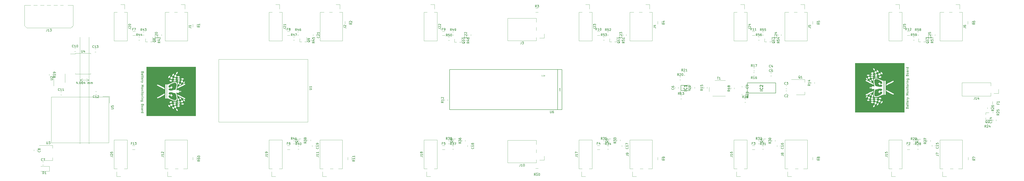
<source format=gbr>
G04 #@! TF.GenerationSoftware,KiCad,Pcbnew,(5.1.5)-3*
G04 #@! TF.CreationDate,2020-07-05T20:42:40-04:00*
G04 #@! TF.ProjectId,Slave Board,536c6176-6520-4426-9f61-72642e6b6963,rev?*
G04 #@! TF.SameCoordinates,Original*
G04 #@! TF.FileFunction,Legend,Top*
G04 #@! TF.FilePolarity,Positive*
%FSLAX46Y46*%
G04 Gerber Fmt 4.6, Leading zero omitted, Abs format (unit mm)*
G04 Created by KiCad (PCBNEW (5.1.5)-3) date 2020-07-05 20:42:40*
%MOMM*%
%LPD*%
G04 APERTURE LIST*
%ADD10C,0.120000*%
%ADD11C,0.150000*%
%ADD12C,0.010000*%
%ADD13C,0.200000*%
%ADD14C,0.254000*%
%ADD15C,0.075000*%
G04 APERTURE END LIST*
D10*
X97282000Y-238125000D02*
X97282000Y-238252000D01*
X101346000Y-238125000D02*
X101346000Y-238252000D01*
X101346000Y-190246000D02*
X101346000Y-238125000D01*
X97282000Y-190246000D02*
X97282000Y-238125000D01*
D11*
X96123523Y-210605714D02*
X96123523Y-211272380D01*
X95885428Y-210224761D02*
X95647333Y-210939047D01*
X96266380Y-210939047D01*
X96647333Y-211177142D02*
X96694952Y-211224761D01*
X96647333Y-211272380D01*
X96599714Y-211224761D01*
X96647333Y-211177142D01*
X96647333Y-211272380D01*
X97314000Y-210272380D02*
X97409238Y-210272380D01*
X97504476Y-210320000D01*
X97552095Y-210367619D01*
X97599714Y-210462857D01*
X97647333Y-210653333D01*
X97647333Y-210891428D01*
X97599714Y-211081904D01*
X97552095Y-211177142D01*
X97504476Y-211224761D01*
X97409238Y-211272380D01*
X97314000Y-211272380D01*
X97218761Y-211224761D01*
X97171142Y-211177142D01*
X97123523Y-211081904D01*
X97075904Y-210891428D01*
X97075904Y-210653333D01*
X97123523Y-210462857D01*
X97171142Y-210367619D01*
X97218761Y-210320000D01*
X97314000Y-210272380D01*
X98504476Y-210272380D02*
X98314000Y-210272380D01*
X98218761Y-210320000D01*
X98171142Y-210367619D01*
X98075904Y-210510476D01*
X98028285Y-210700952D01*
X98028285Y-211081904D01*
X98075904Y-211177142D01*
X98123523Y-211224761D01*
X98218761Y-211272380D01*
X98409238Y-211272380D01*
X98504476Y-211224761D01*
X98552095Y-211177142D01*
X98599714Y-211081904D01*
X98599714Y-210843809D01*
X98552095Y-210748571D01*
X98504476Y-210700952D01*
X98409238Y-210653333D01*
X98218761Y-210653333D01*
X98123523Y-210700952D01*
X98075904Y-210748571D01*
X98028285Y-210843809D01*
X99456857Y-210605714D02*
X99456857Y-211272380D01*
X99218761Y-210224761D02*
X98980666Y-210939047D01*
X99599714Y-210939047D01*
X100742571Y-211272380D02*
X100742571Y-210605714D01*
X100742571Y-210700952D02*
X100790190Y-210653333D01*
X100885428Y-210605714D01*
X101028285Y-210605714D01*
X101123523Y-210653333D01*
X101171142Y-210748571D01*
X101171142Y-211272380D01*
X101171142Y-210748571D02*
X101218761Y-210653333D01*
X101314000Y-210605714D01*
X101456857Y-210605714D01*
X101552095Y-210653333D01*
X101599714Y-210748571D01*
X101599714Y-211272380D01*
X102075904Y-211272380D02*
X102075904Y-210605714D01*
X102075904Y-210700952D02*
X102123523Y-210653333D01*
X102218761Y-210605714D01*
X102361619Y-210605714D01*
X102456857Y-210653333D01*
X102504476Y-210748571D01*
X102504476Y-211272380D01*
X102504476Y-210748571D02*
X102552095Y-210653333D01*
X102647333Y-210605714D01*
X102790190Y-210605714D01*
X102885428Y-210653333D01*
X102933047Y-210748571D01*
X102933047Y-211272380D01*
D10*
X97282000Y-209550000D02*
X101346000Y-209550000D01*
X97282000Y-209550000D02*
X97282000Y-210136421D01*
X101346000Y-209550000D02*
X101346000Y-210136421D01*
X101346000Y-209550000D02*
X100219496Y-210136421D01*
X101346000Y-209550000D02*
X100219496Y-208963579D01*
X97282000Y-209550000D02*
X98408504Y-210136421D01*
X97282000Y-209550000D02*
X98408504Y-208963579D01*
D11*
X468812571Y-222010761D02*
X468860190Y-221867904D01*
X468907809Y-221820285D01*
X469003047Y-221772666D01*
X469145904Y-221772666D01*
X469241142Y-221820285D01*
X469288761Y-221867904D01*
X469336380Y-221963142D01*
X469336380Y-222344095D01*
X468336380Y-222344095D01*
X468336380Y-222010761D01*
X468384000Y-221915523D01*
X468431619Y-221867904D01*
X468526857Y-221820285D01*
X468622095Y-221820285D01*
X468717333Y-221867904D01*
X468764952Y-221915523D01*
X468812571Y-222010761D01*
X468812571Y-222344095D01*
X469336380Y-220915523D02*
X468812571Y-220915523D01*
X468717333Y-220963142D01*
X468669714Y-221058380D01*
X468669714Y-221248857D01*
X468717333Y-221344095D01*
X469288761Y-220915523D02*
X469336380Y-221010761D01*
X469336380Y-221248857D01*
X469288761Y-221344095D01*
X469193523Y-221391714D01*
X469098285Y-221391714D01*
X469003047Y-221344095D01*
X468955428Y-221248857D01*
X468955428Y-221010761D01*
X468907809Y-220915523D01*
X468669714Y-220582190D02*
X468669714Y-220201238D01*
X468336380Y-220439333D02*
X469193523Y-220439333D01*
X469288761Y-220391714D01*
X469336380Y-220296476D01*
X469336380Y-220201238D01*
X468669714Y-220010761D02*
X468669714Y-219629809D01*
X468336380Y-219867904D02*
X469193523Y-219867904D01*
X469288761Y-219820285D01*
X469336380Y-219725047D01*
X469336380Y-219629809D01*
X469288761Y-218915523D02*
X469336380Y-219010761D01*
X469336380Y-219201238D01*
X469288761Y-219296476D01*
X469193523Y-219344095D01*
X468812571Y-219344095D01*
X468717333Y-219296476D01*
X468669714Y-219201238D01*
X468669714Y-219010761D01*
X468717333Y-218915523D01*
X468812571Y-218867904D01*
X468907809Y-218867904D01*
X469003047Y-219344095D01*
X469336380Y-218439333D02*
X468669714Y-218439333D01*
X468860190Y-218439333D02*
X468764952Y-218391714D01*
X468717333Y-218344095D01*
X468669714Y-218248857D01*
X468669714Y-218153619D01*
X468669714Y-217915523D02*
X469336380Y-217677428D01*
X468669714Y-217439333D02*
X469336380Y-217677428D01*
X469574476Y-217772666D01*
X469622095Y-217820285D01*
X469669714Y-217915523D01*
X469336380Y-216296476D02*
X468336380Y-216296476D01*
X469050666Y-215963142D01*
X468336380Y-215629809D01*
X469336380Y-215629809D01*
X469336380Y-215010761D02*
X469288761Y-215106000D01*
X469241142Y-215153619D01*
X469145904Y-215201238D01*
X468860190Y-215201238D01*
X468764952Y-215153619D01*
X468717333Y-215106000D01*
X468669714Y-215010761D01*
X468669714Y-214867904D01*
X468717333Y-214772666D01*
X468764952Y-214725047D01*
X468860190Y-214677428D01*
X469145904Y-214677428D01*
X469241142Y-214725047D01*
X469288761Y-214772666D01*
X469336380Y-214867904D01*
X469336380Y-215010761D01*
X468669714Y-214248857D02*
X469336380Y-214248857D01*
X468764952Y-214248857D02*
X468717333Y-214201238D01*
X468669714Y-214106000D01*
X468669714Y-213963142D01*
X468717333Y-213867904D01*
X468812571Y-213820285D01*
X469336380Y-213820285D01*
X469336380Y-213344095D02*
X468669714Y-213344095D01*
X468336380Y-213344095D02*
X468384000Y-213391714D01*
X468431619Y-213344095D01*
X468384000Y-213296476D01*
X468336380Y-213344095D01*
X468431619Y-213344095D01*
X468669714Y-213010761D02*
X468669714Y-212629809D01*
X468336380Y-212867904D02*
X469193523Y-212867904D01*
X469288761Y-212820285D01*
X469336380Y-212725047D01*
X469336380Y-212629809D01*
X469336380Y-212153619D02*
X469288761Y-212248857D01*
X469241142Y-212296476D01*
X469145904Y-212344095D01*
X468860190Y-212344095D01*
X468764952Y-212296476D01*
X468717333Y-212248857D01*
X468669714Y-212153619D01*
X468669714Y-212010761D01*
X468717333Y-211915523D01*
X468764952Y-211867904D01*
X468860190Y-211820285D01*
X469145904Y-211820285D01*
X469241142Y-211867904D01*
X469288761Y-211915523D01*
X469336380Y-212010761D01*
X469336380Y-212153619D01*
X469336380Y-211391714D02*
X468669714Y-211391714D01*
X468860190Y-211391714D02*
X468764952Y-211344095D01*
X468717333Y-211296476D01*
X468669714Y-211201238D01*
X468669714Y-211106000D01*
X469336380Y-210772666D02*
X468669714Y-210772666D01*
X468336380Y-210772666D02*
X468384000Y-210820285D01*
X468431619Y-210772666D01*
X468384000Y-210725047D01*
X468336380Y-210772666D01*
X468431619Y-210772666D01*
X468669714Y-210296476D02*
X469336380Y-210296476D01*
X468764952Y-210296476D02*
X468717333Y-210248857D01*
X468669714Y-210153619D01*
X468669714Y-210010761D01*
X468717333Y-209915523D01*
X468812571Y-209867904D01*
X469336380Y-209867904D01*
X468669714Y-208963142D02*
X469479238Y-208963142D01*
X469574476Y-209010761D01*
X469622095Y-209058380D01*
X469669714Y-209153619D01*
X469669714Y-209296476D01*
X469622095Y-209391714D01*
X469288761Y-208963142D02*
X469336380Y-209058380D01*
X469336380Y-209248857D01*
X469288761Y-209344095D01*
X469241142Y-209391714D01*
X469145904Y-209439333D01*
X468860190Y-209439333D01*
X468764952Y-209391714D01*
X468717333Y-209344095D01*
X468669714Y-209248857D01*
X468669714Y-209058380D01*
X468717333Y-208963142D01*
X468812571Y-207391714D02*
X468860190Y-207248857D01*
X468907809Y-207201238D01*
X469003047Y-207153619D01*
X469145904Y-207153619D01*
X469241142Y-207201238D01*
X469288761Y-207248857D01*
X469336380Y-207344095D01*
X469336380Y-207725047D01*
X468336380Y-207725047D01*
X468336380Y-207391714D01*
X468384000Y-207296476D01*
X468431619Y-207248857D01*
X468526857Y-207201238D01*
X468622095Y-207201238D01*
X468717333Y-207248857D01*
X468764952Y-207296476D01*
X468812571Y-207391714D01*
X468812571Y-207725047D01*
X469336380Y-206582190D02*
X469288761Y-206677428D01*
X469241142Y-206725047D01*
X469145904Y-206772666D01*
X468860190Y-206772666D01*
X468764952Y-206725047D01*
X468717333Y-206677428D01*
X468669714Y-206582190D01*
X468669714Y-206439333D01*
X468717333Y-206344095D01*
X468764952Y-206296476D01*
X468860190Y-206248857D01*
X469145904Y-206248857D01*
X469241142Y-206296476D01*
X469288761Y-206344095D01*
X469336380Y-206439333D01*
X469336380Y-206582190D01*
X469336380Y-205391714D02*
X468812571Y-205391714D01*
X468717333Y-205439333D01*
X468669714Y-205534571D01*
X468669714Y-205725047D01*
X468717333Y-205820285D01*
X469288761Y-205391714D02*
X469336380Y-205486952D01*
X469336380Y-205725047D01*
X469288761Y-205820285D01*
X469193523Y-205867904D01*
X469098285Y-205867904D01*
X469003047Y-205820285D01*
X468955428Y-205725047D01*
X468955428Y-205486952D01*
X468907809Y-205391714D01*
X469336380Y-204915523D02*
X468669714Y-204915523D01*
X468860190Y-204915523D02*
X468764952Y-204867904D01*
X468717333Y-204820285D01*
X468669714Y-204725047D01*
X468669714Y-204629809D01*
X469336380Y-203867904D02*
X468336380Y-203867904D01*
X469288761Y-203867904D02*
X469336380Y-203963142D01*
X469336380Y-204153619D01*
X469288761Y-204248857D01*
X469241142Y-204296476D01*
X469145904Y-204344095D01*
X468860190Y-204344095D01*
X468764952Y-204296476D01*
X468717333Y-204248857D01*
X468669714Y-204153619D01*
X468669714Y-203963142D01*
X468717333Y-203867904D01*
X125420428Y-206106238D02*
X125372809Y-206249095D01*
X125325190Y-206296714D01*
X125229952Y-206344333D01*
X125087095Y-206344333D01*
X124991857Y-206296714D01*
X124944238Y-206249095D01*
X124896619Y-206153857D01*
X124896619Y-205772904D01*
X125896619Y-205772904D01*
X125896619Y-206106238D01*
X125849000Y-206201476D01*
X125801380Y-206249095D01*
X125706142Y-206296714D01*
X125610904Y-206296714D01*
X125515666Y-206249095D01*
X125468047Y-206201476D01*
X125420428Y-206106238D01*
X125420428Y-205772904D01*
X124896619Y-207201476D02*
X125420428Y-207201476D01*
X125515666Y-207153857D01*
X125563285Y-207058619D01*
X125563285Y-206868142D01*
X125515666Y-206772904D01*
X124944238Y-207201476D02*
X124896619Y-207106238D01*
X124896619Y-206868142D01*
X124944238Y-206772904D01*
X125039476Y-206725285D01*
X125134714Y-206725285D01*
X125229952Y-206772904D01*
X125277571Y-206868142D01*
X125277571Y-207106238D01*
X125325190Y-207201476D01*
X125563285Y-207534809D02*
X125563285Y-207915761D01*
X125896619Y-207677666D02*
X125039476Y-207677666D01*
X124944238Y-207725285D01*
X124896619Y-207820523D01*
X124896619Y-207915761D01*
X125563285Y-208106238D02*
X125563285Y-208487190D01*
X125896619Y-208249095D02*
X125039476Y-208249095D01*
X124944238Y-208296714D01*
X124896619Y-208391952D01*
X124896619Y-208487190D01*
X124944238Y-209201476D02*
X124896619Y-209106238D01*
X124896619Y-208915761D01*
X124944238Y-208820523D01*
X125039476Y-208772904D01*
X125420428Y-208772904D01*
X125515666Y-208820523D01*
X125563285Y-208915761D01*
X125563285Y-209106238D01*
X125515666Y-209201476D01*
X125420428Y-209249095D01*
X125325190Y-209249095D01*
X125229952Y-208772904D01*
X124896619Y-209677666D02*
X125563285Y-209677666D01*
X125372809Y-209677666D02*
X125468047Y-209725285D01*
X125515666Y-209772904D01*
X125563285Y-209868142D01*
X125563285Y-209963380D01*
X125563285Y-210201476D02*
X124896619Y-210439571D01*
X125563285Y-210677666D02*
X124896619Y-210439571D01*
X124658523Y-210344333D01*
X124610904Y-210296714D01*
X124563285Y-210201476D01*
X124896619Y-211820523D02*
X125896619Y-211820523D01*
X125182333Y-212153857D01*
X125896619Y-212487190D01*
X124896619Y-212487190D01*
X124896619Y-213106238D02*
X124944238Y-213011000D01*
X124991857Y-212963380D01*
X125087095Y-212915761D01*
X125372809Y-212915761D01*
X125468047Y-212963380D01*
X125515666Y-213011000D01*
X125563285Y-213106238D01*
X125563285Y-213249095D01*
X125515666Y-213344333D01*
X125468047Y-213391952D01*
X125372809Y-213439571D01*
X125087095Y-213439571D01*
X124991857Y-213391952D01*
X124944238Y-213344333D01*
X124896619Y-213249095D01*
X124896619Y-213106238D01*
X125563285Y-213868142D02*
X124896619Y-213868142D01*
X125468047Y-213868142D02*
X125515666Y-213915761D01*
X125563285Y-214011000D01*
X125563285Y-214153857D01*
X125515666Y-214249095D01*
X125420428Y-214296714D01*
X124896619Y-214296714D01*
X124896619Y-214772904D02*
X125563285Y-214772904D01*
X125896619Y-214772904D02*
X125849000Y-214725285D01*
X125801380Y-214772904D01*
X125849000Y-214820523D01*
X125896619Y-214772904D01*
X125801380Y-214772904D01*
X125563285Y-215106238D02*
X125563285Y-215487190D01*
X125896619Y-215249095D02*
X125039476Y-215249095D01*
X124944238Y-215296714D01*
X124896619Y-215391952D01*
X124896619Y-215487190D01*
X124896619Y-215963380D02*
X124944238Y-215868142D01*
X124991857Y-215820523D01*
X125087095Y-215772904D01*
X125372809Y-215772904D01*
X125468047Y-215820523D01*
X125515666Y-215868142D01*
X125563285Y-215963380D01*
X125563285Y-216106238D01*
X125515666Y-216201476D01*
X125468047Y-216249095D01*
X125372809Y-216296714D01*
X125087095Y-216296714D01*
X124991857Y-216249095D01*
X124944238Y-216201476D01*
X124896619Y-216106238D01*
X124896619Y-215963380D01*
X124896619Y-216725285D02*
X125563285Y-216725285D01*
X125372809Y-216725285D02*
X125468047Y-216772904D01*
X125515666Y-216820523D01*
X125563285Y-216915761D01*
X125563285Y-217011000D01*
X124896619Y-217344333D02*
X125563285Y-217344333D01*
X125896619Y-217344333D02*
X125849000Y-217296714D01*
X125801380Y-217344333D01*
X125849000Y-217391952D01*
X125896619Y-217344333D01*
X125801380Y-217344333D01*
X125563285Y-217820523D02*
X124896619Y-217820523D01*
X125468047Y-217820523D02*
X125515666Y-217868142D01*
X125563285Y-217963380D01*
X125563285Y-218106238D01*
X125515666Y-218201476D01*
X125420428Y-218249095D01*
X124896619Y-218249095D01*
X125563285Y-219153857D02*
X124753761Y-219153857D01*
X124658523Y-219106238D01*
X124610904Y-219058619D01*
X124563285Y-218963380D01*
X124563285Y-218820523D01*
X124610904Y-218725285D01*
X124944238Y-219153857D02*
X124896619Y-219058619D01*
X124896619Y-218868142D01*
X124944238Y-218772904D01*
X124991857Y-218725285D01*
X125087095Y-218677666D01*
X125372809Y-218677666D01*
X125468047Y-218725285D01*
X125515666Y-218772904D01*
X125563285Y-218868142D01*
X125563285Y-219058619D01*
X125515666Y-219153857D01*
X125420428Y-220725285D02*
X125372809Y-220868142D01*
X125325190Y-220915761D01*
X125229952Y-220963380D01*
X125087095Y-220963380D01*
X124991857Y-220915761D01*
X124944238Y-220868142D01*
X124896619Y-220772904D01*
X124896619Y-220391952D01*
X125896619Y-220391952D01*
X125896619Y-220725285D01*
X125849000Y-220820523D01*
X125801380Y-220868142D01*
X125706142Y-220915761D01*
X125610904Y-220915761D01*
X125515666Y-220868142D01*
X125468047Y-220820523D01*
X125420428Y-220725285D01*
X125420428Y-220391952D01*
X124896619Y-221534809D02*
X124944238Y-221439571D01*
X124991857Y-221391952D01*
X125087095Y-221344333D01*
X125372809Y-221344333D01*
X125468047Y-221391952D01*
X125515666Y-221439571D01*
X125563285Y-221534809D01*
X125563285Y-221677666D01*
X125515666Y-221772904D01*
X125468047Y-221820523D01*
X125372809Y-221868142D01*
X125087095Y-221868142D01*
X124991857Y-221820523D01*
X124944238Y-221772904D01*
X124896619Y-221677666D01*
X124896619Y-221534809D01*
X124896619Y-222725285D02*
X125420428Y-222725285D01*
X125515666Y-222677666D01*
X125563285Y-222582428D01*
X125563285Y-222391952D01*
X125515666Y-222296714D01*
X124944238Y-222725285D02*
X124896619Y-222630047D01*
X124896619Y-222391952D01*
X124944238Y-222296714D01*
X125039476Y-222249095D01*
X125134714Y-222249095D01*
X125229952Y-222296714D01*
X125277571Y-222391952D01*
X125277571Y-222630047D01*
X125325190Y-222725285D01*
X124896619Y-223201476D02*
X125563285Y-223201476D01*
X125372809Y-223201476D02*
X125468047Y-223249095D01*
X125515666Y-223296714D01*
X125563285Y-223391952D01*
X125563285Y-223487190D01*
X124896619Y-224249095D02*
X125896619Y-224249095D01*
X124944238Y-224249095D02*
X124896619Y-224153857D01*
X124896619Y-223963380D01*
X124944238Y-223868142D01*
X124991857Y-223820523D01*
X125087095Y-223772904D01*
X125372809Y-223772904D01*
X125468047Y-223820523D01*
X125515666Y-223868142D01*
X125563285Y-223963380D01*
X125563285Y-224153857D01*
X125515666Y-224249095D01*
D10*
X78153233Y-175948000D02*
X76456767Y-175948000D01*
X81153233Y-175948000D02*
X79456767Y-175948000D01*
X84153233Y-175948000D02*
X82456767Y-175948000D01*
X87153233Y-175948000D02*
X85456767Y-175948000D01*
X89795000Y-175948000D02*
X88456767Y-175948000D01*
X72370000Y-175948000D02*
X75153233Y-175948000D01*
X94240000Y-175948000D02*
X91815000Y-175948000D01*
X72370000Y-185068000D02*
X72370000Y-175948000D01*
X73370000Y-186068000D02*
X72370000Y-185068000D01*
X93240000Y-186068000D02*
X73370000Y-186068000D01*
X94240000Y-185068000D02*
X93240000Y-186068000D01*
X94240000Y-175948000D02*
X94240000Y-185068000D01*
X199644000Y-200279000D02*
X159613600Y-200279000D01*
X159613600Y-200279000D02*
X159613600Y-228473000D01*
X199644000Y-228473000D02*
X159613600Y-228473000D01*
X199644000Y-200279000D02*
X199644000Y-228473000D01*
D12*
G36*
X467481478Y-201935522D02*
G01*
X467481478Y-224022478D01*
X462589868Y-224022478D01*
X462589868Y-216090594D01*
X462666709Y-216044368D01*
X462699143Y-216005122D01*
X462815109Y-215810317D01*
X462843217Y-215719413D01*
X462749275Y-215643906D01*
X462488423Y-215488613D01*
X462092123Y-215270866D01*
X461591835Y-215007998D01*
X461076261Y-214745957D01*
X459309304Y-213861178D01*
X459309304Y-212097453D01*
X461073687Y-211185401D01*
X461638587Y-210890198D01*
X462128850Y-210627905D01*
X462513301Y-210415701D01*
X462760764Y-210270767D01*
X462840643Y-210211629D01*
X462784290Y-210084982D01*
X462684706Y-209935542D01*
X462617654Y-209860415D01*
X462531855Y-209825889D01*
X462396506Y-209842586D01*
X462180804Y-209921126D01*
X461853947Y-210072130D01*
X461385133Y-210306219D01*
X460917749Y-210544790D01*
X460322122Y-210851260D01*
X459895307Y-211078486D01*
X459609187Y-211247237D01*
X459435645Y-211378284D01*
X459346565Y-211492394D01*
X459313830Y-211610339D01*
X459309304Y-211732930D01*
X459309304Y-212097453D01*
X459309304Y-213861178D01*
X459309304Y-214222507D01*
X459315789Y-214359338D01*
X459354056Y-214474218D01*
X459452320Y-214587498D01*
X459638798Y-214719528D01*
X459941706Y-214890659D01*
X460389260Y-215121242D01*
X460932187Y-215392995D01*
X461535084Y-215691531D01*
X461971831Y-215900003D01*
X462272898Y-216028967D01*
X462468753Y-216088979D01*
X462589868Y-216090594D01*
X462589868Y-224022478D01*
X458425826Y-224022478D01*
X458425826Y-216181609D01*
X459088435Y-216181609D01*
X459088435Y-209776392D01*
X458425826Y-209776392D01*
X458425826Y-216181609D01*
X458425826Y-224022478D01*
X456845465Y-224022478D01*
X456845465Y-220157261D01*
X457030338Y-220097976D01*
X457286787Y-219956059D01*
X457530881Y-219785419D01*
X457678689Y-219639964D01*
X457690610Y-219614426D01*
X457745338Y-219292621D01*
X457731248Y-219046434D01*
X457652650Y-218942725D01*
X457647298Y-218942478D01*
X457474463Y-218989693D01*
X457220231Y-219103382D01*
X457217476Y-219104804D01*
X456995645Y-219269494D01*
X456888996Y-219515830D01*
X456861129Y-219712196D01*
X456840553Y-219989542D01*
X456840413Y-220145091D01*
X456845465Y-220157261D01*
X456845465Y-224022478D01*
X455993111Y-224022478D01*
X455993111Y-219721618D01*
X456436425Y-219495456D01*
X456702035Y-219348608D01*
X456860330Y-219239185D01*
X456879739Y-219212774D01*
X456841056Y-219083446D01*
X456745457Y-218835607D01*
X456719722Y-218773279D01*
X456632260Y-218588284D01*
X456632260Y-218251000D01*
X456854895Y-218173970D01*
X456957279Y-218125813D01*
X457202896Y-217999452D01*
X457275686Y-217904967D01*
X457203115Y-217781150D01*
X457142538Y-217713014D01*
X456914629Y-217501158D01*
X456743928Y-217382811D01*
X456546557Y-217362119D01*
X456282736Y-217423490D01*
X456038505Y-217534597D01*
X455899905Y-217663113D01*
X455891936Y-217702923D01*
X455974702Y-217816723D01*
X456172247Y-217998574D01*
X456232477Y-218047441D01*
X456461335Y-218212775D01*
X456632260Y-218251000D01*
X456632260Y-218588284D01*
X456602800Y-218525971D01*
X456514866Y-218396061D01*
X456502599Y-218390305D01*
X456375445Y-218433552D01*
X456130545Y-218541000D01*
X456054400Y-218576804D01*
X455837500Y-218691550D01*
X455735488Y-218810362D01*
X455738056Y-218992493D01*
X455834895Y-219297197D01*
X455898998Y-219470091D01*
X455993111Y-219721618D01*
X455993111Y-224022478D01*
X455112782Y-224022478D01*
X455112782Y-221037166D01*
X455493970Y-220855390D01*
X455759763Y-220676110D01*
X455912244Y-220472868D01*
X455920670Y-220443046D01*
X455975954Y-220063962D01*
X455951880Y-219867650D01*
X455880342Y-219825957D01*
X455708714Y-219873192D01*
X455452015Y-219987559D01*
X455438603Y-219994445D01*
X455220238Y-220143480D01*
X455128530Y-220343931D01*
X455112782Y-220600050D01*
X455112782Y-221037166D01*
X455112782Y-224022478D01*
X453494959Y-224022478D01*
X453494959Y-221792412D01*
X453683963Y-221751534D01*
X453903484Y-221645295D01*
X454121958Y-221496128D01*
X454213632Y-221295444D01*
X454229304Y-221040148D01*
X454249563Y-220755987D01*
X454347668Y-220579148D01*
X454579615Y-220425713D01*
X454671043Y-220378131D01*
X454936109Y-220231522D01*
X455093741Y-220122351D01*
X455112782Y-220096252D01*
X455074034Y-219967425D01*
X454977763Y-219717638D01*
X454945681Y-219639801D01*
X454846520Y-219381167D01*
X454805245Y-219229305D01*
X454807637Y-219215654D01*
X454915088Y-219154921D01*
X455145598Y-219034354D01*
X455217508Y-218997580D01*
X455598320Y-218803723D01*
X455234574Y-218478716D01*
X455023816Y-218276805D01*
X454913506Y-218143897D01*
X454908979Y-218120399D01*
X455022895Y-218053478D01*
X455257437Y-217929362D01*
X455325892Y-217894292D01*
X455564194Y-217765686D01*
X455625097Y-217686688D01*
X455528670Y-217607964D01*
X455458021Y-217569501D01*
X455136639Y-217491220D01*
X454750230Y-217503885D01*
X454750230Y-217291737D01*
X455373728Y-217185370D01*
X456121745Y-216921157D01*
X456484362Y-216756888D01*
X456958470Y-216543666D01*
X457410155Y-216365133D01*
X457768984Y-216248174D01*
X457885480Y-216222126D01*
X458315391Y-216153380D01*
X458315391Y-209776392D01*
X458018690Y-209776392D01*
X457799342Y-209730619D01*
X457437050Y-209606791D01*
X456986666Y-209425147D01*
X456646824Y-209273073D01*
X456646824Y-208617183D01*
X456689721Y-208604910D01*
X456919861Y-208442241D01*
X457127876Y-208245376D01*
X457254754Y-208075548D01*
X457265226Y-208007762D01*
X457137386Y-207913393D01*
X456896504Y-207795539D01*
X456886132Y-207791213D01*
X456644129Y-207716873D01*
X456451760Y-207758340D01*
X456368672Y-207816275D01*
X456368672Y-207505589D01*
X456558718Y-207481926D01*
X456691130Y-207285154D01*
X456769363Y-207070562D01*
X456862383Y-206822497D01*
X456961058Y-206748605D01*
X457138564Y-206812765D01*
X457213674Y-206851230D01*
X457539594Y-206985374D01*
X457720179Y-206962766D01*
X457768624Y-206771022D01*
X457698126Y-206397762D01*
X457697887Y-206396873D01*
X457575900Y-206231768D01*
X457337139Y-206037657D01*
X457067132Y-205874176D01*
X456851407Y-205800962D01*
X456842950Y-205800739D01*
X456834902Y-205897204D01*
X456852905Y-206134605D01*
X456858779Y-206187261D01*
X456863116Y-206457074D01*
X456772210Y-206562318D01*
X456554985Y-206515735D01*
X456324274Y-206406429D01*
X456111790Y-206309139D01*
X455990569Y-206332238D01*
X455888148Y-206510282D01*
X455832802Y-206640785D01*
X455710136Y-206952755D01*
X455692914Y-207132580D01*
X455803185Y-207252636D01*
X456059062Y-207383420D01*
X456368672Y-207505589D01*
X456368672Y-207816275D01*
X456227264Y-207914877D01*
X456012664Y-208102487D01*
X455897659Y-208237907D01*
X455891936Y-208255077D01*
X455977671Y-208368281D01*
X456190729Y-208492092D01*
X456443113Y-208587922D01*
X456646824Y-208617183D01*
X456646824Y-209273073D01*
X456610647Y-209256884D01*
X455807776Y-208917604D01*
X455151754Y-208723077D01*
X455070405Y-208715039D01*
X455070405Y-208443866D01*
X455405312Y-208402257D01*
X455542994Y-208350200D01*
X455599970Y-208262080D01*
X455483196Y-208150875D01*
X455322125Y-208061760D01*
X455067541Y-207927664D01*
X454912122Y-207837362D01*
X454898826Y-207827449D01*
X454945347Y-207738405D01*
X455118809Y-207563676D01*
X455226426Y-207470169D01*
X455602329Y-207156351D01*
X455219512Y-206961457D01*
X454969024Y-206832049D01*
X454822524Y-206752785D01*
X454810274Y-206744984D01*
X454830650Y-206639705D01*
X454912786Y-206398930D01*
X454963167Y-206266915D01*
X455080620Y-205988669D01*
X455178578Y-205879861D01*
X455317493Y-205904033D01*
X455453452Y-205971235D01*
X455767816Y-206110319D01*
X455931636Y-206105122D01*
X455973159Y-205941041D01*
X455943485Y-205717913D01*
X455889729Y-205449215D01*
X455852989Y-205299881D01*
X455848368Y-205290219D01*
X455729909Y-205224126D01*
X455509573Y-205113029D01*
X455274394Y-204999461D01*
X455111406Y-204925957D01*
X455085225Y-204917261D01*
X455071091Y-205013662D01*
X455086013Y-205250926D01*
X455091823Y-205303783D01*
X455096245Y-205573323D01*
X455005670Y-205678692D01*
X454788962Y-205632541D01*
X454555124Y-205521816D01*
X454336651Y-205372649D01*
X454244976Y-205171966D01*
X454229304Y-204916670D01*
X454207005Y-204624524D01*
X454101378Y-204445476D01*
X453854333Y-204288915D01*
X453813293Y-204267778D01*
X453397282Y-204055545D01*
X453437960Y-204482096D01*
X453508992Y-204804796D01*
X453689033Y-205021118D01*
X453853971Y-205130100D01*
X454108794Y-205301465D01*
X454209169Y-205465609D01*
X454175133Y-205697163D01*
X454075477Y-205955124D01*
X453985641Y-206200966D01*
X454014378Y-206338338D01*
X454196699Y-206453920D01*
X454296347Y-206501964D01*
X454574282Y-206663470D01*
X454647319Y-206811780D01*
X454517491Y-206987726D01*
X454327820Y-207134443D01*
X453984598Y-207378840D01*
X454327820Y-207523154D01*
X454594697Y-207670884D01*
X454644161Y-207804944D01*
X454474994Y-207934895D01*
X454265180Y-208015818D01*
X454013128Y-208108614D01*
X453944468Y-208181128D01*
X454030404Y-208274392D01*
X454065418Y-208300470D01*
X454307169Y-208389832D01*
X454673261Y-208438677D01*
X455070405Y-208443866D01*
X455070405Y-208715039D01*
X454624640Y-208670993D01*
X454208495Y-208759040D01*
X453958949Y-208915187D01*
X453710026Y-209246072D01*
X453590646Y-209708613D01*
X453599762Y-210318021D01*
X453736330Y-211089510D01*
X453793582Y-211322391D01*
X453898426Y-211761596D01*
X453967361Y-212116229D01*
X453991252Y-212335334D01*
X453982910Y-212378728D01*
X453847609Y-212383454D01*
X453676303Y-212315949D01*
X453609446Y-212301048D01*
X453609446Y-211633036D01*
X453675622Y-211626825D01*
X453647156Y-211414360D01*
X453605792Y-211233025D01*
X453529888Y-211107447D01*
X453348656Y-210953939D01*
X453340141Y-210948550D01*
X453340141Y-209924118D01*
X453413897Y-209786062D01*
X453471276Y-209474640D01*
X453494312Y-209312025D01*
X453511571Y-209028136D01*
X453442930Y-208885927D01*
X453338074Y-208835236D01*
X453158365Y-208743536D01*
X453169452Y-208626457D01*
X453378439Y-208461337D01*
X453473445Y-208403373D01*
X453821933Y-208197516D01*
X453390619Y-207975385D01*
X452959304Y-207753255D01*
X453453322Y-207587832D01*
X453740119Y-207482177D01*
X453843417Y-207406177D01*
X453792736Y-207331124D01*
X453747452Y-207301791D01*
X453484044Y-207133805D01*
X453364593Y-207052563D01*
X453261131Y-206951306D01*
X453301593Y-206843841D01*
X453484594Y-206685634D01*
X453720787Y-206465541D01*
X453756477Y-206302027D01*
X453586509Y-206150353D01*
X453412511Y-206060054D01*
X453155837Y-205951851D01*
X452993616Y-205955364D01*
X452824670Y-206079774D01*
X452784296Y-206117058D01*
X452580447Y-206282756D01*
X452442544Y-206352899D01*
X452441524Y-206352913D01*
X452342686Y-206399892D01*
X452403241Y-206510899D01*
X452590438Y-206641041D01*
X452683217Y-206684218D01*
X452941829Y-206821014D01*
X452986034Y-206939812D01*
X452813791Y-207056954D01*
X452628000Y-207125957D01*
X452336898Y-207249080D01*
X452263360Y-207364949D01*
X452405340Y-207489907D01*
X452572782Y-207567696D01*
X452825175Y-207696320D01*
X452876824Y-207813446D01*
X452725360Y-207953334D01*
X452538668Y-208061011D01*
X452283026Y-208182657D01*
X452095215Y-208193284D01*
X451855920Y-208093487D01*
X451799825Y-208064697D01*
X451550156Y-207946588D01*
X451405637Y-207941287D01*
X451379703Y-207964613D01*
X451379703Y-207745992D01*
X451629481Y-207633065D01*
X451655190Y-207619272D01*
X451891792Y-207474471D01*
X452015411Y-207364889D01*
X452020608Y-207349890D01*
X451930820Y-207261091D01*
X451707236Y-207129411D01*
X451626259Y-207089247D01*
X451359951Y-206975671D01*
X451182198Y-206969649D01*
X450985238Y-207077530D01*
X450908433Y-207131531D01*
X450695527Y-207294290D01*
X450588090Y-207398263D01*
X450584956Y-207406728D01*
X450672425Y-207481461D01*
X450887844Y-207607774D01*
X450937363Y-207633826D01*
X451188848Y-207745437D01*
X451379703Y-207745992D01*
X451379703Y-207964613D01*
X451276795Y-208057175D01*
X451226548Y-208118400D01*
X451048459Y-208444172D01*
X451084737Y-208716817D01*
X451335366Y-208936243D01*
X451352516Y-208945295D01*
X451614049Y-209072580D01*
X451760680Y-209078612D01*
X451871701Y-208935519D01*
X451972793Y-208727261D01*
X452122410Y-208456231D01*
X452272528Y-208359384D01*
X452495296Y-208414749D01*
X452688701Y-208509228D01*
X452926189Y-208650974D01*
X452993248Y-208788604D01*
X452911125Y-209002315D01*
X452848869Y-209113783D01*
X452713807Y-209401638D01*
X452734137Y-209592178D01*
X452927824Y-209760991D01*
X453015394Y-209814557D01*
X453217982Y-209922415D01*
X453340141Y-209924118D01*
X453340141Y-210948550D01*
X453038078Y-210757343D01*
X452824733Y-210640154D01*
X452824733Y-210459345D01*
X452755483Y-210200695D01*
X452700129Y-209946586D01*
X452684725Y-209814909D01*
X452602218Y-209698487D01*
X452404456Y-209537320D01*
X452163291Y-209378854D01*
X451950576Y-209270532D01*
X451840271Y-209257309D01*
X451830804Y-209382832D01*
X451864648Y-209631081D01*
X451869062Y-209653661D01*
X451980760Y-209931614D01*
X452223312Y-210144947D01*
X452382326Y-210233646D01*
X452824733Y-210459345D01*
X452824733Y-210640154D01*
X452574135Y-210502501D01*
X451932807Y-210174255D01*
X451910250Y-210162951D01*
X451037663Y-209725930D01*
X451037663Y-209526348D01*
X451068954Y-209398330D01*
X451049973Y-209188855D01*
X450961022Y-208892954D01*
X450737172Y-208681337D01*
X450629749Y-208618936D01*
X450346874Y-208483193D01*
X450213603Y-208485649D01*
X450194514Y-208643887D01*
X450223105Y-208820783D01*
X450385471Y-209139028D01*
X450627484Y-209344935D01*
X450904399Y-209503418D01*
X451037663Y-209526348D01*
X451037663Y-209725930D01*
X450283031Y-209347984D01*
X450153772Y-209631676D01*
X450070299Y-209845280D01*
X450056256Y-209943868D01*
X450160411Y-209999934D01*
X450430474Y-210138357D01*
X450834647Y-210343032D01*
X451341131Y-210597851D01*
X451882565Y-210868943D01*
X452482807Y-211161654D01*
X452988146Y-211393947D01*
X453372414Y-211554761D01*
X453609446Y-211633036D01*
X453609446Y-212301048D01*
X453318792Y-212236265D01*
X452977091Y-212356104D01*
X452749440Y-212591181D01*
X452564338Y-212807570D01*
X452420221Y-212859083D01*
X452353113Y-212735596D01*
X452351913Y-212702913D01*
X452263513Y-212556502D01*
X452186261Y-212537261D01*
X452039743Y-212620939D01*
X452020608Y-212693710D01*
X451936153Y-212877233D01*
X451882565Y-212914580D01*
X451801351Y-212987106D01*
X451882565Y-213043421D01*
X452009721Y-213198476D01*
X452020608Y-213264290D01*
X452109209Y-213402668D01*
X452186261Y-213420739D01*
X452332672Y-213332340D01*
X452351913Y-213255087D01*
X452440312Y-213108676D01*
X452517565Y-213089435D01*
X452662703Y-213178254D01*
X452683217Y-213260418D01*
X452780581Y-213433785D01*
X453020428Y-213574742D01*
X453324394Y-213653872D01*
X453614112Y-213641760D01*
X453660066Y-213627103D01*
X453880123Y-213569746D01*
X453984937Y-213581299D01*
X453984731Y-213705815D01*
X453938494Y-213995171D01*
X453854950Y-214400232D01*
X453789109Y-214684329D01*
X453774739Y-214757268D01*
X453632672Y-215478332D01*
X453590515Y-216106276D01*
X453663889Y-216591857D01*
X453854046Y-216958773D01*
X453912818Y-217027146D01*
X454260258Y-217239311D01*
X454750230Y-217291737D01*
X454750230Y-217503885D01*
X454674925Y-217506354D01*
X454662503Y-217507922D01*
X454235526Y-217587245D01*
X454010906Y-217685911D01*
X453994340Y-217797502D01*
X454191526Y-217915598D01*
X454274354Y-217945210D01*
X454570398Y-218069049D01*
X454649211Y-218184497D01*
X454512940Y-218308807D01*
X454330207Y-218394253D01*
X453989370Y-218535432D01*
X454330207Y-218802177D01*
X454548458Y-218997309D01*
X454665016Y-219148916D01*
X454671043Y-219173139D01*
X454580926Y-219283762D01*
X454358106Y-219425181D01*
X454296873Y-219455785D01*
X454058410Y-219557179D01*
X453888958Y-219561104D01*
X453697287Y-219451192D01*
X453525666Y-219317411D01*
X453128629Y-219000608D01*
X453953217Y-218571048D01*
X453539087Y-218410473D01*
X453277765Y-218281979D01*
X453130704Y-218158483D01*
X453130379Y-218075127D01*
X453214284Y-218059000D01*
X453365370Y-218000038D01*
X453511979Y-217906638D01*
X453635499Y-217797483D01*
X453626182Y-217695960D01*
X453467020Y-217536758D01*
X453400684Y-217479313D01*
X453201948Y-217298448D01*
X453159991Y-217205424D01*
X453261093Y-217147677D01*
X453309951Y-217131691D01*
X453447270Y-217059295D01*
X453501974Y-216916153D01*
X453492987Y-216637247D01*
X453482877Y-216537494D01*
X453444175Y-216224312D01*
X453409284Y-216019322D01*
X453396612Y-215980205D01*
X453279969Y-215989479D01*
X453074353Y-216092404D01*
X452858408Y-216238795D01*
X452710778Y-216378472D01*
X452687130Y-216432923D01*
X452741541Y-216622777D01*
X452848869Y-216844218D01*
X452979627Y-217105147D01*
X452968313Y-217261316D01*
X452792943Y-217393334D01*
X452683217Y-217451609D01*
X452425473Y-217614753D01*
X452376340Y-217750956D01*
X452532065Y-217893988D01*
X452628000Y-217948565D01*
X452851440Y-218098151D01*
X452868168Y-218219975D01*
X452674168Y-218346170D01*
X452572782Y-218390305D01*
X452319741Y-218517993D01*
X452270216Y-218625108D01*
X452428871Y-218736681D01*
X452654038Y-218826422D01*
X452905650Y-218928215D01*
X452973612Y-219002320D01*
X452885834Y-219084491D01*
X452865341Y-219097086D01*
X452556242Y-219291271D01*
X452424619Y-219423330D01*
X452458712Y-219545030D01*
X452646758Y-219708141D01*
X452714699Y-219760123D01*
X452968820Y-219940851D01*
X453141552Y-219998092D01*
X453322898Y-219947672D01*
X453442751Y-219888160D01*
X453741610Y-219751457D01*
X453918918Y-219743066D01*
X454040142Y-219873789D01*
X454101143Y-219996805D01*
X454213962Y-220333636D01*
X454165171Y-220561588D01*
X453935909Y-220740325D01*
X453852891Y-220782072D01*
X453591695Y-220944605D01*
X453471650Y-221160085D01*
X453435842Y-221387677D01*
X453425545Y-221678450D01*
X453494959Y-221792412D01*
X453494959Y-224022478D01*
X451373598Y-224022478D01*
X451373598Y-218972596D01*
X451615795Y-218871146D01*
X451624789Y-218866584D01*
X451864497Y-218740857D01*
X452000138Y-218662331D01*
X452005742Y-218658010D01*
X451957827Y-218571766D01*
X451788503Y-218402139D01*
X451731014Y-218351482D01*
X451415935Y-218080462D01*
X451824151Y-217885797D01*
X452078408Y-217752761D01*
X452166115Y-217642466D01*
X452122736Y-217488352D01*
X452079933Y-217405719D01*
X451944467Y-217124398D01*
X451913397Y-217045126D01*
X451913397Y-216612718D01*
X452112008Y-216563620D01*
X452290212Y-216483028D01*
X452590257Y-216273301D01*
X452713900Y-215994672D01*
X452714018Y-215993888D01*
X452753646Y-215738660D01*
X452777105Y-215599582D01*
X452701198Y-215592412D01*
X452490210Y-215672684D01*
X452365703Y-215732835D01*
X452033668Y-215962562D01*
X451883780Y-216234779D01*
X451878498Y-216259644D01*
X451847792Y-216518029D01*
X451913397Y-216612718D01*
X451913397Y-217045126D01*
X451865603Y-216923182D01*
X451806444Y-216799635D01*
X451697097Y-216793251D01*
X451466985Y-216900185D01*
X451464737Y-216901347D01*
X451152372Y-217124684D01*
X451049779Y-217381434D01*
X451145857Y-217704747D01*
X451176843Y-217761253D01*
X451294569Y-217987103D01*
X451336116Y-218110272D01*
X451333839Y-218115131D01*
X451224708Y-218177473D01*
X450995694Y-218297414D01*
X450943869Y-218323878D01*
X450709071Y-218456533D01*
X450589007Y-218550262D01*
X450584956Y-218560416D01*
X450669555Y-218646990D01*
X450878601Y-218792300D01*
X450934571Y-218827034D01*
X451185638Y-218960133D01*
X451373598Y-218972596D01*
X451373598Y-224022478D01*
X450173258Y-224022478D01*
X450173258Y-217463244D01*
X450296324Y-217454110D01*
X450537659Y-217366106D01*
X450620828Y-217328159D01*
X450902549Y-217150293D01*
X451028017Y-216928494D01*
X451049574Y-216798860D01*
X451066821Y-216548183D01*
X451060861Y-216417666D01*
X451060449Y-216416883D01*
X450961096Y-216439793D01*
X450744345Y-216547889D01*
X450681850Y-216583548D01*
X450454841Y-216774070D01*
X450283031Y-217005249D01*
X450283031Y-216610017D01*
X451916740Y-215791799D01*
X452529106Y-215482733D01*
X452972303Y-215247173D01*
X453275244Y-215060921D01*
X453466846Y-214899779D01*
X453576022Y-214739550D01*
X453631687Y-214556036D01*
X453662091Y-214331176D01*
X453573998Y-214333627D01*
X453319999Y-214424389D01*
X452930479Y-214590520D01*
X452435827Y-214819079D01*
X451882565Y-215089057D01*
X451308858Y-215376347D01*
X450807548Y-215628645D01*
X450410431Y-215829845D01*
X450149308Y-215963840D01*
X450056256Y-216014132D01*
X450073371Y-216122557D01*
X450153772Y-216326324D01*
X450283031Y-216610017D01*
X450283031Y-217005249D01*
X450266288Y-217027778D01*
X450155783Y-217276186D01*
X450162924Y-217450807D01*
X450173258Y-217463244D01*
X450173258Y-224022478D01*
X445394522Y-224022478D01*
X445394522Y-201935522D01*
X467481478Y-201935522D01*
G37*
X467481478Y-201935522D02*
X467481478Y-224022478D01*
X462589868Y-224022478D01*
X462589868Y-216090594D01*
X462666709Y-216044368D01*
X462699143Y-216005122D01*
X462815109Y-215810317D01*
X462843217Y-215719413D01*
X462749275Y-215643906D01*
X462488423Y-215488613D01*
X462092123Y-215270866D01*
X461591835Y-215007998D01*
X461076261Y-214745957D01*
X459309304Y-213861178D01*
X459309304Y-212097453D01*
X461073687Y-211185401D01*
X461638587Y-210890198D01*
X462128850Y-210627905D01*
X462513301Y-210415701D01*
X462760764Y-210270767D01*
X462840643Y-210211629D01*
X462784290Y-210084982D01*
X462684706Y-209935542D01*
X462617654Y-209860415D01*
X462531855Y-209825889D01*
X462396506Y-209842586D01*
X462180804Y-209921126D01*
X461853947Y-210072130D01*
X461385133Y-210306219D01*
X460917749Y-210544790D01*
X460322122Y-210851260D01*
X459895307Y-211078486D01*
X459609187Y-211247237D01*
X459435645Y-211378284D01*
X459346565Y-211492394D01*
X459313830Y-211610339D01*
X459309304Y-211732930D01*
X459309304Y-212097453D01*
X459309304Y-213861178D01*
X459309304Y-214222507D01*
X459315789Y-214359338D01*
X459354056Y-214474218D01*
X459452320Y-214587498D01*
X459638798Y-214719528D01*
X459941706Y-214890659D01*
X460389260Y-215121242D01*
X460932187Y-215392995D01*
X461535084Y-215691531D01*
X461971831Y-215900003D01*
X462272898Y-216028967D01*
X462468753Y-216088979D01*
X462589868Y-216090594D01*
X462589868Y-224022478D01*
X458425826Y-224022478D01*
X458425826Y-216181609D01*
X459088435Y-216181609D01*
X459088435Y-209776392D01*
X458425826Y-209776392D01*
X458425826Y-216181609D01*
X458425826Y-224022478D01*
X456845465Y-224022478D01*
X456845465Y-220157261D01*
X457030338Y-220097976D01*
X457286787Y-219956059D01*
X457530881Y-219785419D01*
X457678689Y-219639964D01*
X457690610Y-219614426D01*
X457745338Y-219292621D01*
X457731248Y-219046434D01*
X457652650Y-218942725D01*
X457647298Y-218942478D01*
X457474463Y-218989693D01*
X457220231Y-219103382D01*
X457217476Y-219104804D01*
X456995645Y-219269494D01*
X456888996Y-219515830D01*
X456861129Y-219712196D01*
X456840553Y-219989542D01*
X456840413Y-220145091D01*
X456845465Y-220157261D01*
X456845465Y-224022478D01*
X455993111Y-224022478D01*
X455993111Y-219721618D01*
X456436425Y-219495456D01*
X456702035Y-219348608D01*
X456860330Y-219239185D01*
X456879739Y-219212774D01*
X456841056Y-219083446D01*
X456745457Y-218835607D01*
X456719722Y-218773279D01*
X456632260Y-218588284D01*
X456632260Y-218251000D01*
X456854895Y-218173970D01*
X456957279Y-218125813D01*
X457202896Y-217999452D01*
X457275686Y-217904967D01*
X457203115Y-217781150D01*
X457142538Y-217713014D01*
X456914629Y-217501158D01*
X456743928Y-217382811D01*
X456546557Y-217362119D01*
X456282736Y-217423490D01*
X456038505Y-217534597D01*
X455899905Y-217663113D01*
X455891936Y-217702923D01*
X455974702Y-217816723D01*
X456172247Y-217998574D01*
X456232477Y-218047441D01*
X456461335Y-218212775D01*
X456632260Y-218251000D01*
X456632260Y-218588284D01*
X456602800Y-218525971D01*
X456514866Y-218396061D01*
X456502599Y-218390305D01*
X456375445Y-218433552D01*
X456130545Y-218541000D01*
X456054400Y-218576804D01*
X455837500Y-218691550D01*
X455735488Y-218810362D01*
X455738056Y-218992493D01*
X455834895Y-219297197D01*
X455898998Y-219470091D01*
X455993111Y-219721618D01*
X455993111Y-224022478D01*
X455112782Y-224022478D01*
X455112782Y-221037166D01*
X455493970Y-220855390D01*
X455759763Y-220676110D01*
X455912244Y-220472868D01*
X455920670Y-220443046D01*
X455975954Y-220063962D01*
X455951880Y-219867650D01*
X455880342Y-219825957D01*
X455708714Y-219873192D01*
X455452015Y-219987559D01*
X455438603Y-219994445D01*
X455220238Y-220143480D01*
X455128530Y-220343931D01*
X455112782Y-220600050D01*
X455112782Y-221037166D01*
X455112782Y-224022478D01*
X453494959Y-224022478D01*
X453494959Y-221792412D01*
X453683963Y-221751534D01*
X453903484Y-221645295D01*
X454121958Y-221496128D01*
X454213632Y-221295444D01*
X454229304Y-221040148D01*
X454249563Y-220755987D01*
X454347668Y-220579148D01*
X454579615Y-220425713D01*
X454671043Y-220378131D01*
X454936109Y-220231522D01*
X455093741Y-220122351D01*
X455112782Y-220096252D01*
X455074034Y-219967425D01*
X454977763Y-219717638D01*
X454945681Y-219639801D01*
X454846520Y-219381167D01*
X454805245Y-219229305D01*
X454807637Y-219215654D01*
X454915088Y-219154921D01*
X455145598Y-219034354D01*
X455217508Y-218997580D01*
X455598320Y-218803723D01*
X455234574Y-218478716D01*
X455023816Y-218276805D01*
X454913506Y-218143897D01*
X454908979Y-218120399D01*
X455022895Y-218053478D01*
X455257437Y-217929362D01*
X455325892Y-217894292D01*
X455564194Y-217765686D01*
X455625097Y-217686688D01*
X455528670Y-217607964D01*
X455458021Y-217569501D01*
X455136639Y-217491220D01*
X454750230Y-217503885D01*
X454750230Y-217291737D01*
X455373728Y-217185370D01*
X456121745Y-216921157D01*
X456484362Y-216756888D01*
X456958470Y-216543666D01*
X457410155Y-216365133D01*
X457768984Y-216248174D01*
X457885480Y-216222126D01*
X458315391Y-216153380D01*
X458315391Y-209776392D01*
X458018690Y-209776392D01*
X457799342Y-209730619D01*
X457437050Y-209606791D01*
X456986666Y-209425147D01*
X456646824Y-209273073D01*
X456646824Y-208617183D01*
X456689721Y-208604910D01*
X456919861Y-208442241D01*
X457127876Y-208245376D01*
X457254754Y-208075548D01*
X457265226Y-208007762D01*
X457137386Y-207913393D01*
X456896504Y-207795539D01*
X456886132Y-207791213D01*
X456644129Y-207716873D01*
X456451760Y-207758340D01*
X456368672Y-207816275D01*
X456368672Y-207505589D01*
X456558718Y-207481926D01*
X456691130Y-207285154D01*
X456769363Y-207070562D01*
X456862383Y-206822497D01*
X456961058Y-206748605D01*
X457138564Y-206812765D01*
X457213674Y-206851230D01*
X457539594Y-206985374D01*
X457720179Y-206962766D01*
X457768624Y-206771022D01*
X457698126Y-206397762D01*
X457697887Y-206396873D01*
X457575900Y-206231768D01*
X457337139Y-206037657D01*
X457067132Y-205874176D01*
X456851407Y-205800962D01*
X456842950Y-205800739D01*
X456834902Y-205897204D01*
X456852905Y-206134605D01*
X456858779Y-206187261D01*
X456863116Y-206457074D01*
X456772210Y-206562318D01*
X456554985Y-206515735D01*
X456324274Y-206406429D01*
X456111790Y-206309139D01*
X455990569Y-206332238D01*
X455888148Y-206510282D01*
X455832802Y-206640785D01*
X455710136Y-206952755D01*
X455692914Y-207132580D01*
X455803185Y-207252636D01*
X456059062Y-207383420D01*
X456368672Y-207505589D01*
X456368672Y-207816275D01*
X456227264Y-207914877D01*
X456012664Y-208102487D01*
X455897659Y-208237907D01*
X455891936Y-208255077D01*
X455977671Y-208368281D01*
X456190729Y-208492092D01*
X456443113Y-208587922D01*
X456646824Y-208617183D01*
X456646824Y-209273073D01*
X456610647Y-209256884D01*
X455807776Y-208917604D01*
X455151754Y-208723077D01*
X455070405Y-208715039D01*
X455070405Y-208443866D01*
X455405312Y-208402257D01*
X455542994Y-208350200D01*
X455599970Y-208262080D01*
X455483196Y-208150875D01*
X455322125Y-208061760D01*
X455067541Y-207927664D01*
X454912122Y-207837362D01*
X454898826Y-207827449D01*
X454945347Y-207738405D01*
X455118809Y-207563676D01*
X455226426Y-207470169D01*
X455602329Y-207156351D01*
X455219512Y-206961457D01*
X454969024Y-206832049D01*
X454822524Y-206752785D01*
X454810274Y-206744984D01*
X454830650Y-206639705D01*
X454912786Y-206398930D01*
X454963167Y-206266915D01*
X455080620Y-205988669D01*
X455178578Y-205879861D01*
X455317493Y-205904033D01*
X455453452Y-205971235D01*
X455767816Y-206110319D01*
X455931636Y-206105122D01*
X455973159Y-205941041D01*
X455943485Y-205717913D01*
X455889729Y-205449215D01*
X455852989Y-205299881D01*
X455848368Y-205290219D01*
X455729909Y-205224126D01*
X455509573Y-205113029D01*
X455274394Y-204999461D01*
X455111406Y-204925957D01*
X455085225Y-204917261D01*
X455071091Y-205013662D01*
X455086013Y-205250926D01*
X455091823Y-205303783D01*
X455096245Y-205573323D01*
X455005670Y-205678692D01*
X454788962Y-205632541D01*
X454555124Y-205521816D01*
X454336651Y-205372649D01*
X454244976Y-205171966D01*
X454229304Y-204916670D01*
X454207005Y-204624524D01*
X454101378Y-204445476D01*
X453854333Y-204288915D01*
X453813293Y-204267778D01*
X453397282Y-204055545D01*
X453437960Y-204482096D01*
X453508992Y-204804796D01*
X453689033Y-205021118D01*
X453853971Y-205130100D01*
X454108794Y-205301465D01*
X454209169Y-205465609D01*
X454175133Y-205697163D01*
X454075477Y-205955124D01*
X453985641Y-206200966D01*
X454014378Y-206338338D01*
X454196699Y-206453920D01*
X454296347Y-206501964D01*
X454574282Y-206663470D01*
X454647319Y-206811780D01*
X454517491Y-206987726D01*
X454327820Y-207134443D01*
X453984598Y-207378840D01*
X454327820Y-207523154D01*
X454594697Y-207670884D01*
X454644161Y-207804944D01*
X454474994Y-207934895D01*
X454265180Y-208015818D01*
X454013128Y-208108614D01*
X453944468Y-208181128D01*
X454030404Y-208274392D01*
X454065418Y-208300470D01*
X454307169Y-208389832D01*
X454673261Y-208438677D01*
X455070405Y-208443866D01*
X455070405Y-208715039D01*
X454624640Y-208670993D01*
X454208495Y-208759040D01*
X453958949Y-208915187D01*
X453710026Y-209246072D01*
X453590646Y-209708613D01*
X453599762Y-210318021D01*
X453736330Y-211089510D01*
X453793582Y-211322391D01*
X453898426Y-211761596D01*
X453967361Y-212116229D01*
X453991252Y-212335334D01*
X453982910Y-212378728D01*
X453847609Y-212383454D01*
X453676303Y-212315949D01*
X453609446Y-212301048D01*
X453609446Y-211633036D01*
X453675622Y-211626825D01*
X453647156Y-211414360D01*
X453605792Y-211233025D01*
X453529888Y-211107447D01*
X453348656Y-210953939D01*
X453340141Y-210948550D01*
X453340141Y-209924118D01*
X453413897Y-209786062D01*
X453471276Y-209474640D01*
X453494312Y-209312025D01*
X453511571Y-209028136D01*
X453442930Y-208885927D01*
X453338074Y-208835236D01*
X453158365Y-208743536D01*
X453169452Y-208626457D01*
X453378439Y-208461337D01*
X453473445Y-208403373D01*
X453821933Y-208197516D01*
X453390619Y-207975385D01*
X452959304Y-207753255D01*
X453453322Y-207587832D01*
X453740119Y-207482177D01*
X453843417Y-207406177D01*
X453792736Y-207331124D01*
X453747452Y-207301791D01*
X453484044Y-207133805D01*
X453364593Y-207052563D01*
X453261131Y-206951306D01*
X453301593Y-206843841D01*
X453484594Y-206685634D01*
X453720787Y-206465541D01*
X453756477Y-206302027D01*
X453586509Y-206150353D01*
X453412511Y-206060054D01*
X453155837Y-205951851D01*
X452993616Y-205955364D01*
X452824670Y-206079774D01*
X452784296Y-206117058D01*
X452580447Y-206282756D01*
X452442544Y-206352899D01*
X452441524Y-206352913D01*
X452342686Y-206399892D01*
X452403241Y-206510899D01*
X452590438Y-206641041D01*
X452683217Y-206684218D01*
X452941829Y-206821014D01*
X452986034Y-206939812D01*
X452813791Y-207056954D01*
X452628000Y-207125957D01*
X452336898Y-207249080D01*
X452263360Y-207364949D01*
X452405340Y-207489907D01*
X452572782Y-207567696D01*
X452825175Y-207696320D01*
X452876824Y-207813446D01*
X452725360Y-207953334D01*
X452538668Y-208061011D01*
X452283026Y-208182657D01*
X452095215Y-208193284D01*
X451855920Y-208093487D01*
X451799825Y-208064697D01*
X451550156Y-207946588D01*
X451405637Y-207941287D01*
X451379703Y-207964613D01*
X451379703Y-207745992D01*
X451629481Y-207633065D01*
X451655190Y-207619272D01*
X451891792Y-207474471D01*
X452015411Y-207364889D01*
X452020608Y-207349890D01*
X451930820Y-207261091D01*
X451707236Y-207129411D01*
X451626259Y-207089247D01*
X451359951Y-206975671D01*
X451182198Y-206969649D01*
X450985238Y-207077530D01*
X450908433Y-207131531D01*
X450695527Y-207294290D01*
X450588090Y-207398263D01*
X450584956Y-207406728D01*
X450672425Y-207481461D01*
X450887844Y-207607774D01*
X450937363Y-207633826D01*
X451188848Y-207745437D01*
X451379703Y-207745992D01*
X451379703Y-207964613D01*
X451276795Y-208057175D01*
X451226548Y-208118400D01*
X451048459Y-208444172D01*
X451084737Y-208716817D01*
X451335366Y-208936243D01*
X451352516Y-208945295D01*
X451614049Y-209072580D01*
X451760680Y-209078612D01*
X451871701Y-208935519D01*
X451972793Y-208727261D01*
X452122410Y-208456231D01*
X452272528Y-208359384D01*
X452495296Y-208414749D01*
X452688701Y-208509228D01*
X452926189Y-208650974D01*
X452993248Y-208788604D01*
X452911125Y-209002315D01*
X452848869Y-209113783D01*
X452713807Y-209401638D01*
X452734137Y-209592178D01*
X452927824Y-209760991D01*
X453015394Y-209814557D01*
X453217982Y-209922415D01*
X453340141Y-209924118D01*
X453340141Y-210948550D01*
X453038078Y-210757343D01*
X452824733Y-210640154D01*
X452824733Y-210459345D01*
X452755483Y-210200695D01*
X452700129Y-209946586D01*
X452684725Y-209814909D01*
X452602218Y-209698487D01*
X452404456Y-209537320D01*
X452163291Y-209378854D01*
X451950576Y-209270532D01*
X451840271Y-209257309D01*
X451830804Y-209382832D01*
X451864648Y-209631081D01*
X451869062Y-209653661D01*
X451980760Y-209931614D01*
X452223312Y-210144947D01*
X452382326Y-210233646D01*
X452824733Y-210459345D01*
X452824733Y-210640154D01*
X452574135Y-210502501D01*
X451932807Y-210174255D01*
X451910250Y-210162951D01*
X451037663Y-209725930D01*
X451037663Y-209526348D01*
X451068954Y-209398330D01*
X451049973Y-209188855D01*
X450961022Y-208892954D01*
X450737172Y-208681337D01*
X450629749Y-208618936D01*
X450346874Y-208483193D01*
X450213603Y-208485649D01*
X450194514Y-208643887D01*
X450223105Y-208820783D01*
X450385471Y-209139028D01*
X450627484Y-209344935D01*
X450904399Y-209503418D01*
X451037663Y-209526348D01*
X451037663Y-209725930D01*
X450283031Y-209347984D01*
X450153772Y-209631676D01*
X450070299Y-209845280D01*
X450056256Y-209943868D01*
X450160411Y-209999934D01*
X450430474Y-210138357D01*
X450834647Y-210343032D01*
X451341131Y-210597851D01*
X451882565Y-210868943D01*
X452482807Y-211161654D01*
X452988146Y-211393947D01*
X453372414Y-211554761D01*
X453609446Y-211633036D01*
X453609446Y-212301048D01*
X453318792Y-212236265D01*
X452977091Y-212356104D01*
X452749440Y-212591181D01*
X452564338Y-212807570D01*
X452420221Y-212859083D01*
X452353113Y-212735596D01*
X452351913Y-212702913D01*
X452263513Y-212556502D01*
X452186261Y-212537261D01*
X452039743Y-212620939D01*
X452020608Y-212693710D01*
X451936153Y-212877233D01*
X451882565Y-212914580D01*
X451801351Y-212987106D01*
X451882565Y-213043421D01*
X452009721Y-213198476D01*
X452020608Y-213264290D01*
X452109209Y-213402668D01*
X452186261Y-213420739D01*
X452332672Y-213332340D01*
X452351913Y-213255087D01*
X452440312Y-213108676D01*
X452517565Y-213089435D01*
X452662703Y-213178254D01*
X452683217Y-213260418D01*
X452780581Y-213433785D01*
X453020428Y-213574742D01*
X453324394Y-213653872D01*
X453614112Y-213641760D01*
X453660066Y-213627103D01*
X453880123Y-213569746D01*
X453984937Y-213581299D01*
X453984731Y-213705815D01*
X453938494Y-213995171D01*
X453854950Y-214400232D01*
X453789109Y-214684329D01*
X453774739Y-214757268D01*
X453632672Y-215478332D01*
X453590515Y-216106276D01*
X453663889Y-216591857D01*
X453854046Y-216958773D01*
X453912818Y-217027146D01*
X454260258Y-217239311D01*
X454750230Y-217291737D01*
X454750230Y-217503885D01*
X454674925Y-217506354D01*
X454662503Y-217507922D01*
X454235526Y-217587245D01*
X454010906Y-217685911D01*
X453994340Y-217797502D01*
X454191526Y-217915598D01*
X454274354Y-217945210D01*
X454570398Y-218069049D01*
X454649211Y-218184497D01*
X454512940Y-218308807D01*
X454330207Y-218394253D01*
X453989370Y-218535432D01*
X454330207Y-218802177D01*
X454548458Y-218997309D01*
X454665016Y-219148916D01*
X454671043Y-219173139D01*
X454580926Y-219283762D01*
X454358106Y-219425181D01*
X454296873Y-219455785D01*
X454058410Y-219557179D01*
X453888958Y-219561104D01*
X453697287Y-219451192D01*
X453525666Y-219317411D01*
X453128629Y-219000608D01*
X453953217Y-218571048D01*
X453539087Y-218410473D01*
X453277765Y-218281979D01*
X453130704Y-218158483D01*
X453130379Y-218075127D01*
X453214284Y-218059000D01*
X453365370Y-218000038D01*
X453511979Y-217906638D01*
X453635499Y-217797483D01*
X453626182Y-217695960D01*
X453467020Y-217536758D01*
X453400684Y-217479313D01*
X453201948Y-217298448D01*
X453159991Y-217205424D01*
X453261093Y-217147677D01*
X453309951Y-217131691D01*
X453447270Y-217059295D01*
X453501974Y-216916153D01*
X453492987Y-216637247D01*
X453482877Y-216537494D01*
X453444175Y-216224312D01*
X453409284Y-216019322D01*
X453396612Y-215980205D01*
X453279969Y-215989479D01*
X453074353Y-216092404D01*
X452858408Y-216238795D01*
X452710778Y-216378472D01*
X452687130Y-216432923D01*
X452741541Y-216622777D01*
X452848869Y-216844218D01*
X452979627Y-217105147D01*
X452968313Y-217261316D01*
X452792943Y-217393334D01*
X452683217Y-217451609D01*
X452425473Y-217614753D01*
X452376340Y-217750956D01*
X452532065Y-217893988D01*
X452628000Y-217948565D01*
X452851440Y-218098151D01*
X452868168Y-218219975D01*
X452674168Y-218346170D01*
X452572782Y-218390305D01*
X452319741Y-218517993D01*
X452270216Y-218625108D01*
X452428871Y-218736681D01*
X452654038Y-218826422D01*
X452905650Y-218928215D01*
X452973612Y-219002320D01*
X452885834Y-219084491D01*
X452865341Y-219097086D01*
X452556242Y-219291271D01*
X452424619Y-219423330D01*
X452458712Y-219545030D01*
X452646758Y-219708141D01*
X452714699Y-219760123D01*
X452968820Y-219940851D01*
X453141552Y-219998092D01*
X453322898Y-219947672D01*
X453442751Y-219888160D01*
X453741610Y-219751457D01*
X453918918Y-219743066D01*
X454040142Y-219873789D01*
X454101143Y-219996805D01*
X454213962Y-220333636D01*
X454165171Y-220561588D01*
X453935909Y-220740325D01*
X453852891Y-220782072D01*
X453591695Y-220944605D01*
X453471650Y-221160085D01*
X453435842Y-221387677D01*
X453425545Y-221678450D01*
X453494959Y-221792412D01*
X453494959Y-224022478D01*
X451373598Y-224022478D01*
X451373598Y-218972596D01*
X451615795Y-218871146D01*
X451624789Y-218866584D01*
X451864497Y-218740857D01*
X452000138Y-218662331D01*
X452005742Y-218658010D01*
X451957827Y-218571766D01*
X451788503Y-218402139D01*
X451731014Y-218351482D01*
X451415935Y-218080462D01*
X451824151Y-217885797D01*
X452078408Y-217752761D01*
X452166115Y-217642466D01*
X452122736Y-217488352D01*
X452079933Y-217405719D01*
X451944467Y-217124398D01*
X451913397Y-217045126D01*
X451913397Y-216612718D01*
X452112008Y-216563620D01*
X452290212Y-216483028D01*
X452590257Y-216273301D01*
X452713900Y-215994672D01*
X452714018Y-215993888D01*
X452753646Y-215738660D01*
X452777105Y-215599582D01*
X452701198Y-215592412D01*
X452490210Y-215672684D01*
X452365703Y-215732835D01*
X452033668Y-215962562D01*
X451883780Y-216234779D01*
X451878498Y-216259644D01*
X451847792Y-216518029D01*
X451913397Y-216612718D01*
X451913397Y-217045126D01*
X451865603Y-216923182D01*
X451806444Y-216799635D01*
X451697097Y-216793251D01*
X451466985Y-216900185D01*
X451464737Y-216901347D01*
X451152372Y-217124684D01*
X451049779Y-217381434D01*
X451145857Y-217704747D01*
X451176843Y-217761253D01*
X451294569Y-217987103D01*
X451336116Y-218110272D01*
X451333839Y-218115131D01*
X451224708Y-218177473D01*
X450995694Y-218297414D01*
X450943869Y-218323878D01*
X450709071Y-218456533D01*
X450589007Y-218550262D01*
X450584956Y-218560416D01*
X450669555Y-218646990D01*
X450878601Y-218792300D01*
X450934571Y-218827034D01*
X451185638Y-218960133D01*
X451373598Y-218972596D01*
X451373598Y-224022478D01*
X450173258Y-224022478D01*
X450173258Y-217463244D01*
X450296324Y-217454110D01*
X450537659Y-217366106D01*
X450620828Y-217328159D01*
X450902549Y-217150293D01*
X451028017Y-216928494D01*
X451049574Y-216798860D01*
X451066821Y-216548183D01*
X451060861Y-216417666D01*
X451060449Y-216416883D01*
X450961096Y-216439793D01*
X450744345Y-216547889D01*
X450681850Y-216583548D01*
X450454841Y-216774070D01*
X450283031Y-217005249D01*
X450283031Y-216610017D01*
X451916740Y-215791799D01*
X452529106Y-215482733D01*
X452972303Y-215247173D01*
X453275244Y-215060921D01*
X453466846Y-214899779D01*
X453576022Y-214739550D01*
X453631687Y-214556036D01*
X453662091Y-214331176D01*
X453573998Y-214333627D01*
X453319999Y-214424389D01*
X452930479Y-214590520D01*
X452435827Y-214819079D01*
X451882565Y-215089057D01*
X451308858Y-215376347D01*
X450807548Y-215628645D01*
X450410431Y-215829845D01*
X450149308Y-215963840D01*
X450056256Y-216014132D01*
X450073371Y-216122557D01*
X450153772Y-216326324D01*
X450283031Y-216610017D01*
X450283031Y-217005249D01*
X450266288Y-217027778D01*
X450155783Y-217276186D01*
X450162924Y-217450807D01*
X450173258Y-217463244D01*
X450173258Y-224022478D01*
X445394522Y-224022478D01*
X445394522Y-201935522D01*
X467481478Y-201935522D01*
G36*
X454134867Y-215044829D02*
G01*
X454241402Y-214615434D01*
X454474370Y-213752044D01*
X454852341Y-213752044D01*
X455219699Y-213706767D01*
X455601284Y-213596735D01*
X455626773Y-213586392D01*
X456054962Y-213462559D01*
X456506997Y-213419999D01*
X456931756Y-213451697D01*
X457278117Y-213550637D01*
X457494961Y-213709804D01*
X457542348Y-213849259D01*
X457444722Y-214060686D01*
X457197809Y-214250924D01*
X456907348Y-214357883D01*
X456657645Y-214388405D01*
X456558895Y-214326140D01*
X456548435Y-214249677D01*
X456484913Y-214111182D01*
X456343651Y-214108941D01*
X456198606Y-214218671D01*
X456126623Y-214388172D01*
X456016792Y-214595070D01*
X455878145Y-214635522D01*
X455700887Y-214715470D01*
X455664956Y-214869272D01*
X455711684Y-215041039D01*
X455885099Y-215045452D01*
X455885826Y-215045263D01*
X456062269Y-215050423D01*
X456106695Y-215198035D01*
X456124838Y-215371479D01*
X456226859Y-215392326D01*
X456373750Y-215341533D01*
X456522292Y-215187525D01*
X456548435Y-215070450D01*
X456628404Y-214903912D01*
X456889951Y-214802744D01*
X456927791Y-214795232D01*
X457279349Y-214765681D01*
X457470987Y-214859299D01*
X457539924Y-215099655D01*
X457542348Y-215184396D01*
X457454512Y-215500270D01*
X457183435Y-215802210D01*
X456765833Y-216098054D01*
X456252208Y-216380184D01*
X455710668Y-216618592D01*
X455209317Y-216783272D01*
X454818464Y-216844218D01*
X454427623Y-216779760D01*
X454166762Y-216578870D01*
X454032963Y-216230269D01*
X454023304Y-215722682D01*
X454134867Y-215044829D01*
G37*
X454134867Y-215044829D02*
X454241402Y-214615434D01*
X454474370Y-213752044D01*
X454852341Y-213752044D01*
X455219699Y-213706767D01*
X455601284Y-213596735D01*
X455626773Y-213586392D01*
X456054962Y-213462559D01*
X456506997Y-213419999D01*
X456931756Y-213451697D01*
X457278117Y-213550637D01*
X457494961Y-213709804D01*
X457542348Y-213849259D01*
X457444722Y-214060686D01*
X457197809Y-214250924D01*
X456907348Y-214357883D01*
X456657645Y-214388405D01*
X456558895Y-214326140D01*
X456548435Y-214249677D01*
X456484913Y-214111182D01*
X456343651Y-214108941D01*
X456198606Y-214218671D01*
X456126623Y-214388172D01*
X456016792Y-214595070D01*
X455878145Y-214635522D01*
X455700887Y-214715470D01*
X455664956Y-214869272D01*
X455711684Y-215041039D01*
X455885099Y-215045452D01*
X455885826Y-215045263D01*
X456062269Y-215050423D01*
X456106695Y-215198035D01*
X456124838Y-215371479D01*
X456226859Y-215392326D01*
X456373750Y-215341533D01*
X456522292Y-215187525D01*
X456548435Y-215070450D01*
X456628404Y-214903912D01*
X456889951Y-214802744D01*
X456927791Y-214795232D01*
X457279349Y-214765681D01*
X457470987Y-214859299D01*
X457539924Y-215099655D01*
X457542348Y-215184396D01*
X457454512Y-215500270D01*
X457183435Y-215802210D01*
X456765833Y-216098054D01*
X456252208Y-216380184D01*
X455710668Y-216618592D01*
X455209317Y-216783272D01*
X454818464Y-216844218D01*
X454427623Y-216779760D01*
X454166762Y-216578870D01*
X454032963Y-216230269D01*
X454023304Y-215722682D01*
X454134867Y-215044829D01*
G36*
X454041452Y-209617476D02*
G01*
X454129484Y-209444102D01*
X454215308Y-209348649D01*
X454529566Y-209158488D01*
X454947458Y-209124752D01*
X455485394Y-209248821D01*
X456109811Y-209508001D01*
X456760518Y-209853620D01*
X457207055Y-210174942D01*
X457463087Y-210484143D01*
X457542348Y-210784448D01*
X457496678Y-211058803D01*
X457335365Y-211182773D01*
X457021947Y-211178802D01*
X456927791Y-211162768D01*
X456646066Y-211066902D01*
X456549203Y-210908048D01*
X456548435Y-210887551D01*
X456465388Y-210682169D01*
X456373750Y-210616468D01*
X456177885Y-210558018D01*
X456112748Y-210626991D01*
X456106695Y-210759966D01*
X456052874Y-210914075D01*
X455885826Y-210912738D01*
X455706666Y-210919153D01*
X455664956Y-211043850D01*
X455757534Y-211223184D01*
X455879620Y-211288857D01*
X456067609Y-211432483D01*
X456128098Y-211581086D01*
X456215692Y-211761836D01*
X456365593Y-211855425D01*
X456501322Y-211837107D01*
X456548435Y-211717098D01*
X456629927Y-211568722D01*
X456875428Y-211565695D01*
X457133575Y-211645323D01*
X457408394Y-211830177D01*
X457479720Y-212093320D01*
X457454303Y-212205957D01*
X457331435Y-212405459D01*
X457277310Y-212452744D01*
X457061306Y-212513165D01*
X456713268Y-212533210D01*
X456317906Y-212514986D01*
X455959932Y-212460601D01*
X455810189Y-212416240D01*
X455500157Y-212323069D01*
X455111122Y-212240152D01*
X455002348Y-212222653D01*
X454719274Y-212171053D01*
X454548635Y-212083197D01*
X454431794Y-211902308D01*
X454310116Y-211571610D01*
X454300455Y-211543022D01*
X454171969Y-211069653D01*
X454070957Y-210533726D01*
X454037981Y-210259736D01*
X454015610Y-209865414D01*
X454041452Y-209617476D01*
G37*
X454041452Y-209617476D02*
X454129484Y-209444102D01*
X454215308Y-209348649D01*
X454529566Y-209158488D01*
X454947458Y-209124752D01*
X455485394Y-209248821D01*
X456109811Y-209508001D01*
X456760518Y-209853620D01*
X457207055Y-210174942D01*
X457463087Y-210484143D01*
X457542348Y-210784448D01*
X457496678Y-211058803D01*
X457335365Y-211182773D01*
X457021947Y-211178802D01*
X456927791Y-211162768D01*
X456646066Y-211066902D01*
X456549203Y-210908048D01*
X456548435Y-210887551D01*
X456465388Y-210682169D01*
X456373750Y-210616468D01*
X456177885Y-210558018D01*
X456112748Y-210626991D01*
X456106695Y-210759966D01*
X456052874Y-210914075D01*
X455885826Y-210912738D01*
X455706666Y-210919153D01*
X455664956Y-211043850D01*
X455757534Y-211223184D01*
X455879620Y-211288857D01*
X456067609Y-211432483D01*
X456128098Y-211581086D01*
X456215692Y-211761836D01*
X456365593Y-211855425D01*
X456501322Y-211837107D01*
X456548435Y-211717098D01*
X456629927Y-211568722D01*
X456875428Y-211565695D01*
X457133575Y-211645323D01*
X457408394Y-211830177D01*
X457479720Y-212093320D01*
X457454303Y-212205957D01*
X457331435Y-212405459D01*
X457277310Y-212452744D01*
X457061306Y-212513165D01*
X456713268Y-212533210D01*
X456317906Y-212514986D01*
X455959932Y-212460601D01*
X455810189Y-212416240D01*
X455500157Y-212323069D01*
X455111122Y-212240152D01*
X455002348Y-212222653D01*
X454719274Y-212171053D01*
X454548635Y-212083197D01*
X454431794Y-211902308D01*
X454310116Y-211571610D01*
X454300455Y-211543022D01*
X454171969Y-211069653D01*
X454070957Y-210533726D01*
X454037981Y-210259736D01*
X454015610Y-209865414D01*
X454041452Y-209617476D01*
G36*
X140572548Y-217991524D02*
G01*
X140484516Y-218164898D01*
X140398692Y-218260351D01*
X140084434Y-218450512D01*
X139666542Y-218484248D01*
X139128606Y-218360179D01*
X138504189Y-218100999D01*
X137853482Y-217755380D01*
X137406945Y-217434058D01*
X137150913Y-217124857D01*
X137071652Y-216824552D01*
X137117322Y-216550197D01*
X137278635Y-216426227D01*
X137592053Y-216430198D01*
X137686209Y-216446232D01*
X137967934Y-216542098D01*
X138064797Y-216700952D01*
X138065565Y-216721449D01*
X138148612Y-216926831D01*
X138240250Y-216992532D01*
X138436115Y-217050982D01*
X138501252Y-216982009D01*
X138507305Y-216849034D01*
X138561126Y-216694925D01*
X138728174Y-216696262D01*
X138907334Y-216689847D01*
X138949044Y-216565150D01*
X138856466Y-216385816D01*
X138734380Y-216320143D01*
X138546391Y-216176517D01*
X138485902Y-216027914D01*
X138398308Y-215847164D01*
X138248407Y-215753575D01*
X138112678Y-215771893D01*
X138065565Y-215891902D01*
X137984073Y-216040278D01*
X137738572Y-216043305D01*
X137480425Y-215963677D01*
X137205606Y-215778823D01*
X137134280Y-215515680D01*
X137159697Y-215403043D01*
X137282565Y-215203541D01*
X137336690Y-215156256D01*
X137552694Y-215095835D01*
X137900732Y-215075790D01*
X138296094Y-215094014D01*
X138654068Y-215148399D01*
X138803811Y-215192760D01*
X139113843Y-215285931D01*
X139502878Y-215368848D01*
X139611652Y-215386347D01*
X139894726Y-215437947D01*
X140065365Y-215525803D01*
X140182206Y-215706692D01*
X140303884Y-216037390D01*
X140313545Y-216065978D01*
X140442031Y-216539347D01*
X140543043Y-217075274D01*
X140576019Y-217349264D01*
X140598390Y-217743586D01*
X140572548Y-217991524D01*
G37*
X140572548Y-217991524D02*
X140484516Y-218164898D01*
X140398692Y-218260351D01*
X140084434Y-218450512D01*
X139666542Y-218484248D01*
X139128606Y-218360179D01*
X138504189Y-218100999D01*
X137853482Y-217755380D01*
X137406945Y-217434058D01*
X137150913Y-217124857D01*
X137071652Y-216824552D01*
X137117322Y-216550197D01*
X137278635Y-216426227D01*
X137592053Y-216430198D01*
X137686209Y-216446232D01*
X137967934Y-216542098D01*
X138064797Y-216700952D01*
X138065565Y-216721449D01*
X138148612Y-216926831D01*
X138240250Y-216992532D01*
X138436115Y-217050982D01*
X138501252Y-216982009D01*
X138507305Y-216849034D01*
X138561126Y-216694925D01*
X138728174Y-216696262D01*
X138907334Y-216689847D01*
X138949044Y-216565150D01*
X138856466Y-216385816D01*
X138734380Y-216320143D01*
X138546391Y-216176517D01*
X138485902Y-216027914D01*
X138398308Y-215847164D01*
X138248407Y-215753575D01*
X138112678Y-215771893D01*
X138065565Y-215891902D01*
X137984073Y-216040278D01*
X137738572Y-216043305D01*
X137480425Y-215963677D01*
X137205606Y-215778823D01*
X137134280Y-215515680D01*
X137159697Y-215403043D01*
X137282565Y-215203541D01*
X137336690Y-215156256D01*
X137552694Y-215095835D01*
X137900732Y-215075790D01*
X138296094Y-215094014D01*
X138654068Y-215148399D01*
X138803811Y-215192760D01*
X139113843Y-215285931D01*
X139502878Y-215368848D01*
X139611652Y-215386347D01*
X139894726Y-215437947D01*
X140065365Y-215525803D01*
X140182206Y-215706692D01*
X140303884Y-216037390D01*
X140313545Y-216065978D01*
X140442031Y-216539347D01*
X140543043Y-217075274D01*
X140576019Y-217349264D01*
X140598390Y-217743586D01*
X140572548Y-217991524D01*
G36*
X140479133Y-212564171D02*
G01*
X140372598Y-212993566D01*
X140139630Y-213856956D01*
X139761659Y-213856956D01*
X139394301Y-213902233D01*
X139012716Y-214012265D01*
X138987227Y-214022608D01*
X138559038Y-214146441D01*
X138107003Y-214189001D01*
X137682244Y-214157303D01*
X137335883Y-214058363D01*
X137119039Y-213899196D01*
X137071652Y-213759741D01*
X137169278Y-213548314D01*
X137416191Y-213358076D01*
X137706652Y-213251117D01*
X137956355Y-213220595D01*
X138055105Y-213282860D01*
X138065565Y-213359323D01*
X138129087Y-213497818D01*
X138270349Y-213500059D01*
X138415394Y-213390329D01*
X138487377Y-213220828D01*
X138597208Y-213013930D01*
X138735855Y-212973478D01*
X138913113Y-212893530D01*
X138949044Y-212739728D01*
X138902316Y-212567961D01*
X138728901Y-212563548D01*
X138728174Y-212563737D01*
X138551731Y-212558577D01*
X138507305Y-212410965D01*
X138489162Y-212237521D01*
X138387141Y-212216674D01*
X138240250Y-212267467D01*
X138091708Y-212421475D01*
X138065565Y-212538550D01*
X137985596Y-212705088D01*
X137724049Y-212806256D01*
X137686209Y-212813768D01*
X137334651Y-212843319D01*
X137143013Y-212749701D01*
X137074076Y-212509345D01*
X137071652Y-212424604D01*
X137159488Y-212108730D01*
X137430565Y-211806790D01*
X137848167Y-211510946D01*
X138361792Y-211228816D01*
X138903332Y-210990408D01*
X139404683Y-210825728D01*
X139795536Y-210764782D01*
X140186377Y-210829240D01*
X140447238Y-211030130D01*
X140581037Y-211378731D01*
X140590696Y-211886318D01*
X140479133Y-212564171D01*
G37*
X140479133Y-212564171D02*
X140372598Y-212993566D01*
X140139630Y-213856956D01*
X139761659Y-213856956D01*
X139394301Y-213902233D01*
X139012716Y-214012265D01*
X138987227Y-214022608D01*
X138559038Y-214146441D01*
X138107003Y-214189001D01*
X137682244Y-214157303D01*
X137335883Y-214058363D01*
X137119039Y-213899196D01*
X137071652Y-213759741D01*
X137169278Y-213548314D01*
X137416191Y-213358076D01*
X137706652Y-213251117D01*
X137956355Y-213220595D01*
X138055105Y-213282860D01*
X138065565Y-213359323D01*
X138129087Y-213497818D01*
X138270349Y-213500059D01*
X138415394Y-213390329D01*
X138487377Y-213220828D01*
X138597208Y-213013930D01*
X138735855Y-212973478D01*
X138913113Y-212893530D01*
X138949044Y-212739728D01*
X138902316Y-212567961D01*
X138728901Y-212563548D01*
X138728174Y-212563737D01*
X138551731Y-212558577D01*
X138507305Y-212410965D01*
X138489162Y-212237521D01*
X138387141Y-212216674D01*
X138240250Y-212267467D01*
X138091708Y-212421475D01*
X138065565Y-212538550D01*
X137985596Y-212705088D01*
X137724049Y-212806256D01*
X137686209Y-212813768D01*
X137334651Y-212843319D01*
X137143013Y-212749701D01*
X137074076Y-212509345D01*
X137071652Y-212424604D01*
X137159488Y-212108730D01*
X137430565Y-211806790D01*
X137848167Y-211510946D01*
X138361792Y-211228816D01*
X138903332Y-210990408D01*
X139404683Y-210825728D01*
X139795536Y-210764782D01*
X140186377Y-210829240D01*
X140447238Y-211030130D01*
X140581037Y-211378731D01*
X140590696Y-211886318D01*
X140479133Y-212564171D01*
G36*
X127132522Y-225673478D02*
G01*
X127132522Y-203586522D01*
X132024132Y-203586522D01*
X132024132Y-211518406D01*
X131947291Y-211564632D01*
X131914857Y-211603878D01*
X131798891Y-211798683D01*
X131770783Y-211889587D01*
X131864725Y-211965094D01*
X132125577Y-212120387D01*
X132521877Y-212338134D01*
X133022165Y-212601002D01*
X133537739Y-212863043D01*
X135304696Y-213747822D01*
X135304696Y-215511547D01*
X133540313Y-216423599D01*
X132975413Y-216718802D01*
X132485150Y-216981095D01*
X132100699Y-217193299D01*
X131853236Y-217338233D01*
X131773357Y-217397371D01*
X131829710Y-217524018D01*
X131929294Y-217673458D01*
X131996346Y-217748585D01*
X132082145Y-217783111D01*
X132217494Y-217766414D01*
X132433196Y-217687874D01*
X132760053Y-217536870D01*
X133228867Y-217302781D01*
X133696251Y-217064210D01*
X134291878Y-216757740D01*
X134718693Y-216530514D01*
X135004813Y-216361763D01*
X135178355Y-216230716D01*
X135267435Y-216116606D01*
X135300170Y-215998661D01*
X135304696Y-215876070D01*
X135304696Y-215511547D01*
X135304696Y-213747822D01*
X135304696Y-213386493D01*
X135298211Y-213249662D01*
X135259944Y-213134782D01*
X135161680Y-213021502D01*
X134975202Y-212889472D01*
X134672294Y-212718341D01*
X134224740Y-212487758D01*
X133681813Y-212216005D01*
X133078916Y-211917469D01*
X132642169Y-211708997D01*
X132341102Y-211580033D01*
X132145247Y-211520021D01*
X132024132Y-211518406D01*
X132024132Y-203586522D01*
X136188174Y-203586522D01*
X136188174Y-211427391D01*
X135525565Y-211427391D01*
X135525565Y-217832608D01*
X136188174Y-217832608D01*
X136188174Y-211427391D01*
X136188174Y-203586522D01*
X137768535Y-203586522D01*
X137768535Y-207451739D01*
X137583662Y-207511024D01*
X137327213Y-207652941D01*
X137083119Y-207823581D01*
X136935311Y-207969036D01*
X136923390Y-207994574D01*
X136868662Y-208316379D01*
X136882752Y-208562566D01*
X136961350Y-208666275D01*
X136966702Y-208666522D01*
X137139537Y-208619307D01*
X137393769Y-208505618D01*
X137396524Y-208504196D01*
X137618355Y-208339506D01*
X137725004Y-208093170D01*
X137752871Y-207896804D01*
X137773447Y-207619458D01*
X137773587Y-207463909D01*
X137768535Y-207451739D01*
X137768535Y-203586522D01*
X138620889Y-203586522D01*
X138620889Y-207887382D01*
X138177575Y-208113544D01*
X137911965Y-208260392D01*
X137753670Y-208369815D01*
X137734261Y-208396226D01*
X137772944Y-208525554D01*
X137868543Y-208773393D01*
X137894278Y-208835721D01*
X137981740Y-209020716D01*
X137981740Y-209358000D01*
X137759105Y-209435030D01*
X137656721Y-209483187D01*
X137411104Y-209609548D01*
X137338314Y-209704033D01*
X137410885Y-209827850D01*
X137471462Y-209895986D01*
X137699371Y-210107842D01*
X137870072Y-210226189D01*
X138067443Y-210246881D01*
X138331264Y-210185510D01*
X138575495Y-210074403D01*
X138714095Y-209945887D01*
X138722064Y-209906077D01*
X138639298Y-209792277D01*
X138441753Y-209610426D01*
X138381523Y-209561559D01*
X138152665Y-209396225D01*
X137981740Y-209358000D01*
X137981740Y-209020716D01*
X138011200Y-209083029D01*
X138099134Y-209212939D01*
X138111401Y-209218695D01*
X138238555Y-209175448D01*
X138483455Y-209068000D01*
X138559600Y-209032196D01*
X138776500Y-208917450D01*
X138878512Y-208798638D01*
X138875944Y-208616507D01*
X138779105Y-208311803D01*
X138715002Y-208138909D01*
X138620889Y-207887382D01*
X138620889Y-203586522D01*
X139501218Y-203586522D01*
X139501218Y-206571834D01*
X139120030Y-206753610D01*
X138854237Y-206932890D01*
X138701756Y-207136132D01*
X138693330Y-207165954D01*
X138638046Y-207545038D01*
X138662120Y-207741350D01*
X138733658Y-207783043D01*
X138905286Y-207735808D01*
X139161985Y-207621441D01*
X139175397Y-207614555D01*
X139393762Y-207465520D01*
X139485470Y-207265069D01*
X139501218Y-207008950D01*
X139501218Y-206571834D01*
X139501218Y-203586522D01*
X141119041Y-203586522D01*
X141119041Y-205816588D01*
X140930037Y-205857466D01*
X140710516Y-205963705D01*
X140492042Y-206112872D01*
X140400368Y-206313556D01*
X140384696Y-206568852D01*
X140364437Y-206853013D01*
X140266332Y-207029852D01*
X140034385Y-207183287D01*
X139942957Y-207230869D01*
X139677891Y-207377478D01*
X139520259Y-207486649D01*
X139501218Y-207512748D01*
X139539966Y-207641575D01*
X139636237Y-207891362D01*
X139668319Y-207969199D01*
X139767480Y-208227833D01*
X139808755Y-208379695D01*
X139806363Y-208393346D01*
X139698912Y-208454079D01*
X139468402Y-208574646D01*
X139396492Y-208611420D01*
X139015680Y-208805277D01*
X139379426Y-209130284D01*
X139590184Y-209332195D01*
X139700494Y-209465103D01*
X139705021Y-209488601D01*
X139591105Y-209555522D01*
X139356563Y-209679638D01*
X139288108Y-209714708D01*
X139049806Y-209843314D01*
X138988903Y-209922312D01*
X139085330Y-210001036D01*
X139155979Y-210039499D01*
X139477361Y-210117780D01*
X139863770Y-210105115D01*
X139863770Y-210317263D01*
X139240272Y-210423630D01*
X138492255Y-210687843D01*
X138129638Y-210852112D01*
X137655530Y-211065334D01*
X137203845Y-211243867D01*
X136845016Y-211360826D01*
X136728520Y-211386874D01*
X136298609Y-211455620D01*
X136298609Y-217832608D01*
X136595310Y-217832608D01*
X136814658Y-217878381D01*
X137176950Y-218002209D01*
X137627334Y-218183853D01*
X137967176Y-218335927D01*
X137967176Y-218991817D01*
X137924279Y-219004090D01*
X137694139Y-219166759D01*
X137486124Y-219363624D01*
X137359246Y-219533452D01*
X137348774Y-219601238D01*
X137476614Y-219695607D01*
X137717496Y-219813461D01*
X137727868Y-219817787D01*
X137969871Y-219892127D01*
X138162240Y-219850660D01*
X138245328Y-219792725D01*
X138245328Y-220103411D01*
X138055282Y-220127074D01*
X137922870Y-220323846D01*
X137844637Y-220538438D01*
X137751617Y-220786503D01*
X137652942Y-220860395D01*
X137475436Y-220796235D01*
X137400326Y-220757770D01*
X137074406Y-220623626D01*
X136893821Y-220646234D01*
X136845376Y-220837978D01*
X136915874Y-221211238D01*
X136916113Y-221212127D01*
X137038100Y-221377232D01*
X137276861Y-221571343D01*
X137546868Y-221734824D01*
X137762593Y-221808038D01*
X137771050Y-221808261D01*
X137779098Y-221711796D01*
X137761095Y-221474395D01*
X137755221Y-221421739D01*
X137750884Y-221151926D01*
X137841790Y-221046682D01*
X138059015Y-221093265D01*
X138289726Y-221202571D01*
X138502210Y-221299861D01*
X138623431Y-221276762D01*
X138725852Y-221098718D01*
X138781198Y-220968215D01*
X138903864Y-220656245D01*
X138921086Y-220476420D01*
X138810815Y-220356364D01*
X138554938Y-220225580D01*
X138245328Y-220103411D01*
X138245328Y-219792725D01*
X138386736Y-219694123D01*
X138601336Y-219506513D01*
X138716341Y-219371093D01*
X138722064Y-219353923D01*
X138636329Y-219240719D01*
X138423271Y-219116908D01*
X138170887Y-219021078D01*
X137967176Y-218991817D01*
X137967176Y-218335927D01*
X138003353Y-218352116D01*
X138806224Y-218691396D01*
X139462246Y-218885923D01*
X139543595Y-218893961D01*
X139543595Y-219165134D01*
X139208688Y-219206743D01*
X139071006Y-219258800D01*
X139014030Y-219346920D01*
X139130804Y-219458125D01*
X139291875Y-219547240D01*
X139546459Y-219681336D01*
X139701878Y-219771638D01*
X139715174Y-219781551D01*
X139668653Y-219870595D01*
X139495191Y-220045324D01*
X139387574Y-220138831D01*
X139011671Y-220452649D01*
X139394488Y-220647543D01*
X139644976Y-220776951D01*
X139791476Y-220856215D01*
X139803726Y-220864016D01*
X139783350Y-220969295D01*
X139701214Y-221210070D01*
X139650833Y-221342085D01*
X139533380Y-221620331D01*
X139435422Y-221729139D01*
X139296507Y-221704967D01*
X139160548Y-221637765D01*
X138846184Y-221498681D01*
X138682364Y-221503878D01*
X138640841Y-221667959D01*
X138670515Y-221891087D01*
X138724271Y-222159785D01*
X138761011Y-222309119D01*
X138765632Y-222318781D01*
X138884091Y-222384874D01*
X139104427Y-222495971D01*
X139339606Y-222609539D01*
X139502594Y-222683043D01*
X139528775Y-222691739D01*
X139542909Y-222595338D01*
X139527987Y-222358074D01*
X139522177Y-222305217D01*
X139517755Y-222035677D01*
X139608330Y-221930308D01*
X139825038Y-221976459D01*
X140058876Y-222087184D01*
X140277349Y-222236351D01*
X140369024Y-222437034D01*
X140384696Y-222692330D01*
X140406995Y-222984476D01*
X140512622Y-223163524D01*
X140759667Y-223320085D01*
X140800707Y-223341222D01*
X141216718Y-223553455D01*
X141176040Y-223126904D01*
X141105008Y-222804204D01*
X140924967Y-222587882D01*
X140760029Y-222478900D01*
X140505206Y-222307535D01*
X140404831Y-222143391D01*
X140438867Y-221911837D01*
X140538523Y-221653876D01*
X140628359Y-221408034D01*
X140599622Y-221270662D01*
X140417301Y-221155080D01*
X140317653Y-221107036D01*
X140039718Y-220945530D01*
X139966681Y-220797220D01*
X140096509Y-220621274D01*
X140286180Y-220474557D01*
X140629402Y-220230160D01*
X140286180Y-220085846D01*
X140019303Y-219938116D01*
X139969839Y-219804056D01*
X140139006Y-219674105D01*
X140348820Y-219593182D01*
X140600872Y-219500386D01*
X140669532Y-219427872D01*
X140583596Y-219334608D01*
X140548582Y-219308530D01*
X140306831Y-219219168D01*
X139940739Y-219170323D01*
X139543595Y-219165134D01*
X139543595Y-218893961D01*
X139989360Y-218938007D01*
X140405505Y-218849960D01*
X140655051Y-218693813D01*
X140903974Y-218362928D01*
X141023354Y-217900387D01*
X141014238Y-217290979D01*
X140877670Y-216519490D01*
X140820418Y-216286609D01*
X140715574Y-215847404D01*
X140646639Y-215492771D01*
X140622748Y-215273666D01*
X140631090Y-215230272D01*
X140766391Y-215225546D01*
X140937697Y-215293051D01*
X141004554Y-215307952D01*
X141004554Y-215975964D01*
X140938378Y-215982175D01*
X140966844Y-216194640D01*
X141008208Y-216375975D01*
X141084112Y-216501553D01*
X141265344Y-216655061D01*
X141273859Y-216660450D01*
X141273859Y-217684882D01*
X141200103Y-217822938D01*
X141142724Y-218134360D01*
X141119688Y-218296975D01*
X141102429Y-218580864D01*
X141171070Y-218723073D01*
X141275926Y-218773764D01*
X141455635Y-218865464D01*
X141444548Y-218982543D01*
X141235561Y-219147663D01*
X141140555Y-219205627D01*
X140792067Y-219411484D01*
X141223381Y-219633615D01*
X141654696Y-219855745D01*
X141160678Y-220021168D01*
X140873881Y-220126823D01*
X140770583Y-220202823D01*
X140821264Y-220277876D01*
X140866548Y-220307209D01*
X141129956Y-220475195D01*
X141249407Y-220556437D01*
X141352869Y-220657694D01*
X141312407Y-220765159D01*
X141129406Y-220923366D01*
X140893213Y-221143459D01*
X140857523Y-221306973D01*
X141027491Y-221458647D01*
X141201489Y-221548946D01*
X141458163Y-221657149D01*
X141620384Y-221653636D01*
X141789330Y-221529226D01*
X141829704Y-221491942D01*
X142033553Y-221326244D01*
X142171456Y-221256101D01*
X142172476Y-221256087D01*
X142271314Y-221209108D01*
X142210759Y-221098101D01*
X142023562Y-220967959D01*
X141930783Y-220924782D01*
X141672171Y-220787986D01*
X141627966Y-220669188D01*
X141800209Y-220552046D01*
X141986000Y-220483043D01*
X142277102Y-220359920D01*
X142350640Y-220244051D01*
X142208660Y-220119093D01*
X142041218Y-220041304D01*
X141788825Y-219912680D01*
X141737176Y-219795554D01*
X141888640Y-219655666D01*
X142075332Y-219547989D01*
X142330974Y-219426343D01*
X142518785Y-219415716D01*
X142758080Y-219515513D01*
X142814175Y-219544303D01*
X143063844Y-219662412D01*
X143208363Y-219667713D01*
X143234297Y-219644387D01*
X143234297Y-219863008D01*
X142984519Y-219975935D01*
X142958810Y-219989728D01*
X142722208Y-220134529D01*
X142598589Y-220244111D01*
X142593392Y-220259110D01*
X142683180Y-220347909D01*
X142906764Y-220479589D01*
X142987741Y-220519753D01*
X143254049Y-220633329D01*
X143431802Y-220639351D01*
X143628762Y-220531470D01*
X143705567Y-220477469D01*
X143918473Y-220314710D01*
X144025910Y-220210737D01*
X144029044Y-220202272D01*
X143941575Y-220127539D01*
X143726156Y-220001226D01*
X143676637Y-219975174D01*
X143425152Y-219863563D01*
X143234297Y-219863008D01*
X143234297Y-219644387D01*
X143337205Y-219551825D01*
X143387452Y-219490600D01*
X143565541Y-219164828D01*
X143529263Y-218892183D01*
X143278634Y-218672757D01*
X143261484Y-218663705D01*
X142999951Y-218536420D01*
X142853320Y-218530388D01*
X142742299Y-218673481D01*
X142641207Y-218881739D01*
X142491590Y-219152769D01*
X142341472Y-219249616D01*
X142118704Y-219194251D01*
X141925299Y-219099772D01*
X141687811Y-218958026D01*
X141620752Y-218820396D01*
X141702875Y-218606685D01*
X141765131Y-218495217D01*
X141900193Y-218207362D01*
X141879863Y-218016822D01*
X141686176Y-217848009D01*
X141598606Y-217794443D01*
X141396018Y-217686585D01*
X141273859Y-217684882D01*
X141273859Y-216660450D01*
X141575922Y-216851657D01*
X141789267Y-216968846D01*
X141789267Y-217149655D01*
X141858517Y-217408305D01*
X141913871Y-217662414D01*
X141929275Y-217794091D01*
X142011782Y-217910513D01*
X142209544Y-218071680D01*
X142450709Y-218230146D01*
X142663424Y-218338468D01*
X142773729Y-218351691D01*
X142783196Y-218226168D01*
X142749352Y-217977919D01*
X142744938Y-217955339D01*
X142633240Y-217677386D01*
X142390688Y-217464053D01*
X142231674Y-217375354D01*
X141789267Y-217149655D01*
X141789267Y-216968846D01*
X142039865Y-217106499D01*
X142681193Y-217434745D01*
X142703750Y-217446049D01*
X143576337Y-217883070D01*
X143576337Y-218082652D01*
X143545046Y-218210670D01*
X143564027Y-218420145D01*
X143652978Y-218716046D01*
X143876828Y-218927663D01*
X143984251Y-218990064D01*
X144267126Y-219125807D01*
X144400397Y-219123351D01*
X144419486Y-218965113D01*
X144390895Y-218788217D01*
X144228529Y-218469972D01*
X143986516Y-218264065D01*
X143709601Y-218105582D01*
X143576337Y-218082652D01*
X143576337Y-217883070D01*
X144330969Y-218261016D01*
X144460228Y-217977324D01*
X144543701Y-217763720D01*
X144557744Y-217665132D01*
X144453589Y-217609066D01*
X144183526Y-217470643D01*
X143779353Y-217265968D01*
X143272869Y-217011149D01*
X142731435Y-216740057D01*
X142131193Y-216447346D01*
X141625854Y-216215053D01*
X141241586Y-216054239D01*
X141004554Y-215975964D01*
X141004554Y-215307952D01*
X141295208Y-215372735D01*
X141636909Y-215252896D01*
X141864560Y-215017819D01*
X142049662Y-214801430D01*
X142193779Y-214749917D01*
X142260887Y-214873404D01*
X142262087Y-214906087D01*
X142350487Y-215052498D01*
X142427739Y-215071739D01*
X142574257Y-214988061D01*
X142593392Y-214915290D01*
X142677847Y-214731767D01*
X142731435Y-214694420D01*
X142812649Y-214621894D01*
X142731435Y-214565579D01*
X142604279Y-214410524D01*
X142593392Y-214344710D01*
X142504791Y-214206332D01*
X142427739Y-214188261D01*
X142281328Y-214276660D01*
X142262087Y-214353913D01*
X142173688Y-214500324D01*
X142096435Y-214519565D01*
X141951297Y-214430746D01*
X141930783Y-214348582D01*
X141833419Y-214175215D01*
X141593572Y-214034258D01*
X141289606Y-213955128D01*
X140999888Y-213967240D01*
X140953934Y-213981897D01*
X140733877Y-214039254D01*
X140629063Y-214027701D01*
X140629269Y-213903185D01*
X140675506Y-213613829D01*
X140759050Y-213208768D01*
X140824891Y-212924671D01*
X140839261Y-212851732D01*
X140981328Y-212130668D01*
X141023485Y-211502724D01*
X140950111Y-211017143D01*
X140759954Y-210650227D01*
X140701182Y-210581854D01*
X140353742Y-210369689D01*
X139863770Y-210317263D01*
X139863770Y-210105115D01*
X139939075Y-210102646D01*
X139951497Y-210101078D01*
X140378474Y-210021755D01*
X140603094Y-209923089D01*
X140619660Y-209811498D01*
X140422474Y-209693402D01*
X140339646Y-209663790D01*
X140043602Y-209539951D01*
X139964789Y-209424503D01*
X140101060Y-209300193D01*
X140283793Y-209214747D01*
X140624630Y-209073568D01*
X140283793Y-208806823D01*
X140065542Y-208611691D01*
X139948984Y-208460084D01*
X139942957Y-208435861D01*
X140033074Y-208325238D01*
X140255894Y-208183819D01*
X140317127Y-208153215D01*
X140555590Y-208051821D01*
X140725042Y-208047896D01*
X140916713Y-208157808D01*
X141088334Y-208291589D01*
X141485371Y-208608392D01*
X140660783Y-209037952D01*
X141074913Y-209198527D01*
X141336235Y-209327021D01*
X141483296Y-209450517D01*
X141483621Y-209533873D01*
X141399716Y-209550000D01*
X141248630Y-209608962D01*
X141102021Y-209702362D01*
X140978501Y-209811517D01*
X140987818Y-209913040D01*
X141146980Y-210072242D01*
X141213316Y-210129687D01*
X141412052Y-210310552D01*
X141454009Y-210403576D01*
X141352907Y-210461323D01*
X141304049Y-210477309D01*
X141166730Y-210549705D01*
X141112026Y-210692847D01*
X141121013Y-210971753D01*
X141131123Y-211071506D01*
X141169825Y-211384688D01*
X141204716Y-211589678D01*
X141217388Y-211628795D01*
X141334031Y-211619521D01*
X141539647Y-211516596D01*
X141755592Y-211370205D01*
X141903222Y-211230528D01*
X141926870Y-211176077D01*
X141872459Y-210986223D01*
X141765131Y-210764782D01*
X141634373Y-210503853D01*
X141645687Y-210347684D01*
X141821057Y-210215666D01*
X141930783Y-210157391D01*
X142188527Y-209994247D01*
X142237660Y-209858044D01*
X142081935Y-209715012D01*
X141986000Y-209660435D01*
X141762560Y-209510849D01*
X141745832Y-209389025D01*
X141939832Y-209262830D01*
X142041218Y-209218695D01*
X142294259Y-209091007D01*
X142343784Y-208983892D01*
X142185129Y-208872319D01*
X141959962Y-208782578D01*
X141708350Y-208680785D01*
X141640388Y-208606680D01*
X141728166Y-208524509D01*
X141748659Y-208511914D01*
X142057758Y-208317729D01*
X142189381Y-208185670D01*
X142155288Y-208063970D01*
X141967242Y-207900859D01*
X141899301Y-207848877D01*
X141645180Y-207668149D01*
X141472448Y-207610908D01*
X141291102Y-207661328D01*
X141171249Y-207720840D01*
X140872390Y-207857543D01*
X140695082Y-207865934D01*
X140573858Y-207735211D01*
X140512857Y-207612195D01*
X140400038Y-207275364D01*
X140448829Y-207047412D01*
X140678091Y-206868675D01*
X140761109Y-206826928D01*
X141022305Y-206664395D01*
X141142350Y-206448915D01*
X141178158Y-206221323D01*
X141188455Y-205930550D01*
X141119041Y-205816588D01*
X141119041Y-203586522D01*
X143240402Y-203586522D01*
X143240402Y-208636404D01*
X142998205Y-208737854D01*
X142989211Y-208742416D01*
X142749503Y-208868143D01*
X142613862Y-208946669D01*
X142608258Y-208950990D01*
X142656173Y-209037234D01*
X142825497Y-209206861D01*
X142882986Y-209257518D01*
X143198065Y-209528538D01*
X142789849Y-209723203D01*
X142535592Y-209856239D01*
X142447885Y-209966534D01*
X142491264Y-210120648D01*
X142534067Y-210203281D01*
X142669533Y-210484602D01*
X142700603Y-210563874D01*
X142700603Y-210996282D01*
X142501992Y-211045380D01*
X142323788Y-211125972D01*
X142023743Y-211335699D01*
X141900100Y-211614328D01*
X141899982Y-211615112D01*
X141860354Y-211870340D01*
X141836895Y-212009418D01*
X141912802Y-212016588D01*
X142123790Y-211936316D01*
X142248297Y-211876165D01*
X142580332Y-211646438D01*
X142730220Y-211374221D01*
X142735502Y-211349356D01*
X142766208Y-211090971D01*
X142700603Y-210996282D01*
X142700603Y-210563874D01*
X142748397Y-210685818D01*
X142807556Y-210809365D01*
X142916903Y-210815749D01*
X143147015Y-210708815D01*
X143149263Y-210707653D01*
X143461628Y-210484316D01*
X143564221Y-210227566D01*
X143468143Y-209904253D01*
X143437157Y-209847747D01*
X143319431Y-209621897D01*
X143277884Y-209498728D01*
X143280161Y-209493869D01*
X143389292Y-209431527D01*
X143618306Y-209311586D01*
X143670131Y-209285122D01*
X143904929Y-209152467D01*
X144024993Y-209058738D01*
X144029044Y-209048584D01*
X143944445Y-208962010D01*
X143735399Y-208816700D01*
X143679429Y-208781966D01*
X143428362Y-208648867D01*
X143240402Y-208636404D01*
X143240402Y-203586522D01*
X144440742Y-203586522D01*
X144440742Y-210145756D01*
X144317676Y-210154890D01*
X144076341Y-210242894D01*
X143993172Y-210280841D01*
X143711451Y-210458707D01*
X143585983Y-210680506D01*
X143564426Y-210810140D01*
X143547179Y-211060817D01*
X143553139Y-211191334D01*
X143553551Y-211192117D01*
X143652904Y-211169207D01*
X143869655Y-211061111D01*
X143932150Y-211025452D01*
X144159159Y-210834930D01*
X144330969Y-210603751D01*
X144330969Y-210998983D01*
X142697260Y-211817201D01*
X142084894Y-212126267D01*
X141641697Y-212361827D01*
X141338756Y-212548079D01*
X141147154Y-212709221D01*
X141037978Y-212869450D01*
X140982313Y-213052964D01*
X140951909Y-213277824D01*
X141040002Y-213275373D01*
X141294001Y-213184611D01*
X141683521Y-213018480D01*
X142178173Y-212789921D01*
X142731435Y-212519943D01*
X143305142Y-212232653D01*
X143806452Y-211980355D01*
X144203569Y-211779155D01*
X144464692Y-211645160D01*
X144557744Y-211594868D01*
X144540629Y-211486443D01*
X144460228Y-211282676D01*
X144330969Y-210998983D01*
X144330969Y-210603751D01*
X144347712Y-210581222D01*
X144458217Y-210332814D01*
X144451076Y-210158193D01*
X144440742Y-210145756D01*
X144440742Y-203586522D01*
X149219478Y-203586522D01*
X149219478Y-225673478D01*
X127132522Y-225673478D01*
G37*
X127132522Y-225673478D02*
X127132522Y-203586522D01*
X132024132Y-203586522D01*
X132024132Y-211518406D01*
X131947291Y-211564632D01*
X131914857Y-211603878D01*
X131798891Y-211798683D01*
X131770783Y-211889587D01*
X131864725Y-211965094D01*
X132125577Y-212120387D01*
X132521877Y-212338134D01*
X133022165Y-212601002D01*
X133537739Y-212863043D01*
X135304696Y-213747822D01*
X135304696Y-215511547D01*
X133540313Y-216423599D01*
X132975413Y-216718802D01*
X132485150Y-216981095D01*
X132100699Y-217193299D01*
X131853236Y-217338233D01*
X131773357Y-217397371D01*
X131829710Y-217524018D01*
X131929294Y-217673458D01*
X131996346Y-217748585D01*
X132082145Y-217783111D01*
X132217494Y-217766414D01*
X132433196Y-217687874D01*
X132760053Y-217536870D01*
X133228867Y-217302781D01*
X133696251Y-217064210D01*
X134291878Y-216757740D01*
X134718693Y-216530514D01*
X135004813Y-216361763D01*
X135178355Y-216230716D01*
X135267435Y-216116606D01*
X135300170Y-215998661D01*
X135304696Y-215876070D01*
X135304696Y-215511547D01*
X135304696Y-213747822D01*
X135304696Y-213386493D01*
X135298211Y-213249662D01*
X135259944Y-213134782D01*
X135161680Y-213021502D01*
X134975202Y-212889472D01*
X134672294Y-212718341D01*
X134224740Y-212487758D01*
X133681813Y-212216005D01*
X133078916Y-211917469D01*
X132642169Y-211708997D01*
X132341102Y-211580033D01*
X132145247Y-211520021D01*
X132024132Y-211518406D01*
X132024132Y-203586522D01*
X136188174Y-203586522D01*
X136188174Y-211427391D01*
X135525565Y-211427391D01*
X135525565Y-217832608D01*
X136188174Y-217832608D01*
X136188174Y-211427391D01*
X136188174Y-203586522D01*
X137768535Y-203586522D01*
X137768535Y-207451739D01*
X137583662Y-207511024D01*
X137327213Y-207652941D01*
X137083119Y-207823581D01*
X136935311Y-207969036D01*
X136923390Y-207994574D01*
X136868662Y-208316379D01*
X136882752Y-208562566D01*
X136961350Y-208666275D01*
X136966702Y-208666522D01*
X137139537Y-208619307D01*
X137393769Y-208505618D01*
X137396524Y-208504196D01*
X137618355Y-208339506D01*
X137725004Y-208093170D01*
X137752871Y-207896804D01*
X137773447Y-207619458D01*
X137773587Y-207463909D01*
X137768535Y-207451739D01*
X137768535Y-203586522D01*
X138620889Y-203586522D01*
X138620889Y-207887382D01*
X138177575Y-208113544D01*
X137911965Y-208260392D01*
X137753670Y-208369815D01*
X137734261Y-208396226D01*
X137772944Y-208525554D01*
X137868543Y-208773393D01*
X137894278Y-208835721D01*
X137981740Y-209020716D01*
X137981740Y-209358000D01*
X137759105Y-209435030D01*
X137656721Y-209483187D01*
X137411104Y-209609548D01*
X137338314Y-209704033D01*
X137410885Y-209827850D01*
X137471462Y-209895986D01*
X137699371Y-210107842D01*
X137870072Y-210226189D01*
X138067443Y-210246881D01*
X138331264Y-210185510D01*
X138575495Y-210074403D01*
X138714095Y-209945887D01*
X138722064Y-209906077D01*
X138639298Y-209792277D01*
X138441753Y-209610426D01*
X138381523Y-209561559D01*
X138152665Y-209396225D01*
X137981740Y-209358000D01*
X137981740Y-209020716D01*
X138011200Y-209083029D01*
X138099134Y-209212939D01*
X138111401Y-209218695D01*
X138238555Y-209175448D01*
X138483455Y-209068000D01*
X138559600Y-209032196D01*
X138776500Y-208917450D01*
X138878512Y-208798638D01*
X138875944Y-208616507D01*
X138779105Y-208311803D01*
X138715002Y-208138909D01*
X138620889Y-207887382D01*
X138620889Y-203586522D01*
X139501218Y-203586522D01*
X139501218Y-206571834D01*
X139120030Y-206753610D01*
X138854237Y-206932890D01*
X138701756Y-207136132D01*
X138693330Y-207165954D01*
X138638046Y-207545038D01*
X138662120Y-207741350D01*
X138733658Y-207783043D01*
X138905286Y-207735808D01*
X139161985Y-207621441D01*
X139175397Y-207614555D01*
X139393762Y-207465520D01*
X139485470Y-207265069D01*
X139501218Y-207008950D01*
X139501218Y-206571834D01*
X139501218Y-203586522D01*
X141119041Y-203586522D01*
X141119041Y-205816588D01*
X140930037Y-205857466D01*
X140710516Y-205963705D01*
X140492042Y-206112872D01*
X140400368Y-206313556D01*
X140384696Y-206568852D01*
X140364437Y-206853013D01*
X140266332Y-207029852D01*
X140034385Y-207183287D01*
X139942957Y-207230869D01*
X139677891Y-207377478D01*
X139520259Y-207486649D01*
X139501218Y-207512748D01*
X139539966Y-207641575D01*
X139636237Y-207891362D01*
X139668319Y-207969199D01*
X139767480Y-208227833D01*
X139808755Y-208379695D01*
X139806363Y-208393346D01*
X139698912Y-208454079D01*
X139468402Y-208574646D01*
X139396492Y-208611420D01*
X139015680Y-208805277D01*
X139379426Y-209130284D01*
X139590184Y-209332195D01*
X139700494Y-209465103D01*
X139705021Y-209488601D01*
X139591105Y-209555522D01*
X139356563Y-209679638D01*
X139288108Y-209714708D01*
X139049806Y-209843314D01*
X138988903Y-209922312D01*
X139085330Y-210001036D01*
X139155979Y-210039499D01*
X139477361Y-210117780D01*
X139863770Y-210105115D01*
X139863770Y-210317263D01*
X139240272Y-210423630D01*
X138492255Y-210687843D01*
X138129638Y-210852112D01*
X137655530Y-211065334D01*
X137203845Y-211243867D01*
X136845016Y-211360826D01*
X136728520Y-211386874D01*
X136298609Y-211455620D01*
X136298609Y-217832608D01*
X136595310Y-217832608D01*
X136814658Y-217878381D01*
X137176950Y-218002209D01*
X137627334Y-218183853D01*
X137967176Y-218335927D01*
X137967176Y-218991817D01*
X137924279Y-219004090D01*
X137694139Y-219166759D01*
X137486124Y-219363624D01*
X137359246Y-219533452D01*
X137348774Y-219601238D01*
X137476614Y-219695607D01*
X137717496Y-219813461D01*
X137727868Y-219817787D01*
X137969871Y-219892127D01*
X138162240Y-219850660D01*
X138245328Y-219792725D01*
X138245328Y-220103411D01*
X138055282Y-220127074D01*
X137922870Y-220323846D01*
X137844637Y-220538438D01*
X137751617Y-220786503D01*
X137652942Y-220860395D01*
X137475436Y-220796235D01*
X137400326Y-220757770D01*
X137074406Y-220623626D01*
X136893821Y-220646234D01*
X136845376Y-220837978D01*
X136915874Y-221211238D01*
X136916113Y-221212127D01*
X137038100Y-221377232D01*
X137276861Y-221571343D01*
X137546868Y-221734824D01*
X137762593Y-221808038D01*
X137771050Y-221808261D01*
X137779098Y-221711796D01*
X137761095Y-221474395D01*
X137755221Y-221421739D01*
X137750884Y-221151926D01*
X137841790Y-221046682D01*
X138059015Y-221093265D01*
X138289726Y-221202571D01*
X138502210Y-221299861D01*
X138623431Y-221276762D01*
X138725852Y-221098718D01*
X138781198Y-220968215D01*
X138903864Y-220656245D01*
X138921086Y-220476420D01*
X138810815Y-220356364D01*
X138554938Y-220225580D01*
X138245328Y-220103411D01*
X138245328Y-219792725D01*
X138386736Y-219694123D01*
X138601336Y-219506513D01*
X138716341Y-219371093D01*
X138722064Y-219353923D01*
X138636329Y-219240719D01*
X138423271Y-219116908D01*
X138170887Y-219021078D01*
X137967176Y-218991817D01*
X137967176Y-218335927D01*
X138003353Y-218352116D01*
X138806224Y-218691396D01*
X139462246Y-218885923D01*
X139543595Y-218893961D01*
X139543595Y-219165134D01*
X139208688Y-219206743D01*
X139071006Y-219258800D01*
X139014030Y-219346920D01*
X139130804Y-219458125D01*
X139291875Y-219547240D01*
X139546459Y-219681336D01*
X139701878Y-219771638D01*
X139715174Y-219781551D01*
X139668653Y-219870595D01*
X139495191Y-220045324D01*
X139387574Y-220138831D01*
X139011671Y-220452649D01*
X139394488Y-220647543D01*
X139644976Y-220776951D01*
X139791476Y-220856215D01*
X139803726Y-220864016D01*
X139783350Y-220969295D01*
X139701214Y-221210070D01*
X139650833Y-221342085D01*
X139533380Y-221620331D01*
X139435422Y-221729139D01*
X139296507Y-221704967D01*
X139160548Y-221637765D01*
X138846184Y-221498681D01*
X138682364Y-221503878D01*
X138640841Y-221667959D01*
X138670515Y-221891087D01*
X138724271Y-222159785D01*
X138761011Y-222309119D01*
X138765632Y-222318781D01*
X138884091Y-222384874D01*
X139104427Y-222495971D01*
X139339606Y-222609539D01*
X139502594Y-222683043D01*
X139528775Y-222691739D01*
X139542909Y-222595338D01*
X139527987Y-222358074D01*
X139522177Y-222305217D01*
X139517755Y-222035677D01*
X139608330Y-221930308D01*
X139825038Y-221976459D01*
X140058876Y-222087184D01*
X140277349Y-222236351D01*
X140369024Y-222437034D01*
X140384696Y-222692330D01*
X140406995Y-222984476D01*
X140512622Y-223163524D01*
X140759667Y-223320085D01*
X140800707Y-223341222D01*
X141216718Y-223553455D01*
X141176040Y-223126904D01*
X141105008Y-222804204D01*
X140924967Y-222587882D01*
X140760029Y-222478900D01*
X140505206Y-222307535D01*
X140404831Y-222143391D01*
X140438867Y-221911837D01*
X140538523Y-221653876D01*
X140628359Y-221408034D01*
X140599622Y-221270662D01*
X140417301Y-221155080D01*
X140317653Y-221107036D01*
X140039718Y-220945530D01*
X139966681Y-220797220D01*
X140096509Y-220621274D01*
X140286180Y-220474557D01*
X140629402Y-220230160D01*
X140286180Y-220085846D01*
X140019303Y-219938116D01*
X139969839Y-219804056D01*
X140139006Y-219674105D01*
X140348820Y-219593182D01*
X140600872Y-219500386D01*
X140669532Y-219427872D01*
X140583596Y-219334608D01*
X140548582Y-219308530D01*
X140306831Y-219219168D01*
X139940739Y-219170323D01*
X139543595Y-219165134D01*
X139543595Y-218893961D01*
X139989360Y-218938007D01*
X140405505Y-218849960D01*
X140655051Y-218693813D01*
X140903974Y-218362928D01*
X141023354Y-217900387D01*
X141014238Y-217290979D01*
X140877670Y-216519490D01*
X140820418Y-216286609D01*
X140715574Y-215847404D01*
X140646639Y-215492771D01*
X140622748Y-215273666D01*
X140631090Y-215230272D01*
X140766391Y-215225546D01*
X140937697Y-215293051D01*
X141004554Y-215307952D01*
X141004554Y-215975964D01*
X140938378Y-215982175D01*
X140966844Y-216194640D01*
X141008208Y-216375975D01*
X141084112Y-216501553D01*
X141265344Y-216655061D01*
X141273859Y-216660450D01*
X141273859Y-217684882D01*
X141200103Y-217822938D01*
X141142724Y-218134360D01*
X141119688Y-218296975D01*
X141102429Y-218580864D01*
X141171070Y-218723073D01*
X141275926Y-218773764D01*
X141455635Y-218865464D01*
X141444548Y-218982543D01*
X141235561Y-219147663D01*
X141140555Y-219205627D01*
X140792067Y-219411484D01*
X141223381Y-219633615D01*
X141654696Y-219855745D01*
X141160678Y-220021168D01*
X140873881Y-220126823D01*
X140770583Y-220202823D01*
X140821264Y-220277876D01*
X140866548Y-220307209D01*
X141129956Y-220475195D01*
X141249407Y-220556437D01*
X141352869Y-220657694D01*
X141312407Y-220765159D01*
X141129406Y-220923366D01*
X140893213Y-221143459D01*
X140857523Y-221306973D01*
X141027491Y-221458647D01*
X141201489Y-221548946D01*
X141458163Y-221657149D01*
X141620384Y-221653636D01*
X141789330Y-221529226D01*
X141829704Y-221491942D01*
X142033553Y-221326244D01*
X142171456Y-221256101D01*
X142172476Y-221256087D01*
X142271314Y-221209108D01*
X142210759Y-221098101D01*
X142023562Y-220967959D01*
X141930783Y-220924782D01*
X141672171Y-220787986D01*
X141627966Y-220669188D01*
X141800209Y-220552046D01*
X141986000Y-220483043D01*
X142277102Y-220359920D01*
X142350640Y-220244051D01*
X142208660Y-220119093D01*
X142041218Y-220041304D01*
X141788825Y-219912680D01*
X141737176Y-219795554D01*
X141888640Y-219655666D01*
X142075332Y-219547989D01*
X142330974Y-219426343D01*
X142518785Y-219415716D01*
X142758080Y-219515513D01*
X142814175Y-219544303D01*
X143063844Y-219662412D01*
X143208363Y-219667713D01*
X143234297Y-219644387D01*
X143234297Y-219863008D01*
X142984519Y-219975935D01*
X142958810Y-219989728D01*
X142722208Y-220134529D01*
X142598589Y-220244111D01*
X142593392Y-220259110D01*
X142683180Y-220347909D01*
X142906764Y-220479589D01*
X142987741Y-220519753D01*
X143254049Y-220633329D01*
X143431802Y-220639351D01*
X143628762Y-220531470D01*
X143705567Y-220477469D01*
X143918473Y-220314710D01*
X144025910Y-220210737D01*
X144029044Y-220202272D01*
X143941575Y-220127539D01*
X143726156Y-220001226D01*
X143676637Y-219975174D01*
X143425152Y-219863563D01*
X143234297Y-219863008D01*
X143234297Y-219644387D01*
X143337205Y-219551825D01*
X143387452Y-219490600D01*
X143565541Y-219164828D01*
X143529263Y-218892183D01*
X143278634Y-218672757D01*
X143261484Y-218663705D01*
X142999951Y-218536420D01*
X142853320Y-218530388D01*
X142742299Y-218673481D01*
X142641207Y-218881739D01*
X142491590Y-219152769D01*
X142341472Y-219249616D01*
X142118704Y-219194251D01*
X141925299Y-219099772D01*
X141687811Y-218958026D01*
X141620752Y-218820396D01*
X141702875Y-218606685D01*
X141765131Y-218495217D01*
X141900193Y-218207362D01*
X141879863Y-218016822D01*
X141686176Y-217848009D01*
X141598606Y-217794443D01*
X141396018Y-217686585D01*
X141273859Y-217684882D01*
X141273859Y-216660450D01*
X141575922Y-216851657D01*
X141789267Y-216968846D01*
X141789267Y-217149655D01*
X141858517Y-217408305D01*
X141913871Y-217662414D01*
X141929275Y-217794091D01*
X142011782Y-217910513D01*
X142209544Y-218071680D01*
X142450709Y-218230146D01*
X142663424Y-218338468D01*
X142773729Y-218351691D01*
X142783196Y-218226168D01*
X142749352Y-217977919D01*
X142744938Y-217955339D01*
X142633240Y-217677386D01*
X142390688Y-217464053D01*
X142231674Y-217375354D01*
X141789267Y-217149655D01*
X141789267Y-216968846D01*
X142039865Y-217106499D01*
X142681193Y-217434745D01*
X142703750Y-217446049D01*
X143576337Y-217883070D01*
X143576337Y-218082652D01*
X143545046Y-218210670D01*
X143564027Y-218420145D01*
X143652978Y-218716046D01*
X143876828Y-218927663D01*
X143984251Y-218990064D01*
X144267126Y-219125807D01*
X144400397Y-219123351D01*
X144419486Y-218965113D01*
X144390895Y-218788217D01*
X144228529Y-218469972D01*
X143986516Y-218264065D01*
X143709601Y-218105582D01*
X143576337Y-218082652D01*
X143576337Y-217883070D01*
X144330969Y-218261016D01*
X144460228Y-217977324D01*
X144543701Y-217763720D01*
X144557744Y-217665132D01*
X144453589Y-217609066D01*
X144183526Y-217470643D01*
X143779353Y-217265968D01*
X143272869Y-217011149D01*
X142731435Y-216740057D01*
X142131193Y-216447346D01*
X141625854Y-216215053D01*
X141241586Y-216054239D01*
X141004554Y-215975964D01*
X141004554Y-215307952D01*
X141295208Y-215372735D01*
X141636909Y-215252896D01*
X141864560Y-215017819D01*
X142049662Y-214801430D01*
X142193779Y-214749917D01*
X142260887Y-214873404D01*
X142262087Y-214906087D01*
X142350487Y-215052498D01*
X142427739Y-215071739D01*
X142574257Y-214988061D01*
X142593392Y-214915290D01*
X142677847Y-214731767D01*
X142731435Y-214694420D01*
X142812649Y-214621894D01*
X142731435Y-214565579D01*
X142604279Y-214410524D01*
X142593392Y-214344710D01*
X142504791Y-214206332D01*
X142427739Y-214188261D01*
X142281328Y-214276660D01*
X142262087Y-214353913D01*
X142173688Y-214500324D01*
X142096435Y-214519565D01*
X141951297Y-214430746D01*
X141930783Y-214348582D01*
X141833419Y-214175215D01*
X141593572Y-214034258D01*
X141289606Y-213955128D01*
X140999888Y-213967240D01*
X140953934Y-213981897D01*
X140733877Y-214039254D01*
X140629063Y-214027701D01*
X140629269Y-213903185D01*
X140675506Y-213613829D01*
X140759050Y-213208768D01*
X140824891Y-212924671D01*
X140839261Y-212851732D01*
X140981328Y-212130668D01*
X141023485Y-211502724D01*
X140950111Y-211017143D01*
X140759954Y-210650227D01*
X140701182Y-210581854D01*
X140353742Y-210369689D01*
X139863770Y-210317263D01*
X139863770Y-210105115D01*
X139939075Y-210102646D01*
X139951497Y-210101078D01*
X140378474Y-210021755D01*
X140603094Y-209923089D01*
X140619660Y-209811498D01*
X140422474Y-209693402D01*
X140339646Y-209663790D01*
X140043602Y-209539951D01*
X139964789Y-209424503D01*
X140101060Y-209300193D01*
X140283793Y-209214747D01*
X140624630Y-209073568D01*
X140283793Y-208806823D01*
X140065542Y-208611691D01*
X139948984Y-208460084D01*
X139942957Y-208435861D01*
X140033074Y-208325238D01*
X140255894Y-208183819D01*
X140317127Y-208153215D01*
X140555590Y-208051821D01*
X140725042Y-208047896D01*
X140916713Y-208157808D01*
X141088334Y-208291589D01*
X141485371Y-208608392D01*
X140660783Y-209037952D01*
X141074913Y-209198527D01*
X141336235Y-209327021D01*
X141483296Y-209450517D01*
X141483621Y-209533873D01*
X141399716Y-209550000D01*
X141248630Y-209608962D01*
X141102021Y-209702362D01*
X140978501Y-209811517D01*
X140987818Y-209913040D01*
X141146980Y-210072242D01*
X141213316Y-210129687D01*
X141412052Y-210310552D01*
X141454009Y-210403576D01*
X141352907Y-210461323D01*
X141304049Y-210477309D01*
X141166730Y-210549705D01*
X141112026Y-210692847D01*
X141121013Y-210971753D01*
X141131123Y-211071506D01*
X141169825Y-211384688D01*
X141204716Y-211589678D01*
X141217388Y-211628795D01*
X141334031Y-211619521D01*
X141539647Y-211516596D01*
X141755592Y-211370205D01*
X141903222Y-211230528D01*
X141926870Y-211176077D01*
X141872459Y-210986223D01*
X141765131Y-210764782D01*
X141634373Y-210503853D01*
X141645687Y-210347684D01*
X141821057Y-210215666D01*
X141930783Y-210157391D01*
X142188527Y-209994247D01*
X142237660Y-209858044D01*
X142081935Y-209715012D01*
X141986000Y-209660435D01*
X141762560Y-209510849D01*
X141745832Y-209389025D01*
X141939832Y-209262830D01*
X142041218Y-209218695D01*
X142294259Y-209091007D01*
X142343784Y-208983892D01*
X142185129Y-208872319D01*
X141959962Y-208782578D01*
X141708350Y-208680785D01*
X141640388Y-208606680D01*
X141728166Y-208524509D01*
X141748659Y-208511914D01*
X142057758Y-208317729D01*
X142189381Y-208185670D01*
X142155288Y-208063970D01*
X141967242Y-207900859D01*
X141899301Y-207848877D01*
X141645180Y-207668149D01*
X141472448Y-207610908D01*
X141291102Y-207661328D01*
X141171249Y-207720840D01*
X140872390Y-207857543D01*
X140695082Y-207865934D01*
X140573858Y-207735211D01*
X140512857Y-207612195D01*
X140400038Y-207275364D01*
X140448829Y-207047412D01*
X140678091Y-206868675D01*
X140761109Y-206826928D01*
X141022305Y-206664395D01*
X141142350Y-206448915D01*
X141178158Y-206221323D01*
X141188455Y-205930550D01*
X141119041Y-205816588D01*
X141119041Y-203586522D01*
X143240402Y-203586522D01*
X143240402Y-208636404D01*
X142998205Y-208737854D01*
X142989211Y-208742416D01*
X142749503Y-208868143D01*
X142613862Y-208946669D01*
X142608258Y-208950990D01*
X142656173Y-209037234D01*
X142825497Y-209206861D01*
X142882986Y-209257518D01*
X143198065Y-209528538D01*
X142789849Y-209723203D01*
X142535592Y-209856239D01*
X142447885Y-209966534D01*
X142491264Y-210120648D01*
X142534067Y-210203281D01*
X142669533Y-210484602D01*
X142700603Y-210563874D01*
X142700603Y-210996282D01*
X142501992Y-211045380D01*
X142323788Y-211125972D01*
X142023743Y-211335699D01*
X141900100Y-211614328D01*
X141899982Y-211615112D01*
X141860354Y-211870340D01*
X141836895Y-212009418D01*
X141912802Y-212016588D01*
X142123790Y-211936316D01*
X142248297Y-211876165D01*
X142580332Y-211646438D01*
X142730220Y-211374221D01*
X142735502Y-211349356D01*
X142766208Y-211090971D01*
X142700603Y-210996282D01*
X142700603Y-210563874D01*
X142748397Y-210685818D01*
X142807556Y-210809365D01*
X142916903Y-210815749D01*
X143147015Y-210708815D01*
X143149263Y-210707653D01*
X143461628Y-210484316D01*
X143564221Y-210227566D01*
X143468143Y-209904253D01*
X143437157Y-209847747D01*
X143319431Y-209621897D01*
X143277884Y-209498728D01*
X143280161Y-209493869D01*
X143389292Y-209431527D01*
X143618306Y-209311586D01*
X143670131Y-209285122D01*
X143904929Y-209152467D01*
X144024993Y-209058738D01*
X144029044Y-209048584D01*
X143944445Y-208962010D01*
X143735399Y-208816700D01*
X143679429Y-208781966D01*
X143428362Y-208648867D01*
X143240402Y-208636404D01*
X143240402Y-203586522D01*
X144440742Y-203586522D01*
X144440742Y-210145756D01*
X144317676Y-210154890D01*
X144076341Y-210242894D01*
X143993172Y-210280841D01*
X143711451Y-210458707D01*
X143585983Y-210680506D01*
X143564426Y-210810140D01*
X143547179Y-211060817D01*
X143553139Y-211191334D01*
X143553551Y-211192117D01*
X143652904Y-211169207D01*
X143869655Y-211061111D01*
X143932150Y-211025452D01*
X144159159Y-210834930D01*
X144330969Y-210603751D01*
X144330969Y-210998983D01*
X142697260Y-211817201D01*
X142084894Y-212126267D01*
X141641697Y-212361827D01*
X141338756Y-212548079D01*
X141147154Y-212709221D01*
X141037978Y-212869450D01*
X140982313Y-213052964D01*
X140951909Y-213277824D01*
X141040002Y-213275373D01*
X141294001Y-213184611D01*
X141683521Y-213018480D01*
X142178173Y-212789921D01*
X142731435Y-212519943D01*
X143305142Y-212232653D01*
X143806452Y-211980355D01*
X144203569Y-211779155D01*
X144464692Y-211645160D01*
X144557744Y-211594868D01*
X144540629Y-211486443D01*
X144460228Y-211282676D01*
X144330969Y-210998983D01*
X144330969Y-210603751D01*
X144347712Y-210581222D01*
X144458217Y-210332814D01*
X144451076Y-210158193D01*
X144440742Y-210145756D01*
X144440742Y-203586522D01*
X149219478Y-203586522D01*
X149219478Y-225673478D01*
X127132522Y-225673478D01*
D10*
X261037000Y-218777078D02*
X261037000Y-218259922D01*
X262457000Y-218777078D02*
X262457000Y-218259922D01*
X117150000Y-179063000D02*
X118540000Y-179063000D01*
X118540000Y-179063000D02*
X118540000Y-191983000D01*
X118540000Y-191983000D02*
X112600000Y-191983000D01*
X112600000Y-191983000D02*
X112600000Y-179063000D01*
X112600000Y-179063000D02*
X113990000Y-179063000D01*
X117350000Y-177673000D02*
X117350000Y-175563000D01*
X117350000Y-175563000D02*
X115570000Y-175563000D01*
X373328000Y-213237578D02*
X373328000Y-212720422D01*
X371908000Y-213237578D02*
X371908000Y-212720422D01*
X414738078Y-214349500D02*
X414220922Y-214349500D01*
X414738078Y-215769500D02*
X414220922Y-215769500D01*
X414220922Y-213435000D02*
X414738078Y-213435000D01*
X414220922Y-212015000D02*
X414738078Y-212015000D01*
X407362922Y-205688000D02*
X407880078Y-205688000D01*
X407362922Y-204268000D02*
X407880078Y-204268000D01*
X407362922Y-206300000D02*
X407880078Y-206300000D01*
X407362922Y-207720000D02*
X407880078Y-207720000D01*
X364542000Y-213286078D02*
X364542000Y-212768922D01*
X365962000Y-213286078D02*
X365962000Y-212768922D01*
X80434922Y-246305000D02*
X80952078Y-246305000D01*
X80434922Y-247725000D02*
X80952078Y-247725000D01*
X78053000Y-240865922D02*
X78053000Y-241383078D01*
X76633000Y-240865922D02*
X76633000Y-241383078D01*
X396061000Y-212260922D02*
X396061000Y-212778078D01*
X394641000Y-212260922D02*
X394641000Y-212778078D01*
X94785922Y-195251000D02*
X95303078Y-195251000D01*
X94785922Y-196671000D02*
X95303078Y-196671000D01*
X88514422Y-214809000D02*
X89031578Y-214809000D01*
X88514422Y-216229000D02*
X89031578Y-216229000D01*
X104701078Y-214682000D02*
X104183922Y-214682000D01*
X104701078Y-216102000D02*
X104183922Y-216102000D01*
X103929922Y-195505000D02*
X104447078Y-195505000D01*
X103929922Y-196925000D02*
X104447078Y-196925000D01*
X508710000Y-227891078D02*
X508710000Y-227373922D01*
X507290000Y-227891078D02*
X507290000Y-227373922D01*
X481405000Y-238803922D02*
X481405000Y-239321078D01*
X479985000Y-238803922D02*
X479985000Y-239321078D01*
X410389000Y-238930922D02*
X410389000Y-239448078D01*
X411809000Y-238930922D02*
X411809000Y-239448078D01*
X342086000Y-238930922D02*
X342086000Y-239448078D01*
X340666000Y-238930922D02*
X340666000Y-239448078D01*
X272744000Y-238930922D02*
X272744000Y-239448078D01*
X271324000Y-238930922D02*
X271324000Y-239448078D01*
X203021000Y-238930922D02*
X203021000Y-239448078D01*
X201601000Y-238930922D02*
X201601000Y-239448078D01*
X133933000Y-189567078D02*
X133933000Y-189049922D01*
X132513000Y-189567078D02*
X132513000Y-189049922D01*
X203402000Y-189049922D02*
X203402000Y-189567078D01*
X201982000Y-189049922D02*
X201982000Y-189567078D01*
X271451000Y-189567078D02*
X271451000Y-189049922D01*
X272871000Y-189567078D02*
X272871000Y-189049922D01*
X342594000Y-189567078D02*
X342594000Y-189049922D01*
X341174000Y-189567078D02*
X341174000Y-189049922D01*
X412190000Y-189567078D02*
X412190000Y-189049922D01*
X410770000Y-189567078D02*
X410770000Y-189049922D01*
X479858000Y-189567078D02*
X479858000Y-189049922D01*
X481278000Y-189567078D02*
X481278000Y-189049922D01*
X83568000Y-248293000D02*
X79683000Y-248293000D01*
X83568000Y-250563000D02*
X83568000Y-248293000D01*
X79683000Y-250563000D02*
X83568000Y-250563000D01*
X507090000Y-219231936D02*
X507090000Y-220436064D01*
X508910000Y-219231936D02*
X508910000Y-220436064D01*
X468792936Y-240813000D02*
X469997064Y-240813000D01*
X468792936Y-238993000D02*
X469997064Y-238993000D01*
X399196936Y-240813000D02*
X400401064Y-240813000D01*
X399196936Y-238993000D02*
X400401064Y-238993000D01*
X329600936Y-238993000D02*
X330805064Y-238993000D01*
X329600936Y-240813000D02*
X330805064Y-240813000D01*
X260004936Y-240813000D02*
X261209064Y-240813000D01*
X260004936Y-238993000D02*
X261209064Y-238993000D01*
X190408936Y-240813000D02*
X191613064Y-240813000D01*
X190408936Y-238993000D02*
X191613064Y-238993000D01*
X120936936Y-187685000D02*
X122141064Y-187685000D01*
X120936936Y-189505000D02*
X122141064Y-189505000D01*
X190402936Y-187685000D02*
X191607064Y-187685000D01*
X190402936Y-189505000D02*
X191607064Y-189505000D01*
X260004936Y-187685000D02*
X261209064Y-187685000D01*
X260004936Y-189505000D02*
X261209064Y-189505000D01*
X329600936Y-189505000D02*
X330805064Y-189505000D01*
X329600936Y-187685000D02*
X330805064Y-187685000D01*
X399196936Y-187685000D02*
X400401064Y-187685000D01*
X399196936Y-189505000D02*
X400401064Y-189505000D01*
X468792936Y-187685000D02*
X469997064Y-187685000D01*
X468792936Y-189505000D02*
X469997064Y-189505000D01*
D13*
X367169000Y-214256000D02*
X367169000Y-211956000D01*
X367169000Y-211956000D02*
X371209000Y-211956000D01*
X371209000Y-211956000D02*
X371209000Y-214256000D01*
X371209000Y-214256000D02*
X367169000Y-214256000D01*
X366939000Y-216031000D02*
X366939000Y-214606000D01*
X396952000Y-215406000D02*
X396952000Y-210806000D01*
X396952000Y-210806000D02*
X409752000Y-210806000D01*
X409752000Y-210806000D02*
X409752000Y-215406000D01*
X409752000Y-215406000D02*
X396952000Y-215406000D01*
X397102000Y-217556000D02*
X397102000Y-215756000D01*
D10*
X144401000Y-175563000D02*
X142621000Y-175563000D01*
X144401000Y-177673000D02*
X144401000Y-175563000D01*
X141041000Y-179063000D02*
X139652665Y-179063000D01*
X135511000Y-179063000D02*
X137309335Y-179063000D01*
X135511000Y-191983000D02*
X135511000Y-179063000D01*
X145591000Y-191983000D02*
X135511000Y-191983000D01*
X145591000Y-179063000D02*
X145591000Y-191983000D01*
X144201000Y-179063000D02*
X145591000Y-179063000D01*
X213797000Y-179063000D02*
X215187000Y-179063000D01*
X215187000Y-179063000D02*
X215187000Y-191983000D01*
X215187000Y-191983000D02*
X205107000Y-191983000D01*
X205107000Y-191983000D02*
X205107000Y-179063000D01*
X205107000Y-179063000D02*
X206905335Y-179063000D01*
X210637000Y-179063000D02*
X209248665Y-179063000D01*
X213997000Y-177673000D02*
X213997000Y-175563000D01*
X213997000Y-175563000D02*
X212217000Y-175563000D01*
X305767000Y-190629000D02*
X305767000Y-188849000D01*
X303657000Y-190629000D02*
X305767000Y-190629000D01*
X302267000Y-187269000D02*
X302267000Y-185880665D01*
X302267000Y-181739000D02*
X302267000Y-183537335D01*
X289347000Y-181739000D02*
X302267000Y-181739000D01*
X289347000Y-191819000D02*
X289347000Y-181739000D01*
X302267000Y-191819000D02*
X289347000Y-191819000D01*
X302267000Y-190429000D02*
X302267000Y-191819000D01*
X352938000Y-179063000D02*
X354328000Y-179063000D01*
X354328000Y-179063000D02*
X354328000Y-191983000D01*
X354328000Y-191983000D02*
X344248000Y-191983000D01*
X344248000Y-191983000D02*
X344248000Y-179063000D01*
X344248000Y-179063000D02*
X346046335Y-179063000D01*
X349778000Y-179063000D02*
X348389665Y-179063000D01*
X353138000Y-177673000D02*
X353138000Y-175563000D01*
X353138000Y-175563000D02*
X351358000Y-175563000D01*
X422734000Y-175563000D02*
X420954000Y-175563000D01*
X422734000Y-177673000D02*
X422734000Y-175563000D01*
X419374000Y-179063000D02*
X417985665Y-179063000D01*
X413844000Y-179063000D02*
X415642335Y-179063000D01*
X413844000Y-191983000D02*
X413844000Y-179063000D01*
X423924000Y-191983000D02*
X413844000Y-191983000D01*
X423924000Y-179063000D02*
X423924000Y-191983000D01*
X422534000Y-179063000D02*
X423924000Y-179063000D01*
X492181000Y-179063000D02*
X493571000Y-179063000D01*
X493571000Y-179063000D02*
X493571000Y-191983000D01*
X493571000Y-191983000D02*
X483491000Y-191983000D01*
X483491000Y-191983000D02*
X483491000Y-179063000D01*
X483491000Y-179063000D02*
X485289335Y-179063000D01*
X489021000Y-179063000D02*
X487632665Y-179063000D01*
X492381000Y-177673000D02*
X492381000Y-175563000D01*
X492381000Y-175563000D02*
X490601000Y-175563000D01*
X484881000Y-249435000D02*
X483491000Y-249435000D01*
X483491000Y-249435000D02*
X483491000Y-236515000D01*
X483491000Y-236515000D02*
X493571000Y-236515000D01*
X493571000Y-236515000D02*
X493571000Y-249435000D01*
X493571000Y-249435000D02*
X491772665Y-249435000D01*
X488041000Y-249435000D02*
X489429335Y-249435000D01*
X484681000Y-250825000D02*
X484681000Y-252935000D01*
X484681000Y-252935000D02*
X486461000Y-252935000D01*
X415085000Y-252935000D02*
X416865000Y-252935000D01*
X415085000Y-250825000D02*
X415085000Y-252935000D01*
X418445000Y-249435000D02*
X419833335Y-249435000D01*
X423975000Y-249435000D02*
X422176665Y-249435000D01*
X423975000Y-236515000D02*
X423975000Y-249435000D01*
X413895000Y-236515000D02*
X423975000Y-236515000D01*
X413895000Y-249435000D02*
X413895000Y-236515000D01*
X415285000Y-249435000D02*
X413895000Y-249435000D01*
X345638000Y-249435000D02*
X344248000Y-249435000D01*
X344248000Y-249435000D02*
X344248000Y-236515000D01*
X344248000Y-236515000D02*
X354328000Y-236515000D01*
X354328000Y-236515000D02*
X354328000Y-249435000D01*
X354328000Y-249435000D02*
X352529665Y-249435000D01*
X348798000Y-249435000D02*
X350186335Y-249435000D01*
X345438000Y-250825000D02*
X345438000Y-252935000D01*
X345438000Y-252935000D02*
X347218000Y-252935000D01*
X305767000Y-245569000D02*
X305767000Y-243789000D01*
X303657000Y-245569000D02*
X305767000Y-245569000D01*
X302267000Y-242209000D02*
X302267000Y-240820665D01*
X302267000Y-236679000D02*
X302267000Y-238477335D01*
X289347000Y-236679000D02*
X302267000Y-236679000D01*
X289347000Y-246759000D02*
X289347000Y-236679000D01*
X302267000Y-246759000D02*
X289347000Y-246759000D01*
X302267000Y-245369000D02*
X302267000Y-246759000D01*
X206446000Y-249435000D02*
X205056000Y-249435000D01*
X205056000Y-249435000D02*
X205056000Y-236515000D01*
X205056000Y-236515000D02*
X215136000Y-236515000D01*
X215136000Y-236515000D02*
X215136000Y-249435000D01*
X215136000Y-249435000D02*
X213337665Y-249435000D01*
X209606000Y-249435000D02*
X210994335Y-249435000D01*
X206246000Y-250825000D02*
X206246000Y-252935000D01*
X206246000Y-252935000D02*
X208026000Y-252935000D01*
X136650000Y-252935000D02*
X138430000Y-252935000D01*
X136650000Y-250825000D02*
X136650000Y-252935000D01*
X140010000Y-249435000D02*
X141398335Y-249435000D01*
X145540000Y-249435000D02*
X143741665Y-249435000D01*
X145540000Y-236515000D02*
X145540000Y-249435000D01*
X135460000Y-236515000D02*
X145540000Y-236515000D01*
X135460000Y-249435000D02*
X135460000Y-236515000D01*
X136850000Y-249435000D02*
X135460000Y-249435000D01*
X509856000Y-215521000D02*
X509856000Y-213741000D01*
X507746000Y-215521000D02*
X509856000Y-215521000D01*
X506356000Y-210771000D02*
X506356000Y-212161000D01*
X493436000Y-210771000D02*
X506356000Y-210771000D01*
X493436000Y-216711000D02*
X493436000Y-210771000D01*
X506356000Y-216711000D02*
X493436000Y-216711000D01*
X506356000Y-215321000D02*
X506356000Y-216711000D01*
X461970000Y-249435000D02*
X460580000Y-249435000D01*
X460580000Y-249435000D02*
X460580000Y-236515000D01*
X460580000Y-236515000D02*
X466520000Y-236515000D01*
X466520000Y-236515000D02*
X466520000Y-249435000D01*
X466520000Y-249435000D02*
X465130000Y-249435000D01*
X461770000Y-250825000D02*
X461770000Y-252935000D01*
X461770000Y-252935000D02*
X463550000Y-252935000D01*
X392374000Y-249435000D02*
X390984000Y-249435000D01*
X390984000Y-249435000D02*
X390984000Y-236515000D01*
X390984000Y-236515000D02*
X396924000Y-236515000D01*
X396924000Y-236515000D02*
X396924000Y-249435000D01*
X396924000Y-249435000D02*
X395534000Y-249435000D01*
X392174000Y-250825000D02*
X392174000Y-252935000D01*
X392174000Y-252935000D02*
X393954000Y-252935000D01*
X322578000Y-252935000D02*
X324358000Y-252935000D01*
X322578000Y-250825000D02*
X322578000Y-252935000D01*
X327328000Y-249435000D02*
X325938000Y-249435000D01*
X327328000Y-236515000D02*
X327328000Y-249435000D01*
X321388000Y-236515000D02*
X327328000Y-236515000D01*
X321388000Y-249435000D02*
X321388000Y-236515000D01*
X322778000Y-249435000D02*
X321388000Y-249435000D01*
X253182000Y-249435000D02*
X251792000Y-249435000D01*
X251792000Y-249435000D02*
X251792000Y-236515000D01*
X251792000Y-236515000D02*
X257732000Y-236515000D01*
X257732000Y-236515000D02*
X257732000Y-249435000D01*
X257732000Y-249435000D02*
X256342000Y-249435000D01*
X252982000Y-250825000D02*
X252982000Y-252935000D01*
X252982000Y-252935000D02*
X254762000Y-252935000D01*
X183386000Y-252935000D02*
X185166000Y-252935000D01*
X183386000Y-250825000D02*
X183386000Y-252935000D01*
X188136000Y-249435000D02*
X186746000Y-249435000D01*
X188136000Y-236515000D02*
X188136000Y-249435000D01*
X182196000Y-236515000D02*
X188136000Y-236515000D01*
X182196000Y-249435000D02*
X182196000Y-236515000D01*
X183586000Y-249435000D02*
X182196000Y-249435000D01*
X186746000Y-179063000D02*
X188136000Y-179063000D01*
X188136000Y-179063000D02*
X188136000Y-191983000D01*
X188136000Y-191983000D02*
X182196000Y-191983000D01*
X182196000Y-191983000D02*
X182196000Y-179063000D01*
X182196000Y-179063000D02*
X183586000Y-179063000D01*
X186946000Y-177673000D02*
X186946000Y-175563000D01*
X186946000Y-175563000D02*
X185166000Y-175563000D01*
X256342000Y-179063000D02*
X257732000Y-179063000D01*
X257732000Y-179063000D02*
X257732000Y-191983000D01*
X257732000Y-191983000D02*
X251792000Y-191983000D01*
X251792000Y-191983000D02*
X251792000Y-179063000D01*
X251792000Y-179063000D02*
X253182000Y-179063000D01*
X256542000Y-177673000D02*
X256542000Y-175563000D01*
X256542000Y-175563000D02*
X254762000Y-175563000D01*
X326138000Y-175563000D02*
X324358000Y-175563000D01*
X326138000Y-177673000D02*
X326138000Y-175563000D01*
X321388000Y-179063000D02*
X322778000Y-179063000D01*
X321388000Y-191983000D02*
X321388000Y-179063000D01*
X327328000Y-191983000D02*
X321388000Y-191983000D01*
X327328000Y-179063000D02*
X327328000Y-191983000D01*
X325938000Y-179063000D02*
X327328000Y-179063000D01*
X395734000Y-175563000D02*
X393954000Y-175563000D01*
X395734000Y-177673000D02*
X395734000Y-175563000D01*
X390984000Y-179063000D02*
X392374000Y-179063000D01*
X390984000Y-191983000D02*
X390984000Y-179063000D01*
X396924000Y-191983000D02*
X390984000Y-191983000D01*
X396924000Y-179063000D02*
X396924000Y-191983000D01*
X395534000Y-179063000D02*
X396924000Y-179063000D01*
X465330000Y-175563000D02*
X463550000Y-175563000D01*
X465330000Y-177673000D02*
X465330000Y-175563000D01*
X460580000Y-179063000D02*
X461970000Y-179063000D01*
X460580000Y-191983000D02*
X460580000Y-179063000D01*
X466520000Y-191983000D02*
X460580000Y-191983000D01*
X466520000Y-179063000D02*
X466520000Y-191983000D01*
X465130000Y-179063000D02*
X466520000Y-179063000D01*
X416778000Y-209315000D02*
X422788000Y-209315000D01*
X419028000Y-216135000D02*
X422788000Y-216135000D01*
X422788000Y-209315000D02*
X422788000Y-210575000D01*
X422788000Y-216135000D02*
X422788000Y-214875000D01*
X504049000Y-224226000D02*
X505509000Y-224226000D01*
X504049000Y-227386000D02*
X506209000Y-227386000D01*
X504049000Y-227386000D02*
X504049000Y-226456000D01*
X504049000Y-224226000D02*
X504049000Y-225156000D01*
X477129000Y-236111000D02*
X476199000Y-236111000D01*
X473969000Y-236111000D02*
X474899000Y-236111000D01*
X473969000Y-236111000D02*
X473969000Y-238271000D01*
X477129000Y-236111000D02*
X477129000Y-237571000D01*
X407472000Y-235968000D02*
X406542000Y-235968000D01*
X404312000Y-235968000D02*
X405242000Y-235968000D01*
X404312000Y-235968000D02*
X404312000Y-238128000D01*
X407472000Y-235968000D02*
X407472000Y-237428000D01*
X337942000Y-235984000D02*
X337942000Y-237444000D01*
X334782000Y-235984000D02*
X334782000Y-238144000D01*
X334782000Y-235984000D02*
X335712000Y-235984000D01*
X337942000Y-235984000D02*
X337012000Y-235984000D01*
X268214000Y-235984000D02*
X268214000Y-237444000D01*
X265054000Y-235984000D02*
X265054000Y-238144000D01*
X265054000Y-235984000D02*
X265984000Y-235984000D01*
X268214000Y-235984000D02*
X267284000Y-235984000D01*
X198684000Y-235968000D02*
X197754000Y-235968000D01*
X195524000Y-235968000D02*
X196454000Y-235968000D01*
X195524000Y-235968000D02*
X195524000Y-238128000D01*
X198684000Y-235968000D02*
X198684000Y-237428000D01*
X126690000Y-192403000D02*
X126690000Y-190943000D01*
X129850000Y-192403000D02*
X129850000Y-190243000D01*
X129850000Y-192403000D02*
X128920000Y-192403000D01*
X126690000Y-192403000D02*
X127620000Y-192403000D01*
X195966000Y-192387000D02*
X195966000Y-190927000D01*
X199126000Y-192387000D02*
X199126000Y-190227000D01*
X199126000Y-192387000D02*
X198196000Y-192387000D01*
X195966000Y-192387000D02*
X196896000Y-192387000D01*
X265501000Y-192530000D02*
X266431000Y-192530000D01*
X268661000Y-192530000D02*
X267731000Y-192530000D01*
X268661000Y-192530000D02*
X268661000Y-190370000D01*
X265501000Y-192530000D02*
X265501000Y-191070000D01*
X335158000Y-192387000D02*
X335158000Y-190927000D01*
X338318000Y-192387000D02*
X338318000Y-190227000D01*
X338318000Y-192387000D02*
X337388000Y-192387000D01*
X335158000Y-192387000D02*
X336088000Y-192387000D01*
X404754000Y-192387000D02*
X405684000Y-192387000D01*
X407914000Y-192387000D02*
X406984000Y-192387000D01*
X407914000Y-192387000D02*
X407914000Y-190227000D01*
X404754000Y-192387000D02*
X404754000Y-190927000D01*
X473908000Y-192403000D02*
X474838000Y-192403000D01*
X477068000Y-192403000D02*
X476138000Y-192403000D01*
X477068000Y-192403000D02*
X477068000Y-190243000D01*
X473908000Y-192403000D02*
X473908000Y-190943000D01*
X147934000Y-184433936D02*
X147934000Y-185638064D01*
X149754000Y-184433936D02*
X149754000Y-185638064D01*
X218080000Y-183166936D02*
X218080000Y-184371064D01*
X216260000Y-183166936D02*
X216260000Y-184371064D01*
X301914936Y-179091000D02*
X303119064Y-179091000D01*
X301914936Y-177271000D02*
X303119064Y-177271000D01*
X358542000Y-183163936D02*
X358542000Y-184368064D01*
X356722000Y-183163936D02*
X356722000Y-184368064D01*
X428138000Y-183163936D02*
X428138000Y-184368064D01*
X426318000Y-183163936D02*
X426318000Y-184368064D01*
X496041000Y-183163936D02*
X496041000Y-184368064D01*
X497861000Y-183163936D02*
X497861000Y-184368064D01*
X497988000Y-244250936D02*
X497988000Y-245455064D01*
X496168000Y-244250936D02*
X496168000Y-245455064D01*
X426318000Y-244256936D02*
X426318000Y-245461064D01*
X428138000Y-244256936D02*
X428138000Y-245461064D01*
X358542000Y-244256936D02*
X358542000Y-245461064D01*
X356722000Y-244256936D02*
X356722000Y-245461064D01*
X303119064Y-251100000D02*
X301914936Y-251100000D01*
X303119064Y-249280000D02*
X301914936Y-249280000D01*
X217530000Y-244256936D02*
X217530000Y-245461064D01*
X219350000Y-244256936D02*
X219350000Y-245461064D01*
X366976922Y-218007000D02*
X367494078Y-218007000D01*
X366976922Y-216587000D02*
X367494078Y-216587000D01*
X425756000Y-211078578D02*
X425756000Y-210561422D01*
X427176000Y-211078578D02*
X427176000Y-210561422D01*
X377496000Y-213237578D02*
X377496000Y-212720422D01*
X378916000Y-213237578D02*
X378916000Y-212720422D01*
X400230078Y-207593000D02*
X399712922Y-207593000D01*
X400230078Y-206173000D02*
X399712922Y-206173000D01*
X399742922Y-205434000D02*
X400260078Y-205434000D01*
X399742922Y-204014000D02*
X400260078Y-204014000D01*
X389688000Y-213570078D02*
X389688000Y-213052922D01*
X391108000Y-213570078D02*
X391108000Y-213052922D01*
X84911000Y-206926922D02*
X84911000Y-207444078D01*
X83491000Y-206926922D02*
X83491000Y-207444078D01*
X366595922Y-209498000D02*
X367113078Y-209498000D01*
X366595922Y-208078000D02*
X367113078Y-208078000D01*
X368470922Y-206046000D02*
X368988078Y-206046000D01*
X368470922Y-207466000D02*
X368988078Y-207466000D01*
X395805922Y-218111000D02*
X396323078Y-218111000D01*
X395805922Y-219531000D02*
X396323078Y-219531000D01*
X396061000Y-215846922D02*
X396061000Y-216364078D01*
X394641000Y-215846922D02*
X394641000Y-216364078D01*
X505132078Y-228017000D02*
X504614922Y-228017000D01*
X505132078Y-229437000D02*
X504614922Y-229437000D01*
X507290000Y-223817922D02*
X507290000Y-224335078D01*
X508710000Y-223817922D02*
X508710000Y-224335078D01*
X506297000Y-221912922D02*
X506297000Y-222430078D01*
X504877000Y-221912922D02*
X504877000Y-222430078D01*
X477826000Y-237192078D02*
X477826000Y-236674922D01*
X479246000Y-237192078D02*
X479246000Y-236674922D01*
X473372922Y-240613000D02*
X473890078Y-240613000D01*
X473372922Y-239193000D02*
X473890078Y-239193000D01*
X471467922Y-238327000D02*
X471985078Y-238327000D01*
X471467922Y-236907000D02*
X471985078Y-236907000D01*
X409523000Y-237065078D02*
X409523000Y-236547922D01*
X408103000Y-237065078D02*
X408103000Y-236547922D01*
X403776922Y-240613000D02*
X404294078Y-240613000D01*
X403776922Y-239193000D02*
X404294078Y-239193000D01*
X401871922Y-236780000D02*
X402389078Y-236780000D01*
X401871922Y-238200000D02*
X402389078Y-238200000D01*
X338507000Y-236938078D02*
X338507000Y-236420922D01*
X339927000Y-236938078D02*
X339927000Y-236420922D01*
X334180922Y-240613000D02*
X334698078Y-240613000D01*
X334180922Y-239193000D02*
X334698078Y-239193000D01*
X332275922Y-236780000D02*
X332793078Y-236780000D01*
X332275922Y-238200000D02*
X332793078Y-238200000D01*
X270331000Y-237065078D02*
X270331000Y-236547922D01*
X268911000Y-237065078D02*
X268911000Y-236547922D01*
X264584922Y-240613000D02*
X265102078Y-240613000D01*
X264584922Y-239193000D02*
X265102078Y-239193000D01*
X262679922Y-238200000D02*
X263197078Y-238200000D01*
X262679922Y-236780000D02*
X263197078Y-236780000D01*
X199442000Y-236938078D02*
X199442000Y-236420922D01*
X200862000Y-236938078D02*
X200862000Y-236420922D01*
X195115922Y-240613000D02*
X195633078Y-240613000D01*
X195115922Y-239193000D02*
X195633078Y-239193000D01*
X193083922Y-238200000D02*
X193601078Y-238200000D01*
X193083922Y-236780000D02*
X193601078Y-236780000D01*
X130481000Y-191335922D02*
X130481000Y-191853078D01*
X131901000Y-191335922D02*
X131901000Y-191853078D01*
X125519922Y-189305000D02*
X126037078Y-189305000D01*
X125519922Y-187885000D02*
X126037078Y-187885000D01*
X123614922Y-190171000D02*
X124132078Y-190171000D01*
X123614922Y-191591000D02*
X124132078Y-191591000D01*
X201243000Y-191384422D02*
X201243000Y-191901578D01*
X199823000Y-191384422D02*
X199823000Y-191901578D01*
X194988922Y-187885000D02*
X195506078Y-187885000D01*
X194988922Y-189305000D02*
X195506078Y-189305000D01*
X193083922Y-190171000D02*
X193601078Y-190171000D01*
X193083922Y-191591000D02*
X193601078Y-191591000D01*
X269292000Y-191462922D02*
X269292000Y-191980078D01*
X270712000Y-191462922D02*
X270712000Y-191980078D01*
X264584922Y-189305000D02*
X265102078Y-189305000D01*
X264584922Y-187885000D02*
X265102078Y-187885000D01*
X262709922Y-190298000D02*
X263227078Y-190298000D01*
X262709922Y-191718000D02*
X263227078Y-191718000D01*
X339015000Y-191432922D02*
X339015000Y-191950078D01*
X340435000Y-191432922D02*
X340435000Y-191950078D01*
X334180922Y-187885000D02*
X334698078Y-187885000D01*
X334180922Y-189305000D02*
X334698078Y-189305000D01*
X332275922Y-191591000D02*
X332793078Y-191591000D01*
X332275922Y-190171000D02*
X332793078Y-190171000D01*
X410031000Y-191384422D02*
X410031000Y-191901578D01*
X408611000Y-191384422D02*
X408611000Y-191901578D01*
X403776922Y-187885000D02*
X404294078Y-187885000D01*
X403776922Y-189305000D02*
X404294078Y-189305000D01*
X401871922Y-191591000D02*
X402389078Y-191591000D01*
X401871922Y-190171000D02*
X402389078Y-190171000D01*
X479119000Y-191335922D02*
X479119000Y-191853078D01*
X477699000Y-191335922D02*
X477699000Y-191853078D01*
X473402922Y-187885000D02*
X473920078Y-187885000D01*
X473402922Y-189305000D02*
X473920078Y-189305000D01*
X471467922Y-191591000D02*
X471985078Y-191591000D01*
X471467922Y-190171000D02*
X471985078Y-190171000D01*
X379839500Y-214683000D02*
X379839500Y-212783000D01*
X388699500Y-214683000D02*
X388699500Y-211783000D01*
X382399500Y-209758000D02*
X387139500Y-209758000D01*
X381399500Y-216708000D02*
X387139500Y-216708000D01*
X90571000Y-208726000D02*
X90571000Y-206776000D01*
X90571000Y-208726000D02*
X90571000Y-210676000D01*
X85451000Y-208726000D02*
X85451000Y-206776000D01*
X85451000Y-208726000D02*
X85451000Y-212176000D01*
X78958000Y-238906000D02*
X84968000Y-238906000D01*
X81208000Y-245726000D02*
X84968000Y-245726000D01*
X84968000Y-238906000D02*
X84968000Y-240166000D01*
X84968000Y-245726000D02*
X84968000Y-244466000D01*
X98679000Y-206869000D02*
X102099000Y-206869000D01*
X102099000Y-206869000D02*
X102099000Y-206579000D01*
X98679000Y-206869000D02*
X95259000Y-206869000D01*
X95259000Y-206869000D02*
X95259000Y-206579000D01*
X98679000Y-197499000D02*
X102099000Y-197499000D01*
X102099000Y-197499000D02*
X102099000Y-197789000D01*
X98679000Y-197499000D02*
X95259000Y-197499000D01*
X95259000Y-197499000D02*
X95259000Y-197789000D01*
X95259000Y-197789000D02*
X92979000Y-197789000D01*
X110509000Y-216887000D02*
X110509000Y-219887000D01*
X110509000Y-216887000D02*
X107509000Y-216887000D01*
X110209000Y-237717000D02*
X84355000Y-237717000D01*
X84355000Y-217197000D02*
X84355000Y-237717000D01*
X110209000Y-217197000D02*
X84355000Y-217197000D01*
X110209000Y-217197000D02*
X110209000Y-237717000D01*
X120809936Y-238993000D02*
X122014064Y-238993000D01*
X120809936Y-240813000D02*
X122014064Y-240813000D01*
X113990000Y-249435000D02*
X112600000Y-249435000D01*
X112600000Y-249435000D02*
X112600000Y-236515000D01*
X112600000Y-236515000D02*
X118540000Y-236515000D01*
X118540000Y-236515000D02*
X118540000Y-249435000D01*
X118540000Y-249435000D02*
X117150000Y-249435000D01*
X113790000Y-250825000D02*
X113790000Y-252935000D01*
X113790000Y-252935000D02*
X115570000Y-252935000D01*
D11*
X313785000Y-222885000D02*
X313785000Y-204851000D01*
X263305000Y-222851000D02*
X263305000Y-204851000D01*
X313785000Y-222885000D02*
X263305000Y-222885000D01*
X311785000Y-222851000D02*
X311785000Y-204851000D01*
X313785000Y-204851000D02*
X263305000Y-204851000D01*
D10*
X149754000Y-244250936D02*
X149754000Y-245455064D01*
X147934000Y-244250936D02*
X147934000Y-245455064D01*
D11*
X82495476Y-186610380D02*
X82495476Y-187324666D01*
X82447857Y-187467523D01*
X82352619Y-187562761D01*
X82209761Y-187610380D01*
X82114523Y-187610380D01*
X83495476Y-187610380D02*
X82924047Y-187610380D01*
X83209761Y-187610380D02*
X83209761Y-186610380D01*
X83114523Y-186753238D01*
X83019285Y-186848476D01*
X82924047Y-186896095D01*
X83828809Y-186610380D02*
X84447857Y-186610380D01*
X84114523Y-186991333D01*
X84257380Y-186991333D01*
X84352619Y-187038952D01*
X84400238Y-187086571D01*
X84447857Y-187181809D01*
X84447857Y-187419904D01*
X84400238Y-187515142D01*
X84352619Y-187562761D01*
X84257380Y-187610380D01*
X83971666Y-187610380D01*
X83876428Y-187562761D01*
X83828809Y-187515142D01*
X200315580Y-213893304D02*
X201125104Y-213893304D01*
X201220342Y-213845685D01*
X201267961Y-213798066D01*
X201315580Y-213702828D01*
X201315580Y-213512352D01*
X201267961Y-213417114D01*
X201220342Y-213369495D01*
X201125104Y-213321876D01*
X200315580Y-213321876D01*
X201315580Y-212321876D02*
X201315580Y-212893304D01*
X201315580Y-212607590D02*
X200315580Y-212607590D01*
X200458438Y-212702828D01*
X200553676Y-212798066D01*
X200601295Y-212893304D01*
X260549380Y-219161357D02*
X260073190Y-219494690D01*
X260549380Y-219732785D02*
X259549380Y-219732785D01*
X259549380Y-219351833D01*
X259597000Y-219256595D01*
X259644619Y-219208976D01*
X259739857Y-219161357D01*
X259882714Y-219161357D01*
X259977952Y-219208976D01*
X260025571Y-219256595D01*
X260073190Y-219351833D01*
X260073190Y-219732785D01*
X260549380Y-218208976D02*
X260549380Y-218780404D01*
X260549380Y-218494690D02*
X259549380Y-218494690D01*
X259692238Y-218589928D01*
X259787476Y-218685166D01*
X259835095Y-218780404D01*
X259644619Y-217828023D02*
X259597000Y-217780404D01*
X259549380Y-217685166D01*
X259549380Y-217447071D01*
X259597000Y-217351833D01*
X259644619Y-217304214D01*
X259739857Y-217256595D01*
X259835095Y-217256595D01*
X259977952Y-217304214D01*
X260549380Y-217875642D01*
X260549380Y-217256595D01*
X119082380Y-186332523D02*
X119796666Y-186332523D01*
X119939523Y-186380142D01*
X120034761Y-186475380D01*
X120082380Y-186618238D01*
X120082380Y-186713476D01*
X119177619Y-185903952D02*
X119130000Y-185856333D01*
X119082380Y-185761095D01*
X119082380Y-185523000D01*
X119130000Y-185427761D01*
X119177619Y-185380142D01*
X119272857Y-185332523D01*
X119368095Y-185332523D01*
X119510952Y-185380142D01*
X120082380Y-185951571D01*
X120082380Y-185332523D01*
X119082380Y-184713476D02*
X119082380Y-184618238D01*
X119130000Y-184523000D01*
X119177619Y-184475380D01*
X119272857Y-184427761D01*
X119463333Y-184380142D01*
X119701428Y-184380142D01*
X119891904Y-184427761D01*
X119987142Y-184475380D01*
X120034761Y-184523000D01*
X120082380Y-184618238D01*
X120082380Y-184713476D01*
X120034761Y-184808714D01*
X119987142Y-184856333D01*
X119891904Y-184903952D01*
X119701428Y-184951571D01*
X119463333Y-184951571D01*
X119272857Y-184903952D01*
X119177619Y-184856333D01*
X119130000Y-184808714D01*
X119082380Y-184713476D01*
X371325142Y-213145666D02*
X371372761Y-213193285D01*
X371420380Y-213336142D01*
X371420380Y-213431380D01*
X371372761Y-213574238D01*
X371277523Y-213669476D01*
X371182285Y-213717095D01*
X370991809Y-213764714D01*
X370848952Y-213764714D01*
X370658476Y-213717095D01*
X370563238Y-213669476D01*
X370468000Y-213574238D01*
X370420380Y-213431380D01*
X370420380Y-213336142D01*
X370468000Y-213193285D01*
X370515619Y-213145666D01*
X371420380Y-212193285D02*
X371420380Y-212764714D01*
X371420380Y-212479000D02*
X370420380Y-212479000D01*
X370563238Y-212574238D01*
X370658476Y-212669476D01*
X370706095Y-212764714D01*
X414312833Y-217066642D02*
X414265214Y-217114261D01*
X414122357Y-217161880D01*
X414027119Y-217161880D01*
X413884261Y-217114261D01*
X413789023Y-217019023D01*
X413741404Y-216923785D01*
X413693785Y-216733309D01*
X413693785Y-216590452D01*
X413741404Y-216399976D01*
X413789023Y-216304738D01*
X413884261Y-216209500D01*
X414027119Y-216161880D01*
X414122357Y-216161880D01*
X414265214Y-216209500D01*
X414312833Y-216257119D01*
X414693785Y-216257119D02*
X414741404Y-216209500D01*
X414836642Y-216161880D01*
X415074738Y-216161880D01*
X415169976Y-216209500D01*
X415217595Y-216257119D01*
X415265214Y-216352357D01*
X415265214Y-216447595D01*
X415217595Y-216590452D01*
X414646166Y-217161880D01*
X415265214Y-217161880D01*
X414312833Y-211432142D02*
X414265214Y-211479761D01*
X414122357Y-211527380D01*
X414027119Y-211527380D01*
X413884261Y-211479761D01*
X413789023Y-211384523D01*
X413741404Y-211289285D01*
X413693785Y-211098809D01*
X413693785Y-210955952D01*
X413741404Y-210765476D01*
X413789023Y-210670238D01*
X413884261Y-210575000D01*
X414027119Y-210527380D01*
X414122357Y-210527380D01*
X414265214Y-210575000D01*
X414312833Y-210622619D01*
X414646166Y-210527380D02*
X415265214Y-210527380D01*
X414931880Y-210908333D01*
X415074738Y-210908333D01*
X415169976Y-210955952D01*
X415217595Y-211003571D01*
X415265214Y-211098809D01*
X415265214Y-211336904D01*
X415217595Y-211432142D01*
X415169976Y-211479761D01*
X415074738Y-211527380D01*
X414789023Y-211527380D01*
X414693785Y-211479761D01*
X414646166Y-211432142D01*
X407454833Y-203685142D02*
X407407214Y-203732761D01*
X407264357Y-203780380D01*
X407169119Y-203780380D01*
X407026261Y-203732761D01*
X406931023Y-203637523D01*
X406883404Y-203542285D01*
X406835785Y-203351809D01*
X406835785Y-203208952D01*
X406883404Y-203018476D01*
X406931023Y-202923238D01*
X407026261Y-202828000D01*
X407169119Y-202780380D01*
X407264357Y-202780380D01*
X407407214Y-202828000D01*
X407454833Y-202875619D01*
X408311976Y-203113714D02*
X408311976Y-203780380D01*
X408073880Y-202732761D02*
X407835785Y-203447047D01*
X408454833Y-203447047D01*
X407454833Y-205717142D02*
X407407214Y-205764761D01*
X407264357Y-205812380D01*
X407169119Y-205812380D01*
X407026261Y-205764761D01*
X406931023Y-205669523D01*
X406883404Y-205574285D01*
X406835785Y-205383809D01*
X406835785Y-205240952D01*
X406883404Y-205050476D01*
X406931023Y-204955238D01*
X407026261Y-204860000D01*
X407169119Y-204812380D01*
X407264357Y-204812380D01*
X407407214Y-204860000D01*
X407454833Y-204907619D01*
X408359595Y-204812380D02*
X407883404Y-204812380D01*
X407835785Y-205288571D01*
X407883404Y-205240952D01*
X407978642Y-205193333D01*
X408216738Y-205193333D01*
X408311976Y-205240952D01*
X408359595Y-205288571D01*
X408407214Y-205383809D01*
X408407214Y-205621904D01*
X408359595Y-205717142D01*
X408311976Y-205764761D01*
X408216738Y-205812380D01*
X407978642Y-205812380D01*
X407883404Y-205764761D01*
X407835785Y-205717142D01*
X363959142Y-213194166D02*
X364006761Y-213241785D01*
X364054380Y-213384642D01*
X364054380Y-213479880D01*
X364006761Y-213622738D01*
X363911523Y-213717976D01*
X363816285Y-213765595D01*
X363625809Y-213813214D01*
X363482952Y-213813214D01*
X363292476Y-213765595D01*
X363197238Y-213717976D01*
X363102000Y-213622738D01*
X363054380Y-213479880D01*
X363054380Y-213384642D01*
X363102000Y-213241785D01*
X363149619Y-213194166D01*
X363054380Y-212337023D02*
X363054380Y-212527500D01*
X363102000Y-212622738D01*
X363149619Y-212670357D01*
X363292476Y-212765595D01*
X363482952Y-212813214D01*
X363863904Y-212813214D01*
X363959142Y-212765595D01*
X364006761Y-212717976D01*
X364054380Y-212622738D01*
X364054380Y-212432261D01*
X364006761Y-212337023D01*
X363959142Y-212289404D01*
X363863904Y-212241785D01*
X363625809Y-212241785D01*
X363530571Y-212289404D01*
X363482952Y-212337023D01*
X363435333Y-212432261D01*
X363435333Y-212622738D01*
X363482952Y-212717976D01*
X363530571Y-212765595D01*
X363625809Y-212813214D01*
X80526833Y-245722142D02*
X80479214Y-245769761D01*
X80336357Y-245817380D01*
X80241119Y-245817380D01*
X80098261Y-245769761D01*
X80003023Y-245674523D01*
X79955404Y-245579285D01*
X79907785Y-245388809D01*
X79907785Y-245245952D01*
X79955404Y-245055476D01*
X80003023Y-244960238D01*
X80098261Y-244865000D01*
X80241119Y-244817380D01*
X80336357Y-244817380D01*
X80479214Y-244865000D01*
X80526833Y-244912619D01*
X80860166Y-244817380D02*
X81526833Y-244817380D01*
X81098261Y-245817380D01*
X79350142Y-241291166D02*
X79397761Y-241338785D01*
X79445380Y-241481642D01*
X79445380Y-241576880D01*
X79397761Y-241719738D01*
X79302523Y-241814976D01*
X79207285Y-241862595D01*
X79016809Y-241910214D01*
X78873952Y-241910214D01*
X78683476Y-241862595D01*
X78588238Y-241814976D01*
X78493000Y-241719738D01*
X78445380Y-241576880D01*
X78445380Y-241481642D01*
X78493000Y-241338785D01*
X78540619Y-241291166D01*
X78873952Y-240719738D02*
X78826333Y-240814976D01*
X78778714Y-240862595D01*
X78683476Y-240910214D01*
X78635857Y-240910214D01*
X78540619Y-240862595D01*
X78493000Y-240814976D01*
X78445380Y-240719738D01*
X78445380Y-240529261D01*
X78493000Y-240434023D01*
X78540619Y-240386404D01*
X78635857Y-240338785D01*
X78683476Y-240338785D01*
X78778714Y-240386404D01*
X78826333Y-240434023D01*
X78873952Y-240529261D01*
X78873952Y-240719738D01*
X78921571Y-240814976D01*
X78969190Y-240862595D01*
X79064428Y-240910214D01*
X79254904Y-240910214D01*
X79350142Y-240862595D01*
X79397761Y-240814976D01*
X79445380Y-240719738D01*
X79445380Y-240529261D01*
X79397761Y-240434023D01*
X79350142Y-240386404D01*
X79254904Y-240338785D01*
X79064428Y-240338785D01*
X78969190Y-240386404D01*
X78921571Y-240434023D01*
X78873952Y-240529261D01*
X397358142Y-212686166D02*
X397405761Y-212733785D01*
X397453380Y-212876642D01*
X397453380Y-212971880D01*
X397405761Y-213114738D01*
X397310523Y-213209976D01*
X397215285Y-213257595D01*
X397024809Y-213305214D01*
X396881952Y-213305214D01*
X396691476Y-213257595D01*
X396596238Y-213209976D01*
X396501000Y-213114738D01*
X396453380Y-212971880D01*
X396453380Y-212876642D01*
X396501000Y-212733785D01*
X396548619Y-212686166D01*
X397453380Y-212209976D02*
X397453380Y-212019500D01*
X397405761Y-211924261D01*
X397358142Y-211876642D01*
X397215285Y-211781404D01*
X397024809Y-211733785D01*
X396643857Y-211733785D01*
X396548619Y-211781404D01*
X396501000Y-211829023D01*
X396453380Y-211924261D01*
X396453380Y-212114738D01*
X396501000Y-212209976D01*
X396548619Y-212257595D01*
X396643857Y-212305214D01*
X396881952Y-212305214D01*
X396977190Y-212257595D01*
X397024809Y-212209976D01*
X397072428Y-212114738D01*
X397072428Y-211924261D01*
X397024809Y-211829023D01*
X396977190Y-211781404D01*
X396881952Y-211733785D01*
X94401642Y-194668142D02*
X94354023Y-194715761D01*
X94211166Y-194763380D01*
X94115928Y-194763380D01*
X93973071Y-194715761D01*
X93877833Y-194620523D01*
X93830214Y-194525285D01*
X93782595Y-194334809D01*
X93782595Y-194191952D01*
X93830214Y-194001476D01*
X93877833Y-193906238D01*
X93973071Y-193811000D01*
X94115928Y-193763380D01*
X94211166Y-193763380D01*
X94354023Y-193811000D01*
X94401642Y-193858619D01*
X95354023Y-194763380D02*
X94782595Y-194763380D01*
X95068309Y-194763380D02*
X95068309Y-193763380D01*
X94973071Y-193906238D01*
X94877833Y-194001476D01*
X94782595Y-194049095D01*
X95973071Y-193763380D02*
X96068309Y-193763380D01*
X96163547Y-193811000D01*
X96211166Y-193858619D01*
X96258785Y-193953857D01*
X96306404Y-194144333D01*
X96306404Y-194382428D01*
X96258785Y-194572904D01*
X96211166Y-194668142D01*
X96163547Y-194715761D01*
X96068309Y-194763380D01*
X95973071Y-194763380D01*
X95877833Y-194715761D01*
X95830214Y-194668142D01*
X95782595Y-194572904D01*
X95734976Y-194382428D01*
X95734976Y-194144333D01*
X95782595Y-193953857D01*
X95830214Y-193858619D01*
X95877833Y-193811000D01*
X95973071Y-193763380D01*
X88130142Y-214226142D02*
X88082523Y-214273761D01*
X87939666Y-214321380D01*
X87844428Y-214321380D01*
X87701571Y-214273761D01*
X87606333Y-214178523D01*
X87558714Y-214083285D01*
X87511095Y-213892809D01*
X87511095Y-213749952D01*
X87558714Y-213559476D01*
X87606333Y-213464238D01*
X87701571Y-213369000D01*
X87844428Y-213321380D01*
X87939666Y-213321380D01*
X88082523Y-213369000D01*
X88130142Y-213416619D01*
X89082523Y-214321380D02*
X88511095Y-214321380D01*
X88796809Y-214321380D02*
X88796809Y-213321380D01*
X88701571Y-213464238D01*
X88606333Y-213559476D01*
X88511095Y-213607095D01*
X90034904Y-214321380D02*
X89463476Y-214321380D01*
X89749190Y-214321380D02*
X89749190Y-213321380D01*
X89653952Y-213464238D01*
X89558714Y-213559476D01*
X89463476Y-213607095D01*
X103799642Y-217399142D02*
X103752023Y-217446761D01*
X103609166Y-217494380D01*
X103513928Y-217494380D01*
X103371071Y-217446761D01*
X103275833Y-217351523D01*
X103228214Y-217256285D01*
X103180595Y-217065809D01*
X103180595Y-216922952D01*
X103228214Y-216732476D01*
X103275833Y-216637238D01*
X103371071Y-216542000D01*
X103513928Y-216494380D01*
X103609166Y-216494380D01*
X103752023Y-216542000D01*
X103799642Y-216589619D01*
X104752023Y-217494380D02*
X104180595Y-217494380D01*
X104466309Y-217494380D02*
X104466309Y-216494380D01*
X104371071Y-216637238D01*
X104275833Y-216732476D01*
X104180595Y-216780095D01*
X105132976Y-216589619D02*
X105180595Y-216542000D01*
X105275833Y-216494380D01*
X105513928Y-216494380D01*
X105609166Y-216542000D01*
X105656785Y-216589619D01*
X105704404Y-216684857D01*
X105704404Y-216780095D01*
X105656785Y-216922952D01*
X105085357Y-217494380D01*
X105704404Y-217494380D01*
X103545642Y-194922142D02*
X103498023Y-194969761D01*
X103355166Y-195017380D01*
X103259928Y-195017380D01*
X103117071Y-194969761D01*
X103021833Y-194874523D01*
X102974214Y-194779285D01*
X102926595Y-194588809D01*
X102926595Y-194445952D01*
X102974214Y-194255476D01*
X103021833Y-194160238D01*
X103117071Y-194065000D01*
X103259928Y-194017380D01*
X103355166Y-194017380D01*
X103498023Y-194065000D01*
X103545642Y-194112619D01*
X104498023Y-195017380D02*
X103926595Y-195017380D01*
X104212309Y-195017380D02*
X104212309Y-194017380D01*
X104117071Y-194160238D01*
X104021833Y-194255476D01*
X103926595Y-194303095D01*
X104831357Y-194017380D02*
X105450404Y-194017380D01*
X105117071Y-194398333D01*
X105259928Y-194398333D01*
X105355166Y-194445952D01*
X105402785Y-194493571D01*
X105450404Y-194588809D01*
X105450404Y-194826904D01*
X105402785Y-194922142D01*
X105355166Y-194969761D01*
X105259928Y-195017380D01*
X104974214Y-195017380D01*
X104878976Y-194969761D01*
X104831357Y-194922142D01*
X506707142Y-228275357D02*
X506754761Y-228322976D01*
X506802380Y-228465833D01*
X506802380Y-228561071D01*
X506754761Y-228703928D01*
X506659523Y-228799166D01*
X506564285Y-228846785D01*
X506373809Y-228894404D01*
X506230952Y-228894404D01*
X506040476Y-228846785D01*
X505945238Y-228799166D01*
X505850000Y-228703928D01*
X505802380Y-228561071D01*
X505802380Y-228465833D01*
X505850000Y-228322976D01*
X505897619Y-228275357D01*
X506802380Y-227322976D02*
X506802380Y-227894404D01*
X506802380Y-227608690D02*
X505802380Y-227608690D01*
X505945238Y-227703928D01*
X506040476Y-227799166D01*
X506088095Y-227894404D01*
X506135714Y-226465833D02*
X506802380Y-226465833D01*
X505754761Y-226703928D02*
X506469047Y-226942023D01*
X506469047Y-226322976D01*
X482702142Y-239705357D02*
X482749761Y-239752976D01*
X482797380Y-239895833D01*
X482797380Y-239991071D01*
X482749761Y-240133928D01*
X482654523Y-240229166D01*
X482559285Y-240276785D01*
X482368809Y-240324404D01*
X482225952Y-240324404D01*
X482035476Y-240276785D01*
X481940238Y-240229166D01*
X481845000Y-240133928D01*
X481797380Y-239991071D01*
X481797380Y-239895833D01*
X481845000Y-239752976D01*
X481892619Y-239705357D01*
X482797380Y-238752976D02*
X482797380Y-239324404D01*
X482797380Y-239038690D02*
X481797380Y-239038690D01*
X481940238Y-239133928D01*
X482035476Y-239229166D01*
X482083095Y-239324404D01*
X481797380Y-237848214D02*
X481797380Y-238324404D01*
X482273571Y-238372023D01*
X482225952Y-238324404D01*
X482178333Y-238229166D01*
X482178333Y-237991071D01*
X482225952Y-237895833D01*
X482273571Y-237848214D01*
X482368809Y-237800595D01*
X482606904Y-237800595D01*
X482702142Y-237848214D01*
X482749761Y-237895833D01*
X482797380Y-237991071D01*
X482797380Y-238229166D01*
X482749761Y-238324404D01*
X482702142Y-238372023D01*
X413106142Y-239832357D02*
X413153761Y-239879976D01*
X413201380Y-240022833D01*
X413201380Y-240118071D01*
X413153761Y-240260928D01*
X413058523Y-240356166D01*
X412963285Y-240403785D01*
X412772809Y-240451404D01*
X412629952Y-240451404D01*
X412439476Y-240403785D01*
X412344238Y-240356166D01*
X412249000Y-240260928D01*
X412201380Y-240118071D01*
X412201380Y-240022833D01*
X412249000Y-239879976D01*
X412296619Y-239832357D01*
X413201380Y-238879976D02*
X413201380Y-239451404D01*
X413201380Y-239165690D02*
X412201380Y-239165690D01*
X412344238Y-239260928D01*
X412439476Y-239356166D01*
X412487095Y-239451404D01*
X412201380Y-238022833D02*
X412201380Y-238213309D01*
X412249000Y-238308547D01*
X412296619Y-238356166D01*
X412439476Y-238451404D01*
X412629952Y-238499023D01*
X413010904Y-238499023D01*
X413106142Y-238451404D01*
X413153761Y-238403785D01*
X413201380Y-238308547D01*
X413201380Y-238118071D01*
X413153761Y-238022833D01*
X413106142Y-237975214D01*
X413010904Y-237927595D01*
X412772809Y-237927595D01*
X412677571Y-237975214D01*
X412629952Y-238022833D01*
X412582333Y-238118071D01*
X412582333Y-238308547D01*
X412629952Y-238403785D01*
X412677571Y-238451404D01*
X412772809Y-238499023D01*
X343383142Y-239832357D02*
X343430761Y-239879976D01*
X343478380Y-240022833D01*
X343478380Y-240118071D01*
X343430761Y-240260928D01*
X343335523Y-240356166D01*
X343240285Y-240403785D01*
X343049809Y-240451404D01*
X342906952Y-240451404D01*
X342716476Y-240403785D01*
X342621238Y-240356166D01*
X342526000Y-240260928D01*
X342478380Y-240118071D01*
X342478380Y-240022833D01*
X342526000Y-239879976D01*
X342573619Y-239832357D01*
X343478380Y-238879976D02*
X343478380Y-239451404D01*
X343478380Y-239165690D02*
X342478380Y-239165690D01*
X342621238Y-239260928D01*
X342716476Y-239356166D01*
X342764095Y-239451404D01*
X342478380Y-238546642D02*
X342478380Y-237879976D01*
X343478380Y-238308547D01*
X274041142Y-239832357D02*
X274088761Y-239879976D01*
X274136380Y-240022833D01*
X274136380Y-240118071D01*
X274088761Y-240260928D01*
X273993523Y-240356166D01*
X273898285Y-240403785D01*
X273707809Y-240451404D01*
X273564952Y-240451404D01*
X273374476Y-240403785D01*
X273279238Y-240356166D01*
X273184000Y-240260928D01*
X273136380Y-240118071D01*
X273136380Y-240022833D01*
X273184000Y-239879976D01*
X273231619Y-239832357D01*
X274136380Y-238879976D02*
X274136380Y-239451404D01*
X274136380Y-239165690D02*
X273136380Y-239165690D01*
X273279238Y-239260928D01*
X273374476Y-239356166D01*
X273422095Y-239451404D01*
X273564952Y-238308547D02*
X273517333Y-238403785D01*
X273469714Y-238451404D01*
X273374476Y-238499023D01*
X273326857Y-238499023D01*
X273231619Y-238451404D01*
X273184000Y-238403785D01*
X273136380Y-238308547D01*
X273136380Y-238118071D01*
X273184000Y-238022833D01*
X273231619Y-237975214D01*
X273326857Y-237927595D01*
X273374476Y-237927595D01*
X273469714Y-237975214D01*
X273517333Y-238022833D01*
X273564952Y-238118071D01*
X273564952Y-238308547D01*
X273612571Y-238403785D01*
X273660190Y-238451404D01*
X273755428Y-238499023D01*
X273945904Y-238499023D01*
X274041142Y-238451404D01*
X274088761Y-238403785D01*
X274136380Y-238308547D01*
X274136380Y-238118071D01*
X274088761Y-238022833D01*
X274041142Y-237975214D01*
X273945904Y-237927595D01*
X273755428Y-237927595D01*
X273660190Y-237975214D01*
X273612571Y-238022833D01*
X273564952Y-238118071D01*
X204318142Y-239832357D02*
X204365761Y-239879976D01*
X204413380Y-240022833D01*
X204413380Y-240118071D01*
X204365761Y-240260928D01*
X204270523Y-240356166D01*
X204175285Y-240403785D01*
X203984809Y-240451404D01*
X203841952Y-240451404D01*
X203651476Y-240403785D01*
X203556238Y-240356166D01*
X203461000Y-240260928D01*
X203413380Y-240118071D01*
X203413380Y-240022833D01*
X203461000Y-239879976D01*
X203508619Y-239832357D01*
X204413380Y-238879976D02*
X204413380Y-239451404D01*
X204413380Y-239165690D02*
X203413380Y-239165690D01*
X203556238Y-239260928D01*
X203651476Y-239356166D01*
X203699095Y-239451404D01*
X204413380Y-238403785D02*
X204413380Y-238213309D01*
X204365761Y-238118071D01*
X204318142Y-238070452D01*
X204175285Y-237975214D01*
X203984809Y-237927595D01*
X203603857Y-237927595D01*
X203508619Y-237975214D01*
X203461000Y-238022833D01*
X203413380Y-238118071D01*
X203413380Y-238308547D01*
X203461000Y-238403785D01*
X203508619Y-238451404D01*
X203603857Y-238499023D01*
X203841952Y-238499023D01*
X203937190Y-238451404D01*
X203984809Y-238403785D01*
X204032428Y-238308547D01*
X204032428Y-238118071D01*
X203984809Y-238022833D01*
X203937190Y-237975214D01*
X203841952Y-237927595D01*
X131930142Y-189951357D02*
X131977761Y-189998976D01*
X132025380Y-190141833D01*
X132025380Y-190237071D01*
X131977761Y-190379928D01*
X131882523Y-190475166D01*
X131787285Y-190522785D01*
X131596809Y-190570404D01*
X131453952Y-190570404D01*
X131263476Y-190522785D01*
X131168238Y-190475166D01*
X131073000Y-190379928D01*
X131025380Y-190237071D01*
X131025380Y-190141833D01*
X131073000Y-189998976D01*
X131120619Y-189951357D01*
X131120619Y-189570404D02*
X131073000Y-189522785D01*
X131025380Y-189427547D01*
X131025380Y-189189452D01*
X131073000Y-189094214D01*
X131120619Y-189046595D01*
X131215857Y-188998976D01*
X131311095Y-188998976D01*
X131453952Y-189046595D01*
X132025380Y-189618023D01*
X132025380Y-188998976D01*
X131025380Y-188379928D02*
X131025380Y-188284690D01*
X131073000Y-188189452D01*
X131120619Y-188141833D01*
X131215857Y-188094214D01*
X131406333Y-188046595D01*
X131644428Y-188046595D01*
X131834904Y-188094214D01*
X131930142Y-188141833D01*
X131977761Y-188189452D01*
X132025380Y-188284690D01*
X132025380Y-188379928D01*
X131977761Y-188475166D01*
X131930142Y-188522785D01*
X131834904Y-188570404D01*
X131644428Y-188618023D01*
X131406333Y-188618023D01*
X131215857Y-188570404D01*
X131120619Y-188522785D01*
X131073000Y-188475166D01*
X131025380Y-188379928D01*
X204699142Y-189951357D02*
X204746761Y-189998976D01*
X204794380Y-190141833D01*
X204794380Y-190237071D01*
X204746761Y-190379928D01*
X204651523Y-190475166D01*
X204556285Y-190522785D01*
X204365809Y-190570404D01*
X204222952Y-190570404D01*
X204032476Y-190522785D01*
X203937238Y-190475166D01*
X203842000Y-190379928D01*
X203794380Y-190237071D01*
X203794380Y-190141833D01*
X203842000Y-189998976D01*
X203889619Y-189951357D01*
X203889619Y-189570404D02*
X203842000Y-189522785D01*
X203794380Y-189427547D01*
X203794380Y-189189452D01*
X203842000Y-189094214D01*
X203889619Y-189046595D01*
X203984857Y-188998976D01*
X204080095Y-188998976D01*
X204222952Y-189046595D01*
X204794380Y-189618023D01*
X204794380Y-188998976D01*
X204794380Y-188046595D02*
X204794380Y-188618023D01*
X204794380Y-188332309D02*
X203794380Y-188332309D01*
X203937238Y-188427547D01*
X204032476Y-188522785D01*
X204080095Y-188618023D01*
X270868142Y-189951357D02*
X270915761Y-189998976D01*
X270963380Y-190141833D01*
X270963380Y-190237071D01*
X270915761Y-190379928D01*
X270820523Y-190475166D01*
X270725285Y-190522785D01*
X270534809Y-190570404D01*
X270391952Y-190570404D01*
X270201476Y-190522785D01*
X270106238Y-190475166D01*
X270011000Y-190379928D01*
X269963380Y-190237071D01*
X269963380Y-190141833D01*
X270011000Y-189998976D01*
X270058619Y-189951357D01*
X270058619Y-189570404D02*
X270011000Y-189522785D01*
X269963380Y-189427547D01*
X269963380Y-189189452D01*
X270011000Y-189094214D01*
X270058619Y-189046595D01*
X270153857Y-188998976D01*
X270249095Y-188998976D01*
X270391952Y-189046595D01*
X270963380Y-189618023D01*
X270963380Y-188998976D01*
X270058619Y-188618023D02*
X270011000Y-188570404D01*
X269963380Y-188475166D01*
X269963380Y-188237071D01*
X270011000Y-188141833D01*
X270058619Y-188094214D01*
X270153857Y-188046595D01*
X270249095Y-188046595D01*
X270391952Y-188094214D01*
X270963380Y-188665642D01*
X270963380Y-188046595D01*
X340591142Y-189951357D02*
X340638761Y-189998976D01*
X340686380Y-190141833D01*
X340686380Y-190237071D01*
X340638761Y-190379928D01*
X340543523Y-190475166D01*
X340448285Y-190522785D01*
X340257809Y-190570404D01*
X340114952Y-190570404D01*
X339924476Y-190522785D01*
X339829238Y-190475166D01*
X339734000Y-190379928D01*
X339686380Y-190237071D01*
X339686380Y-190141833D01*
X339734000Y-189998976D01*
X339781619Y-189951357D01*
X339781619Y-189570404D02*
X339734000Y-189522785D01*
X339686380Y-189427547D01*
X339686380Y-189189452D01*
X339734000Y-189094214D01*
X339781619Y-189046595D01*
X339876857Y-188998976D01*
X339972095Y-188998976D01*
X340114952Y-189046595D01*
X340686380Y-189618023D01*
X340686380Y-188998976D01*
X339686380Y-188665642D02*
X339686380Y-188046595D01*
X340067333Y-188379928D01*
X340067333Y-188237071D01*
X340114952Y-188141833D01*
X340162571Y-188094214D01*
X340257809Y-188046595D01*
X340495904Y-188046595D01*
X340591142Y-188094214D01*
X340638761Y-188141833D01*
X340686380Y-188237071D01*
X340686380Y-188522785D01*
X340638761Y-188618023D01*
X340591142Y-188665642D01*
X410187142Y-189951357D02*
X410234761Y-189998976D01*
X410282380Y-190141833D01*
X410282380Y-190237071D01*
X410234761Y-190379928D01*
X410139523Y-190475166D01*
X410044285Y-190522785D01*
X409853809Y-190570404D01*
X409710952Y-190570404D01*
X409520476Y-190522785D01*
X409425238Y-190475166D01*
X409330000Y-190379928D01*
X409282380Y-190237071D01*
X409282380Y-190141833D01*
X409330000Y-189998976D01*
X409377619Y-189951357D01*
X409377619Y-189570404D02*
X409330000Y-189522785D01*
X409282380Y-189427547D01*
X409282380Y-189189452D01*
X409330000Y-189094214D01*
X409377619Y-189046595D01*
X409472857Y-188998976D01*
X409568095Y-188998976D01*
X409710952Y-189046595D01*
X410282380Y-189618023D01*
X410282380Y-188998976D01*
X409615714Y-188141833D02*
X410282380Y-188141833D01*
X409234761Y-188379928D02*
X409949047Y-188618023D01*
X409949047Y-187998976D01*
X479275142Y-189951357D02*
X479322761Y-189998976D01*
X479370380Y-190141833D01*
X479370380Y-190237071D01*
X479322761Y-190379928D01*
X479227523Y-190475166D01*
X479132285Y-190522785D01*
X478941809Y-190570404D01*
X478798952Y-190570404D01*
X478608476Y-190522785D01*
X478513238Y-190475166D01*
X478418000Y-190379928D01*
X478370380Y-190237071D01*
X478370380Y-190141833D01*
X478418000Y-189998976D01*
X478465619Y-189951357D01*
X478465619Y-189570404D02*
X478418000Y-189522785D01*
X478370380Y-189427547D01*
X478370380Y-189189452D01*
X478418000Y-189094214D01*
X478465619Y-189046595D01*
X478560857Y-188998976D01*
X478656095Y-188998976D01*
X478798952Y-189046595D01*
X479370380Y-189618023D01*
X479370380Y-188998976D01*
X478370380Y-188094214D02*
X478370380Y-188570404D01*
X478846571Y-188618023D01*
X478798952Y-188570404D01*
X478751333Y-188475166D01*
X478751333Y-188237071D01*
X478798952Y-188141833D01*
X478846571Y-188094214D01*
X478941809Y-188046595D01*
X479179904Y-188046595D01*
X479275142Y-188094214D01*
X479322761Y-188141833D01*
X479370380Y-188237071D01*
X479370380Y-188475166D01*
X479322761Y-188570404D01*
X479275142Y-188618023D01*
X80544904Y-251700380D02*
X80544904Y-250700380D01*
X80783000Y-250700380D01*
X80925857Y-250748000D01*
X81021095Y-250843238D01*
X81068714Y-250938476D01*
X81116333Y-251128952D01*
X81116333Y-251271809D01*
X81068714Y-251462285D01*
X81021095Y-251557523D01*
X80925857Y-251652761D01*
X80783000Y-251700380D01*
X80544904Y-251700380D01*
X82068714Y-251700380D02*
X81497285Y-251700380D01*
X81783000Y-251700380D02*
X81783000Y-250700380D01*
X81687761Y-250843238D01*
X81592523Y-250938476D01*
X81497285Y-250986095D01*
X509748571Y-220167333D02*
X509748571Y-220500666D01*
X510272380Y-220500666D02*
X509272380Y-220500666D01*
X509272380Y-220024476D01*
X510272380Y-219119714D02*
X510272380Y-219691142D01*
X510272380Y-219405428D02*
X509272380Y-219405428D01*
X509415238Y-219500666D01*
X509510476Y-219595904D01*
X509558095Y-219691142D01*
X469061666Y-238011571D02*
X468728333Y-238011571D01*
X468728333Y-238535380D02*
X468728333Y-237535380D01*
X469204523Y-237535380D01*
X469537857Y-237630619D02*
X469585476Y-237583000D01*
X469680714Y-237535380D01*
X469918809Y-237535380D01*
X470014047Y-237583000D01*
X470061666Y-237630619D01*
X470109285Y-237725857D01*
X470109285Y-237821095D01*
X470061666Y-237963952D01*
X469490238Y-238535380D01*
X470109285Y-238535380D01*
X399465666Y-238011571D02*
X399132333Y-238011571D01*
X399132333Y-238535380D02*
X399132333Y-237535380D01*
X399608523Y-237535380D01*
X399894238Y-237535380D02*
X400513285Y-237535380D01*
X400179952Y-237916333D01*
X400322809Y-237916333D01*
X400418047Y-237963952D01*
X400465666Y-238011571D01*
X400513285Y-238106809D01*
X400513285Y-238344904D01*
X400465666Y-238440142D01*
X400418047Y-238487761D01*
X400322809Y-238535380D01*
X400037095Y-238535380D01*
X399941857Y-238487761D01*
X399894238Y-238440142D01*
X329869666Y-238011571D02*
X329536333Y-238011571D01*
X329536333Y-238535380D02*
X329536333Y-237535380D01*
X330012523Y-237535380D01*
X330822047Y-237868714D02*
X330822047Y-238535380D01*
X330583952Y-237487761D02*
X330345857Y-238202047D01*
X330964904Y-238202047D01*
X260273666Y-238011571D02*
X259940333Y-238011571D01*
X259940333Y-238535380D02*
X259940333Y-237535380D01*
X260416523Y-237535380D01*
X261273666Y-237535380D02*
X260797476Y-237535380D01*
X260749857Y-238011571D01*
X260797476Y-237963952D01*
X260892714Y-237916333D01*
X261130809Y-237916333D01*
X261226047Y-237963952D01*
X261273666Y-238011571D01*
X261321285Y-238106809D01*
X261321285Y-238344904D01*
X261273666Y-238440142D01*
X261226047Y-238487761D01*
X261130809Y-238535380D01*
X260892714Y-238535380D01*
X260797476Y-238487761D01*
X260749857Y-238440142D01*
X190677666Y-238011571D02*
X190344333Y-238011571D01*
X190344333Y-238535380D02*
X190344333Y-237535380D01*
X190820523Y-237535380D01*
X191630047Y-237535380D02*
X191439571Y-237535380D01*
X191344333Y-237583000D01*
X191296714Y-237630619D01*
X191201476Y-237773476D01*
X191153857Y-237963952D01*
X191153857Y-238344904D01*
X191201476Y-238440142D01*
X191249095Y-238487761D01*
X191344333Y-238535380D01*
X191534809Y-238535380D01*
X191630047Y-238487761D01*
X191677666Y-238440142D01*
X191725285Y-238344904D01*
X191725285Y-238106809D01*
X191677666Y-238011571D01*
X191630047Y-237963952D01*
X191534809Y-237916333D01*
X191344333Y-237916333D01*
X191249095Y-237963952D01*
X191201476Y-238011571D01*
X191153857Y-238106809D01*
X121205666Y-186703571D02*
X120872333Y-186703571D01*
X120872333Y-187227380D02*
X120872333Y-186227380D01*
X121348523Y-186227380D01*
X121634238Y-186227380D02*
X122300904Y-186227380D01*
X121872333Y-187227380D01*
X190671666Y-186703571D02*
X190338333Y-186703571D01*
X190338333Y-187227380D02*
X190338333Y-186227380D01*
X190814523Y-186227380D01*
X191338333Y-186655952D02*
X191243095Y-186608333D01*
X191195476Y-186560714D01*
X191147857Y-186465476D01*
X191147857Y-186417857D01*
X191195476Y-186322619D01*
X191243095Y-186275000D01*
X191338333Y-186227380D01*
X191528809Y-186227380D01*
X191624047Y-186275000D01*
X191671666Y-186322619D01*
X191719285Y-186417857D01*
X191719285Y-186465476D01*
X191671666Y-186560714D01*
X191624047Y-186608333D01*
X191528809Y-186655952D01*
X191338333Y-186655952D01*
X191243095Y-186703571D01*
X191195476Y-186751190D01*
X191147857Y-186846428D01*
X191147857Y-187036904D01*
X191195476Y-187132142D01*
X191243095Y-187179761D01*
X191338333Y-187227380D01*
X191528809Y-187227380D01*
X191624047Y-187179761D01*
X191671666Y-187132142D01*
X191719285Y-187036904D01*
X191719285Y-186846428D01*
X191671666Y-186751190D01*
X191624047Y-186703571D01*
X191528809Y-186655952D01*
X260273666Y-186703571D02*
X259940333Y-186703571D01*
X259940333Y-187227380D02*
X259940333Y-186227380D01*
X260416523Y-186227380D01*
X260845095Y-187227380D02*
X261035571Y-187227380D01*
X261130809Y-187179761D01*
X261178428Y-187132142D01*
X261273666Y-186989285D01*
X261321285Y-186798809D01*
X261321285Y-186417857D01*
X261273666Y-186322619D01*
X261226047Y-186275000D01*
X261130809Y-186227380D01*
X260940333Y-186227380D01*
X260845095Y-186275000D01*
X260797476Y-186322619D01*
X260749857Y-186417857D01*
X260749857Y-186655952D01*
X260797476Y-186751190D01*
X260845095Y-186798809D01*
X260940333Y-186846428D01*
X261130809Y-186846428D01*
X261226047Y-186798809D01*
X261273666Y-186751190D01*
X261321285Y-186655952D01*
X329393476Y-186703571D02*
X329060142Y-186703571D01*
X329060142Y-187227380D02*
X329060142Y-186227380D01*
X329536333Y-186227380D01*
X330441095Y-187227380D02*
X329869666Y-187227380D01*
X330155380Y-187227380D02*
X330155380Y-186227380D01*
X330060142Y-186370238D01*
X329964904Y-186465476D01*
X329869666Y-186513095D01*
X331060142Y-186227380D02*
X331155380Y-186227380D01*
X331250619Y-186275000D01*
X331298238Y-186322619D01*
X331345857Y-186417857D01*
X331393476Y-186608333D01*
X331393476Y-186846428D01*
X331345857Y-187036904D01*
X331298238Y-187132142D01*
X331250619Y-187179761D01*
X331155380Y-187227380D01*
X331060142Y-187227380D01*
X330964904Y-187179761D01*
X330917285Y-187132142D01*
X330869666Y-187036904D01*
X330822047Y-186846428D01*
X330822047Y-186608333D01*
X330869666Y-186417857D01*
X330917285Y-186322619D01*
X330964904Y-186275000D01*
X331060142Y-186227380D01*
X398989476Y-186703571D02*
X398656142Y-186703571D01*
X398656142Y-187227380D02*
X398656142Y-186227380D01*
X399132333Y-186227380D01*
X400037095Y-187227380D02*
X399465666Y-187227380D01*
X399751380Y-187227380D02*
X399751380Y-186227380D01*
X399656142Y-186370238D01*
X399560904Y-186465476D01*
X399465666Y-186513095D01*
X400989476Y-187227380D02*
X400418047Y-187227380D01*
X400703761Y-187227380D02*
X400703761Y-186227380D01*
X400608523Y-186370238D01*
X400513285Y-186465476D01*
X400418047Y-186513095D01*
X468585476Y-186703571D02*
X468252142Y-186703571D01*
X468252142Y-187227380D02*
X468252142Y-186227380D01*
X468728333Y-186227380D01*
X469633095Y-187227380D02*
X469061666Y-187227380D01*
X469347380Y-187227380D02*
X469347380Y-186227380D01*
X469252142Y-186370238D01*
X469156904Y-186465476D01*
X469061666Y-186513095D01*
X470014047Y-186322619D02*
X470061666Y-186275000D01*
X470156904Y-186227380D01*
X470395000Y-186227380D01*
X470490238Y-186275000D01*
X470537857Y-186322619D01*
X470585476Y-186417857D01*
X470585476Y-186513095D01*
X470537857Y-186655952D01*
X469966428Y-187227380D01*
X470585476Y-187227380D01*
D14*
X369763523Y-214345761D02*
X368493523Y-214345761D01*
X369642571Y-213015285D02*
X369703047Y-213075761D01*
X369763523Y-213257190D01*
X369763523Y-213378142D01*
X369703047Y-213559571D01*
X369582095Y-213680523D01*
X369461142Y-213741000D01*
X369219238Y-213801476D01*
X369037809Y-213801476D01*
X368795904Y-213741000D01*
X368674952Y-213680523D01*
X368554000Y-213559571D01*
X368493523Y-213378142D01*
X368493523Y-213257190D01*
X368554000Y-213075761D01*
X368614476Y-213015285D01*
X369763523Y-211805761D02*
X369763523Y-212531476D01*
X369763523Y-212168619D02*
X368493523Y-212168619D01*
X368674952Y-212289571D01*
X368795904Y-212410523D01*
X368856380Y-212531476D01*
X403926523Y-214345761D02*
X402656523Y-214345761D01*
X403805571Y-213015285D02*
X403866047Y-213075761D01*
X403926523Y-213257190D01*
X403926523Y-213378142D01*
X403866047Y-213559571D01*
X403745095Y-213680523D01*
X403624142Y-213741000D01*
X403382238Y-213801476D01*
X403200809Y-213801476D01*
X402958904Y-213741000D01*
X402837952Y-213680523D01*
X402717000Y-213559571D01*
X402656523Y-213378142D01*
X402656523Y-213257190D01*
X402717000Y-213075761D01*
X402777476Y-213015285D01*
X402777476Y-212531476D02*
X402717000Y-212471000D01*
X402656523Y-212350047D01*
X402656523Y-212047666D01*
X402717000Y-211926714D01*
X402777476Y-211866238D01*
X402898428Y-211805761D01*
X403019380Y-211805761D01*
X403200809Y-211866238D01*
X403926523Y-212591952D01*
X403926523Y-211805761D01*
D11*
X146133380Y-185856333D02*
X146847666Y-185856333D01*
X146990523Y-185903952D01*
X147085761Y-185999190D01*
X147133380Y-186142047D01*
X147133380Y-186237285D01*
X147133380Y-184856333D02*
X147133380Y-185427761D01*
X147133380Y-185142047D02*
X146133380Y-185142047D01*
X146276238Y-185237285D01*
X146371476Y-185332523D01*
X146419095Y-185427761D01*
X215729380Y-185856333D02*
X216443666Y-185856333D01*
X216586523Y-185903952D01*
X216681761Y-185999190D01*
X216729380Y-186142047D01*
X216729380Y-186237285D01*
X215824619Y-185427761D02*
X215777000Y-185380142D01*
X215729380Y-185284904D01*
X215729380Y-185046809D01*
X215777000Y-184951571D01*
X215824619Y-184903952D01*
X215919857Y-184856333D01*
X216015095Y-184856333D01*
X216157952Y-184903952D01*
X216729380Y-185475380D01*
X216729380Y-184856333D01*
X295473666Y-192361380D02*
X295473666Y-193075666D01*
X295426047Y-193218523D01*
X295330809Y-193313761D01*
X295187952Y-193361380D01*
X295092714Y-193361380D01*
X295854619Y-192361380D02*
X296473666Y-192361380D01*
X296140333Y-192742333D01*
X296283190Y-192742333D01*
X296378428Y-192789952D01*
X296426047Y-192837571D01*
X296473666Y-192932809D01*
X296473666Y-193170904D01*
X296426047Y-193266142D01*
X296378428Y-193313761D01*
X296283190Y-193361380D01*
X295997476Y-193361380D01*
X295902238Y-193313761D01*
X295854619Y-193266142D01*
X354870380Y-185856333D02*
X355584666Y-185856333D01*
X355727523Y-185903952D01*
X355822761Y-185999190D01*
X355870380Y-186142047D01*
X355870380Y-186237285D01*
X355203714Y-184951571D02*
X355870380Y-184951571D01*
X354822761Y-185189666D02*
X355537047Y-185427761D01*
X355537047Y-184808714D01*
X424466380Y-185856333D02*
X425180666Y-185856333D01*
X425323523Y-185903952D01*
X425418761Y-185999190D01*
X425466380Y-186142047D01*
X425466380Y-186237285D01*
X424466380Y-184903952D02*
X424466380Y-185380142D01*
X424942571Y-185427761D01*
X424894952Y-185380142D01*
X424847333Y-185284904D01*
X424847333Y-185046809D01*
X424894952Y-184951571D01*
X424942571Y-184903952D01*
X425037809Y-184856333D01*
X425275904Y-184856333D01*
X425371142Y-184903952D01*
X425418761Y-184951571D01*
X425466380Y-185046809D01*
X425466380Y-185284904D01*
X425418761Y-185380142D01*
X425371142Y-185427761D01*
X494113380Y-185856333D02*
X494827666Y-185856333D01*
X494970523Y-185903952D01*
X495065761Y-185999190D01*
X495113380Y-186142047D01*
X495113380Y-186237285D01*
X494113380Y-184951571D02*
X494113380Y-185142047D01*
X494161000Y-185237285D01*
X494208619Y-185284904D01*
X494351476Y-185380142D01*
X494541952Y-185427761D01*
X494922904Y-185427761D01*
X495018142Y-185380142D01*
X495065761Y-185332523D01*
X495113380Y-185237285D01*
X495113380Y-185046809D01*
X495065761Y-184951571D01*
X495018142Y-184903952D01*
X494922904Y-184856333D01*
X494684809Y-184856333D01*
X494589571Y-184903952D01*
X494541952Y-184951571D01*
X494494333Y-185046809D01*
X494494333Y-185237285D01*
X494541952Y-185332523D01*
X494589571Y-185380142D01*
X494684809Y-185427761D01*
X481853380Y-243308333D02*
X482567666Y-243308333D01*
X482710523Y-243355952D01*
X482805761Y-243451190D01*
X482853380Y-243594047D01*
X482853380Y-243689285D01*
X481853380Y-242927380D02*
X481853380Y-242260714D01*
X482853380Y-242689285D01*
X412257380Y-243308333D02*
X412971666Y-243308333D01*
X413114523Y-243355952D01*
X413209761Y-243451190D01*
X413257380Y-243594047D01*
X413257380Y-243689285D01*
X412685952Y-242689285D02*
X412638333Y-242784523D01*
X412590714Y-242832142D01*
X412495476Y-242879761D01*
X412447857Y-242879761D01*
X412352619Y-242832142D01*
X412305000Y-242784523D01*
X412257380Y-242689285D01*
X412257380Y-242498809D01*
X412305000Y-242403571D01*
X412352619Y-242355952D01*
X412447857Y-242308333D01*
X412495476Y-242308333D01*
X412590714Y-242355952D01*
X412638333Y-242403571D01*
X412685952Y-242498809D01*
X412685952Y-242689285D01*
X412733571Y-242784523D01*
X412781190Y-242832142D01*
X412876428Y-242879761D01*
X413066904Y-242879761D01*
X413162142Y-242832142D01*
X413209761Y-242784523D01*
X413257380Y-242689285D01*
X413257380Y-242498809D01*
X413209761Y-242403571D01*
X413162142Y-242355952D01*
X413066904Y-242308333D01*
X412876428Y-242308333D01*
X412781190Y-242355952D01*
X412733571Y-242403571D01*
X412685952Y-242498809D01*
X342610380Y-243308333D02*
X343324666Y-243308333D01*
X343467523Y-243355952D01*
X343562761Y-243451190D01*
X343610380Y-243594047D01*
X343610380Y-243689285D01*
X343610380Y-242784523D02*
X343610380Y-242594047D01*
X343562761Y-242498809D01*
X343515142Y-242451190D01*
X343372285Y-242355952D01*
X343181809Y-242308333D01*
X342800857Y-242308333D01*
X342705619Y-242355952D01*
X342658000Y-242403571D01*
X342610380Y-242498809D01*
X342610380Y-242689285D01*
X342658000Y-242784523D01*
X342705619Y-242832142D01*
X342800857Y-242879761D01*
X343038952Y-242879761D01*
X343134190Y-242832142D01*
X343181809Y-242784523D01*
X343229428Y-242689285D01*
X343229428Y-242498809D01*
X343181809Y-242403571D01*
X343134190Y-242355952D01*
X343038952Y-242308333D01*
X294997476Y-247301380D02*
X294997476Y-248015666D01*
X294949857Y-248158523D01*
X294854619Y-248253761D01*
X294711761Y-248301380D01*
X294616523Y-248301380D01*
X295997476Y-248301380D02*
X295426047Y-248301380D01*
X295711761Y-248301380D02*
X295711761Y-247301380D01*
X295616523Y-247444238D01*
X295521285Y-247539476D01*
X295426047Y-247587095D01*
X296616523Y-247301380D02*
X296711761Y-247301380D01*
X296807000Y-247349000D01*
X296854619Y-247396619D01*
X296902238Y-247491857D01*
X296949857Y-247682333D01*
X296949857Y-247920428D01*
X296902238Y-248110904D01*
X296854619Y-248206142D01*
X296807000Y-248253761D01*
X296711761Y-248301380D01*
X296616523Y-248301380D01*
X296521285Y-248253761D01*
X296473666Y-248206142D01*
X296426047Y-248110904D01*
X296378428Y-247920428D01*
X296378428Y-247682333D01*
X296426047Y-247491857D01*
X296473666Y-247396619D01*
X296521285Y-247349000D01*
X296616523Y-247301380D01*
X203418380Y-243784523D02*
X204132666Y-243784523D01*
X204275523Y-243832142D01*
X204370761Y-243927380D01*
X204418380Y-244070238D01*
X204418380Y-244165476D01*
X204418380Y-242784523D02*
X204418380Y-243355952D01*
X204418380Y-243070238D02*
X203418380Y-243070238D01*
X203561238Y-243165476D01*
X203656476Y-243260714D01*
X203704095Y-243355952D01*
X204418380Y-241832142D02*
X204418380Y-242403571D01*
X204418380Y-242117857D02*
X203418380Y-242117857D01*
X203561238Y-242213095D01*
X203656476Y-242308333D01*
X203704095Y-242403571D01*
X133822380Y-243784523D02*
X134536666Y-243784523D01*
X134679523Y-243832142D01*
X134774761Y-243927380D01*
X134822380Y-244070238D01*
X134822380Y-244165476D01*
X134822380Y-242784523D02*
X134822380Y-243355952D01*
X134822380Y-243070238D02*
X133822380Y-243070238D01*
X133965238Y-243165476D01*
X134060476Y-243260714D01*
X134108095Y-243355952D01*
X133917619Y-242403571D02*
X133870000Y-242355952D01*
X133822380Y-242260714D01*
X133822380Y-242022619D01*
X133870000Y-241927380D01*
X133917619Y-241879761D01*
X134012857Y-241832142D01*
X134108095Y-241832142D01*
X134250952Y-241879761D01*
X134822380Y-242451190D01*
X134822380Y-241832142D01*
X499086476Y-217253380D02*
X499086476Y-217967666D01*
X499038857Y-218110523D01*
X498943619Y-218205761D01*
X498800761Y-218253380D01*
X498705523Y-218253380D01*
X500086476Y-218253380D02*
X499515047Y-218253380D01*
X499800761Y-218253380D02*
X499800761Y-217253380D01*
X499705523Y-217396238D01*
X499610285Y-217491476D01*
X499515047Y-217539095D01*
X500943619Y-217586714D02*
X500943619Y-218253380D01*
X500705523Y-217205761D02*
X500467428Y-217920047D01*
X501086476Y-217920047D01*
X458942380Y-243784523D02*
X459656666Y-243784523D01*
X459799523Y-243832142D01*
X459894761Y-243927380D01*
X459942380Y-244070238D01*
X459942380Y-244165476D01*
X459942380Y-242784523D02*
X459942380Y-243355952D01*
X459942380Y-243070238D02*
X458942380Y-243070238D01*
X459085238Y-243165476D01*
X459180476Y-243260714D01*
X459228095Y-243355952D01*
X458942380Y-241879761D02*
X458942380Y-242355952D01*
X459418571Y-242403571D01*
X459370952Y-242355952D01*
X459323333Y-242260714D01*
X459323333Y-242022619D01*
X459370952Y-241927380D01*
X459418571Y-241879761D01*
X459513809Y-241832142D01*
X459751904Y-241832142D01*
X459847142Y-241879761D01*
X459894761Y-241927380D01*
X459942380Y-242022619D01*
X459942380Y-242260714D01*
X459894761Y-242355952D01*
X459847142Y-242403571D01*
X389346380Y-243784523D02*
X390060666Y-243784523D01*
X390203523Y-243832142D01*
X390298761Y-243927380D01*
X390346380Y-244070238D01*
X390346380Y-244165476D01*
X390346380Y-242784523D02*
X390346380Y-243355952D01*
X390346380Y-243070238D02*
X389346380Y-243070238D01*
X389489238Y-243165476D01*
X389584476Y-243260714D01*
X389632095Y-243355952D01*
X389346380Y-241927380D02*
X389346380Y-242117857D01*
X389394000Y-242213095D01*
X389441619Y-242260714D01*
X389584476Y-242355952D01*
X389774952Y-242403571D01*
X390155904Y-242403571D01*
X390251142Y-242355952D01*
X390298761Y-242308333D01*
X390346380Y-242213095D01*
X390346380Y-242022619D01*
X390298761Y-241927380D01*
X390251142Y-241879761D01*
X390155904Y-241832142D01*
X389917809Y-241832142D01*
X389822571Y-241879761D01*
X389774952Y-241927380D01*
X389727333Y-242022619D01*
X389727333Y-242213095D01*
X389774952Y-242308333D01*
X389822571Y-242355952D01*
X389917809Y-242403571D01*
X319750380Y-243784523D02*
X320464666Y-243784523D01*
X320607523Y-243832142D01*
X320702761Y-243927380D01*
X320750380Y-244070238D01*
X320750380Y-244165476D01*
X320750380Y-242784523D02*
X320750380Y-243355952D01*
X320750380Y-243070238D02*
X319750380Y-243070238D01*
X319893238Y-243165476D01*
X319988476Y-243260714D01*
X320036095Y-243355952D01*
X319750380Y-242451190D02*
X319750380Y-241784523D01*
X320750380Y-242213095D01*
X250154380Y-243784523D02*
X250868666Y-243784523D01*
X251011523Y-243832142D01*
X251106761Y-243927380D01*
X251154380Y-244070238D01*
X251154380Y-244165476D01*
X251154380Y-242784523D02*
X251154380Y-243355952D01*
X251154380Y-243070238D02*
X250154380Y-243070238D01*
X250297238Y-243165476D01*
X250392476Y-243260714D01*
X250440095Y-243355952D01*
X250582952Y-242213095D02*
X250535333Y-242308333D01*
X250487714Y-242355952D01*
X250392476Y-242403571D01*
X250344857Y-242403571D01*
X250249619Y-242355952D01*
X250202000Y-242308333D01*
X250154380Y-242213095D01*
X250154380Y-242022619D01*
X250202000Y-241927380D01*
X250249619Y-241879761D01*
X250344857Y-241832142D01*
X250392476Y-241832142D01*
X250487714Y-241879761D01*
X250535333Y-241927380D01*
X250582952Y-242022619D01*
X250582952Y-242213095D01*
X250630571Y-242308333D01*
X250678190Y-242355952D01*
X250773428Y-242403571D01*
X250963904Y-242403571D01*
X251059142Y-242355952D01*
X251106761Y-242308333D01*
X251154380Y-242213095D01*
X251154380Y-242022619D01*
X251106761Y-241927380D01*
X251059142Y-241879761D01*
X250963904Y-241832142D01*
X250773428Y-241832142D01*
X250678190Y-241879761D01*
X250630571Y-241927380D01*
X250582952Y-242022619D01*
X180558380Y-243784523D02*
X181272666Y-243784523D01*
X181415523Y-243832142D01*
X181510761Y-243927380D01*
X181558380Y-244070238D01*
X181558380Y-244165476D01*
X181558380Y-242784523D02*
X181558380Y-243355952D01*
X181558380Y-243070238D02*
X180558380Y-243070238D01*
X180701238Y-243165476D01*
X180796476Y-243260714D01*
X180844095Y-243355952D01*
X181558380Y-242308333D02*
X181558380Y-242117857D01*
X181510761Y-242022619D01*
X181463142Y-241975000D01*
X181320285Y-241879761D01*
X181129809Y-241832142D01*
X180748857Y-241832142D01*
X180653619Y-241879761D01*
X180606000Y-241927380D01*
X180558380Y-242022619D01*
X180558380Y-242213095D01*
X180606000Y-242308333D01*
X180653619Y-242355952D01*
X180748857Y-242403571D01*
X180986952Y-242403571D01*
X181082190Y-242355952D01*
X181129809Y-242308333D01*
X181177428Y-242213095D01*
X181177428Y-242022619D01*
X181129809Y-241927380D01*
X181082190Y-241879761D01*
X180986952Y-241832142D01*
X188678380Y-186332523D02*
X189392666Y-186332523D01*
X189535523Y-186380142D01*
X189630761Y-186475380D01*
X189678380Y-186618238D01*
X189678380Y-186713476D01*
X188773619Y-185903952D02*
X188726000Y-185856333D01*
X188678380Y-185761095D01*
X188678380Y-185523000D01*
X188726000Y-185427761D01*
X188773619Y-185380142D01*
X188868857Y-185332523D01*
X188964095Y-185332523D01*
X189106952Y-185380142D01*
X189678380Y-185951571D01*
X189678380Y-185332523D01*
X189678380Y-184380142D02*
X189678380Y-184951571D01*
X189678380Y-184665857D02*
X188678380Y-184665857D01*
X188821238Y-184761095D01*
X188916476Y-184856333D01*
X188964095Y-184951571D01*
X258274380Y-186332523D02*
X258988666Y-186332523D01*
X259131523Y-186380142D01*
X259226761Y-186475380D01*
X259274380Y-186618238D01*
X259274380Y-186713476D01*
X258369619Y-185903952D02*
X258322000Y-185856333D01*
X258274380Y-185761095D01*
X258274380Y-185523000D01*
X258322000Y-185427761D01*
X258369619Y-185380142D01*
X258464857Y-185332523D01*
X258560095Y-185332523D01*
X258702952Y-185380142D01*
X259274380Y-185951571D01*
X259274380Y-185332523D01*
X258369619Y-184951571D02*
X258322000Y-184903952D01*
X258274380Y-184808714D01*
X258274380Y-184570619D01*
X258322000Y-184475380D01*
X258369619Y-184427761D01*
X258464857Y-184380142D01*
X258560095Y-184380142D01*
X258702952Y-184427761D01*
X259274380Y-184999190D01*
X259274380Y-184380142D01*
X327870380Y-186332523D02*
X328584666Y-186332523D01*
X328727523Y-186380142D01*
X328822761Y-186475380D01*
X328870380Y-186618238D01*
X328870380Y-186713476D01*
X327965619Y-185903952D02*
X327918000Y-185856333D01*
X327870380Y-185761095D01*
X327870380Y-185523000D01*
X327918000Y-185427761D01*
X327965619Y-185380142D01*
X328060857Y-185332523D01*
X328156095Y-185332523D01*
X328298952Y-185380142D01*
X328870380Y-185951571D01*
X328870380Y-185332523D01*
X327870380Y-184999190D02*
X327870380Y-184380142D01*
X328251333Y-184713476D01*
X328251333Y-184570619D01*
X328298952Y-184475380D01*
X328346571Y-184427761D01*
X328441809Y-184380142D01*
X328679904Y-184380142D01*
X328775142Y-184427761D01*
X328822761Y-184475380D01*
X328870380Y-184570619D01*
X328870380Y-184856333D01*
X328822761Y-184951571D01*
X328775142Y-184999190D01*
X397466380Y-186332523D02*
X398180666Y-186332523D01*
X398323523Y-186380142D01*
X398418761Y-186475380D01*
X398466380Y-186618238D01*
X398466380Y-186713476D01*
X397561619Y-185903952D02*
X397514000Y-185856333D01*
X397466380Y-185761095D01*
X397466380Y-185523000D01*
X397514000Y-185427761D01*
X397561619Y-185380142D01*
X397656857Y-185332523D01*
X397752095Y-185332523D01*
X397894952Y-185380142D01*
X398466380Y-185951571D01*
X398466380Y-185332523D01*
X397799714Y-184475380D02*
X398466380Y-184475380D01*
X397418761Y-184713476D02*
X398133047Y-184951571D01*
X398133047Y-184332523D01*
X467062380Y-186332523D02*
X467776666Y-186332523D01*
X467919523Y-186380142D01*
X468014761Y-186475380D01*
X468062380Y-186618238D01*
X468062380Y-186713476D01*
X467157619Y-185903952D02*
X467110000Y-185856333D01*
X467062380Y-185761095D01*
X467062380Y-185523000D01*
X467110000Y-185427761D01*
X467157619Y-185380142D01*
X467252857Y-185332523D01*
X467348095Y-185332523D01*
X467490952Y-185380142D01*
X468062380Y-185951571D01*
X468062380Y-185332523D01*
X467062380Y-184427761D02*
X467062380Y-184903952D01*
X467538571Y-184951571D01*
X467490952Y-184903952D01*
X467443333Y-184808714D01*
X467443333Y-184570619D01*
X467490952Y-184475380D01*
X467538571Y-184427761D01*
X467633809Y-184380142D01*
X467871904Y-184380142D01*
X467967142Y-184427761D01*
X468014761Y-184475380D01*
X468062380Y-184570619D01*
X468062380Y-184808714D01*
X468014761Y-184903952D01*
X467967142Y-184951571D01*
X420782761Y-208772619D02*
X420687523Y-208725000D01*
X420592285Y-208629761D01*
X420449428Y-208486904D01*
X420354190Y-208439285D01*
X420258952Y-208439285D01*
X420306571Y-208677380D02*
X420211333Y-208629761D01*
X420116095Y-208534523D01*
X420068476Y-208344047D01*
X420068476Y-208010714D01*
X420116095Y-207820238D01*
X420211333Y-207725000D01*
X420306571Y-207677380D01*
X420497047Y-207677380D01*
X420592285Y-207725000D01*
X420687523Y-207820238D01*
X420735142Y-208010714D01*
X420735142Y-208344047D01*
X420687523Y-208534523D01*
X420592285Y-208629761D01*
X420497047Y-208677380D01*
X420306571Y-208677380D01*
X421687523Y-208677380D02*
X421116095Y-208677380D01*
X421401809Y-208677380D02*
X421401809Y-207677380D01*
X421306571Y-207820238D01*
X421211333Y-207915476D01*
X421116095Y-207963095D01*
X504713761Y-228853619D02*
X504618523Y-228806000D01*
X504523285Y-228710761D01*
X504380428Y-228567904D01*
X504285190Y-228520285D01*
X504189952Y-228520285D01*
X504237571Y-228758380D02*
X504142333Y-228710761D01*
X504047095Y-228615523D01*
X503999476Y-228425047D01*
X503999476Y-228091714D01*
X504047095Y-227901238D01*
X504142333Y-227806000D01*
X504237571Y-227758380D01*
X504428047Y-227758380D01*
X504523285Y-227806000D01*
X504618523Y-227901238D01*
X504666142Y-228091714D01*
X504666142Y-228425047D01*
X504618523Y-228615523D01*
X504523285Y-228710761D01*
X504428047Y-228758380D01*
X504237571Y-228758380D01*
X505047095Y-227853619D02*
X505094714Y-227806000D01*
X505189952Y-227758380D01*
X505428047Y-227758380D01*
X505523285Y-227806000D01*
X505570904Y-227853619D01*
X505618523Y-227948857D01*
X505618523Y-228044095D01*
X505570904Y-228186952D01*
X504999476Y-228758380D01*
X505618523Y-228758380D01*
X473596619Y-236966238D02*
X473549000Y-237061476D01*
X473453761Y-237156714D01*
X473310904Y-237299571D01*
X473263285Y-237394809D01*
X473263285Y-237490047D01*
X473501380Y-237442428D02*
X473453761Y-237537666D01*
X473358523Y-237632904D01*
X473168047Y-237680523D01*
X472834714Y-237680523D01*
X472644238Y-237632904D01*
X472549000Y-237537666D01*
X472501380Y-237442428D01*
X472501380Y-237251952D01*
X472549000Y-237156714D01*
X472644238Y-237061476D01*
X472834714Y-237013857D01*
X473168047Y-237013857D01*
X473358523Y-237061476D01*
X473453761Y-237156714D01*
X473501380Y-237251952D01*
X473501380Y-237442428D01*
X472501380Y-236680523D02*
X472501380Y-236061476D01*
X472882333Y-236394809D01*
X472882333Y-236251952D01*
X472929952Y-236156714D01*
X472977571Y-236109095D01*
X473072809Y-236061476D01*
X473310904Y-236061476D01*
X473406142Y-236109095D01*
X473453761Y-236156714D01*
X473501380Y-236251952D01*
X473501380Y-236537666D01*
X473453761Y-236632904D01*
X473406142Y-236680523D01*
X403939619Y-236823238D02*
X403892000Y-236918476D01*
X403796761Y-237013714D01*
X403653904Y-237156571D01*
X403606285Y-237251809D01*
X403606285Y-237347047D01*
X403844380Y-237299428D02*
X403796761Y-237394666D01*
X403701523Y-237489904D01*
X403511047Y-237537523D01*
X403177714Y-237537523D01*
X402987238Y-237489904D01*
X402892000Y-237394666D01*
X402844380Y-237299428D01*
X402844380Y-237108952D01*
X402892000Y-237013714D01*
X402987238Y-236918476D01*
X403177714Y-236870857D01*
X403511047Y-236870857D01*
X403701523Y-236918476D01*
X403796761Y-237013714D01*
X403844380Y-237108952D01*
X403844380Y-237299428D01*
X403177714Y-236013714D02*
X403844380Y-236013714D01*
X402796761Y-236251809D02*
X403511047Y-236489904D01*
X403511047Y-235870857D01*
X334409619Y-236839238D02*
X334362000Y-236934476D01*
X334266761Y-237029714D01*
X334123904Y-237172571D01*
X334076285Y-237267809D01*
X334076285Y-237363047D01*
X334314380Y-237315428D02*
X334266761Y-237410666D01*
X334171523Y-237505904D01*
X333981047Y-237553523D01*
X333647714Y-237553523D01*
X333457238Y-237505904D01*
X333362000Y-237410666D01*
X333314380Y-237315428D01*
X333314380Y-237124952D01*
X333362000Y-237029714D01*
X333457238Y-236934476D01*
X333647714Y-236886857D01*
X333981047Y-236886857D01*
X334171523Y-236934476D01*
X334266761Y-237029714D01*
X334314380Y-237124952D01*
X334314380Y-237315428D01*
X333314380Y-235982095D02*
X333314380Y-236458285D01*
X333790571Y-236505904D01*
X333742952Y-236458285D01*
X333695333Y-236363047D01*
X333695333Y-236124952D01*
X333742952Y-236029714D01*
X333790571Y-235982095D01*
X333885809Y-235934476D01*
X334123904Y-235934476D01*
X334219142Y-235982095D01*
X334266761Y-236029714D01*
X334314380Y-236124952D01*
X334314380Y-236363047D01*
X334266761Y-236458285D01*
X334219142Y-236505904D01*
X264681619Y-236839238D02*
X264634000Y-236934476D01*
X264538761Y-237029714D01*
X264395904Y-237172571D01*
X264348285Y-237267809D01*
X264348285Y-237363047D01*
X264586380Y-237315428D02*
X264538761Y-237410666D01*
X264443523Y-237505904D01*
X264253047Y-237553523D01*
X263919714Y-237553523D01*
X263729238Y-237505904D01*
X263634000Y-237410666D01*
X263586380Y-237315428D01*
X263586380Y-237124952D01*
X263634000Y-237029714D01*
X263729238Y-236934476D01*
X263919714Y-236886857D01*
X264253047Y-236886857D01*
X264443523Y-236934476D01*
X264538761Y-237029714D01*
X264586380Y-237124952D01*
X264586380Y-237315428D01*
X263586380Y-236029714D02*
X263586380Y-236220190D01*
X263634000Y-236315428D01*
X263681619Y-236363047D01*
X263824476Y-236458285D01*
X264014952Y-236505904D01*
X264395904Y-236505904D01*
X264491142Y-236458285D01*
X264538761Y-236410666D01*
X264586380Y-236315428D01*
X264586380Y-236124952D01*
X264538761Y-236029714D01*
X264491142Y-235982095D01*
X264395904Y-235934476D01*
X264157809Y-235934476D01*
X264062571Y-235982095D01*
X264014952Y-236029714D01*
X263967333Y-236124952D01*
X263967333Y-236315428D01*
X264014952Y-236410666D01*
X264062571Y-236458285D01*
X264157809Y-236505904D01*
X195151619Y-236823238D02*
X195104000Y-236918476D01*
X195008761Y-237013714D01*
X194865904Y-237156571D01*
X194818285Y-237251809D01*
X194818285Y-237347047D01*
X195056380Y-237299428D02*
X195008761Y-237394666D01*
X194913523Y-237489904D01*
X194723047Y-237537523D01*
X194389714Y-237537523D01*
X194199238Y-237489904D01*
X194104000Y-237394666D01*
X194056380Y-237299428D01*
X194056380Y-237108952D01*
X194104000Y-237013714D01*
X194199238Y-236918476D01*
X194389714Y-236870857D01*
X194723047Y-236870857D01*
X194913523Y-236918476D01*
X195008761Y-237013714D01*
X195056380Y-237108952D01*
X195056380Y-237299428D01*
X194056380Y-236537523D02*
X194056380Y-235870857D01*
X195056380Y-236299428D01*
X131317619Y-191738238D02*
X131270000Y-191833476D01*
X131174761Y-191928714D01*
X131031904Y-192071571D01*
X130984285Y-192166809D01*
X130984285Y-192262047D01*
X131222380Y-192214428D02*
X131174761Y-192309666D01*
X131079523Y-192404904D01*
X130889047Y-192452523D01*
X130555714Y-192452523D01*
X130365238Y-192404904D01*
X130270000Y-192309666D01*
X130222380Y-192214428D01*
X130222380Y-192023952D01*
X130270000Y-191928714D01*
X130365238Y-191833476D01*
X130555714Y-191785857D01*
X130889047Y-191785857D01*
X131079523Y-191833476D01*
X131174761Y-191928714D01*
X131222380Y-192023952D01*
X131222380Y-192214428D01*
X130650952Y-191214428D02*
X130603333Y-191309666D01*
X130555714Y-191357285D01*
X130460476Y-191404904D01*
X130412857Y-191404904D01*
X130317619Y-191357285D01*
X130270000Y-191309666D01*
X130222380Y-191214428D01*
X130222380Y-191023952D01*
X130270000Y-190928714D01*
X130317619Y-190881095D01*
X130412857Y-190833476D01*
X130460476Y-190833476D01*
X130555714Y-190881095D01*
X130603333Y-190928714D01*
X130650952Y-191023952D01*
X130650952Y-191214428D01*
X130698571Y-191309666D01*
X130746190Y-191357285D01*
X130841428Y-191404904D01*
X131031904Y-191404904D01*
X131127142Y-191357285D01*
X131174761Y-191309666D01*
X131222380Y-191214428D01*
X131222380Y-191023952D01*
X131174761Y-190928714D01*
X131127142Y-190881095D01*
X131031904Y-190833476D01*
X130841428Y-190833476D01*
X130746190Y-190881095D01*
X130698571Y-190928714D01*
X130650952Y-191023952D01*
X200593619Y-191722238D02*
X200546000Y-191817476D01*
X200450761Y-191912714D01*
X200307904Y-192055571D01*
X200260285Y-192150809D01*
X200260285Y-192246047D01*
X200498380Y-192198428D02*
X200450761Y-192293666D01*
X200355523Y-192388904D01*
X200165047Y-192436523D01*
X199831714Y-192436523D01*
X199641238Y-192388904D01*
X199546000Y-192293666D01*
X199498380Y-192198428D01*
X199498380Y-192007952D01*
X199546000Y-191912714D01*
X199641238Y-191817476D01*
X199831714Y-191769857D01*
X200165047Y-191769857D01*
X200355523Y-191817476D01*
X200450761Y-191912714D01*
X200498380Y-192007952D01*
X200498380Y-192198428D01*
X200498380Y-191293666D02*
X200498380Y-191103190D01*
X200450761Y-191007952D01*
X200403142Y-190960333D01*
X200260285Y-190865095D01*
X200069809Y-190817476D01*
X199688857Y-190817476D01*
X199593619Y-190865095D01*
X199546000Y-190912714D01*
X199498380Y-191007952D01*
X199498380Y-191198428D01*
X199546000Y-191293666D01*
X199593619Y-191341285D01*
X199688857Y-191388904D01*
X199926952Y-191388904D01*
X200022190Y-191341285D01*
X200069809Y-191293666D01*
X200117428Y-191198428D01*
X200117428Y-191007952D01*
X200069809Y-190912714D01*
X200022190Y-190865095D01*
X199926952Y-190817476D01*
X270128619Y-192341428D02*
X270081000Y-192436666D01*
X269985761Y-192531904D01*
X269842904Y-192674761D01*
X269795285Y-192770000D01*
X269795285Y-192865238D01*
X270033380Y-192817619D02*
X269985761Y-192912857D01*
X269890523Y-193008095D01*
X269700047Y-193055714D01*
X269366714Y-193055714D01*
X269176238Y-193008095D01*
X269081000Y-192912857D01*
X269033380Y-192817619D01*
X269033380Y-192627142D01*
X269081000Y-192531904D01*
X269176238Y-192436666D01*
X269366714Y-192389047D01*
X269700047Y-192389047D01*
X269890523Y-192436666D01*
X269985761Y-192531904D01*
X270033380Y-192627142D01*
X270033380Y-192817619D01*
X270033380Y-191436666D02*
X270033380Y-192008095D01*
X270033380Y-191722380D02*
X269033380Y-191722380D01*
X269176238Y-191817619D01*
X269271476Y-191912857D01*
X269319095Y-192008095D01*
X269033380Y-190817619D02*
X269033380Y-190722380D01*
X269081000Y-190627142D01*
X269128619Y-190579523D01*
X269223857Y-190531904D01*
X269414333Y-190484285D01*
X269652428Y-190484285D01*
X269842904Y-190531904D01*
X269938142Y-190579523D01*
X269985761Y-190627142D01*
X270033380Y-190722380D01*
X270033380Y-190817619D01*
X269985761Y-190912857D01*
X269938142Y-190960476D01*
X269842904Y-191008095D01*
X269652428Y-191055714D01*
X269414333Y-191055714D01*
X269223857Y-191008095D01*
X269128619Y-190960476D01*
X269081000Y-190912857D01*
X269033380Y-190817619D01*
X339785619Y-192198428D02*
X339738000Y-192293666D01*
X339642761Y-192388904D01*
X339499904Y-192531761D01*
X339452285Y-192627000D01*
X339452285Y-192722238D01*
X339690380Y-192674619D02*
X339642761Y-192769857D01*
X339547523Y-192865095D01*
X339357047Y-192912714D01*
X339023714Y-192912714D01*
X338833238Y-192865095D01*
X338738000Y-192769857D01*
X338690380Y-192674619D01*
X338690380Y-192484142D01*
X338738000Y-192388904D01*
X338833238Y-192293666D01*
X339023714Y-192246047D01*
X339357047Y-192246047D01*
X339547523Y-192293666D01*
X339642761Y-192388904D01*
X339690380Y-192484142D01*
X339690380Y-192674619D01*
X339690380Y-191293666D02*
X339690380Y-191865095D01*
X339690380Y-191579380D02*
X338690380Y-191579380D01*
X338833238Y-191674619D01*
X338928476Y-191769857D01*
X338976095Y-191865095D01*
X339690380Y-190341285D02*
X339690380Y-190912714D01*
X339690380Y-190627000D02*
X338690380Y-190627000D01*
X338833238Y-190722238D01*
X338928476Y-190817476D01*
X338976095Y-190912714D01*
X409381619Y-192198428D02*
X409334000Y-192293666D01*
X409238761Y-192388904D01*
X409095904Y-192531761D01*
X409048285Y-192627000D01*
X409048285Y-192722238D01*
X409286380Y-192674619D02*
X409238761Y-192769857D01*
X409143523Y-192865095D01*
X408953047Y-192912714D01*
X408619714Y-192912714D01*
X408429238Y-192865095D01*
X408334000Y-192769857D01*
X408286380Y-192674619D01*
X408286380Y-192484142D01*
X408334000Y-192388904D01*
X408429238Y-192293666D01*
X408619714Y-192246047D01*
X408953047Y-192246047D01*
X409143523Y-192293666D01*
X409238761Y-192388904D01*
X409286380Y-192484142D01*
X409286380Y-192674619D01*
X409286380Y-191293666D02*
X409286380Y-191865095D01*
X409286380Y-191579380D02*
X408286380Y-191579380D01*
X408429238Y-191674619D01*
X408524476Y-191769857D01*
X408572095Y-191865095D01*
X408381619Y-190912714D02*
X408334000Y-190865095D01*
X408286380Y-190769857D01*
X408286380Y-190531761D01*
X408334000Y-190436523D01*
X408381619Y-190388904D01*
X408476857Y-190341285D01*
X408572095Y-190341285D01*
X408714952Y-190388904D01*
X409286380Y-190960333D01*
X409286380Y-190341285D01*
X478535619Y-192214428D02*
X478488000Y-192309666D01*
X478392761Y-192404904D01*
X478249904Y-192547761D01*
X478202285Y-192643000D01*
X478202285Y-192738238D01*
X478440380Y-192690619D02*
X478392761Y-192785857D01*
X478297523Y-192881095D01*
X478107047Y-192928714D01*
X477773714Y-192928714D01*
X477583238Y-192881095D01*
X477488000Y-192785857D01*
X477440380Y-192690619D01*
X477440380Y-192500142D01*
X477488000Y-192404904D01*
X477583238Y-192309666D01*
X477773714Y-192262047D01*
X478107047Y-192262047D01*
X478297523Y-192309666D01*
X478392761Y-192404904D01*
X478440380Y-192500142D01*
X478440380Y-192690619D01*
X478440380Y-191309666D02*
X478440380Y-191881095D01*
X478440380Y-191595380D02*
X477440380Y-191595380D01*
X477583238Y-191690619D01*
X477678476Y-191785857D01*
X477726095Y-191881095D01*
X477440380Y-190976333D02*
X477440380Y-190357285D01*
X477821333Y-190690619D01*
X477821333Y-190547761D01*
X477868952Y-190452523D01*
X477916571Y-190404904D01*
X478011809Y-190357285D01*
X478249904Y-190357285D01*
X478345142Y-190404904D01*
X478392761Y-190452523D01*
X478440380Y-190547761D01*
X478440380Y-190833476D01*
X478392761Y-190928714D01*
X478345142Y-190976333D01*
X151116380Y-185202666D02*
X150640190Y-185536000D01*
X151116380Y-185774095D02*
X150116380Y-185774095D01*
X150116380Y-185393142D01*
X150164000Y-185297904D01*
X150211619Y-185250285D01*
X150306857Y-185202666D01*
X150449714Y-185202666D01*
X150544952Y-185250285D01*
X150592571Y-185297904D01*
X150640190Y-185393142D01*
X150640190Y-185774095D01*
X151116380Y-184250285D02*
X151116380Y-184821714D01*
X151116380Y-184536000D02*
X150116380Y-184536000D01*
X150259238Y-184631238D01*
X150354476Y-184726476D01*
X150402095Y-184821714D01*
X219442380Y-183935666D02*
X218966190Y-184269000D01*
X219442380Y-184507095D02*
X218442380Y-184507095D01*
X218442380Y-184126142D01*
X218490000Y-184030904D01*
X218537619Y-183983285D01*
X218632857Y-183935666D01*
X218775714Y-183935666D01*
X218870952Y-183983285D01*
X218918571Y-184030904D01*
X218966190Y-184126142D01*
X218966190Y-184507095D01*
X218537619Y-183554714D02*
X218490000Y-183507095D01*
X218442380Y-183411857D01*
X218442380Y-183173761D01*
X218490000Y-183078523D01*
X218537619Y-183030904D01*
X218632857Y-182983285D01*
X218728095Y-182983285D01*
X218870952Y-183030904D01*
X219442380Y-183602333D01*
X219442380Y-182983285D01*
X302350333Y-176813380D02*
X302017000Y-176337190D01*
X301778904Y-176813380D02*
X301778904Y-175813380D01*
X302159857Y-175813380D01*
X302255095Y-175861000D01*
X302302714Y-175908619D01*
X302350333Y-176003857D01*
X302350333Y-176146714D01*
X302302714Y-176241952D01*
X302255095Y-176289571D01*
X302159857Y-176337190D01*
X301778904Y-176337190D01*
X302683666Y-175813380D02*
X303302714Y-175813380D01*
X302969380Y-176194333D01*
X303112238Y-176194333D01*
X303207476Y-176241952D01*
X303255095Y-176289571D01*
X303302714Y-176384809D01*
X303302714Y-176622904D01*
X303255095Y-176718142D01*
X303207476Y-176765761D01*
X303112238Y-176813380D01*
X302826523Y-176813380D01*
X302731285Y-176765761D01*
X302683666Y-176718142D01*
X359904380Y-183932666D02*
X359428190Y-184266000D01*
X359904380Y-184504095D02*
X358904380Y-184504095D01*
X358904380Y-184123142D01*
X358952000Y-184027904D01*
X358999619Y-183980285D01*
X359094857Y-183932666D01*
X359237714Y-183932666D01*
X359332952Y-183980285D01*
X359380571Y-184027904D01*
X359428190Y-184123142D01*
X359428190Y-184504095D01*
X359237714Y-183075523D02*
X359904380Y-183075523D01*
X358856761Y-183313619D02*
X359571047Y-183551714D01*
X359571047Y-182932666D01*
X429500380Y-183932666D02*
X429024190Y-184266000D01*
X429500380Y-184504095D02*
X428500380Y-184504095D01*
X428500380Y-184123142D01*
X428548000Y-184027904D01*
X428595619Y-183980285D01*
X428690857Y-183932666D01*
X428833714Y-183932666D01*
X428928952Y-183980285D01*
X428976571Y-184027904D01*
X429024190Y-184123142D01*
X429024190Y-184504095D01*
X428500380Y-183027904D02*
X428500380Y-183504095D01*
X428976571Y-183551714D01*
X428928952Y-183504095D01*
X428881333Y-183408857D01*
X428881333Y-183170761D01*
X428928952Y-183075523D01*
X428976571Y-183027904D01*
X429071809Y-182980285D01*
X429309904Y-182980285D01*
X429405142Y-183027904D01*
X429452761Y-183075523D01*
X429500380Y-183170761D01*
X429500380Y-183408857D01*
X429452761Y-183504095D01*
X429405142Y-183551714D01*
X499223380Y-183932666D02*
X498747190Y-184266000D01*
X499223380Y-184504095D02*
X498223380Y-184504095D01*
X498223380Y-184123142D01*
X
... [61688 chars truncated]
</source>
